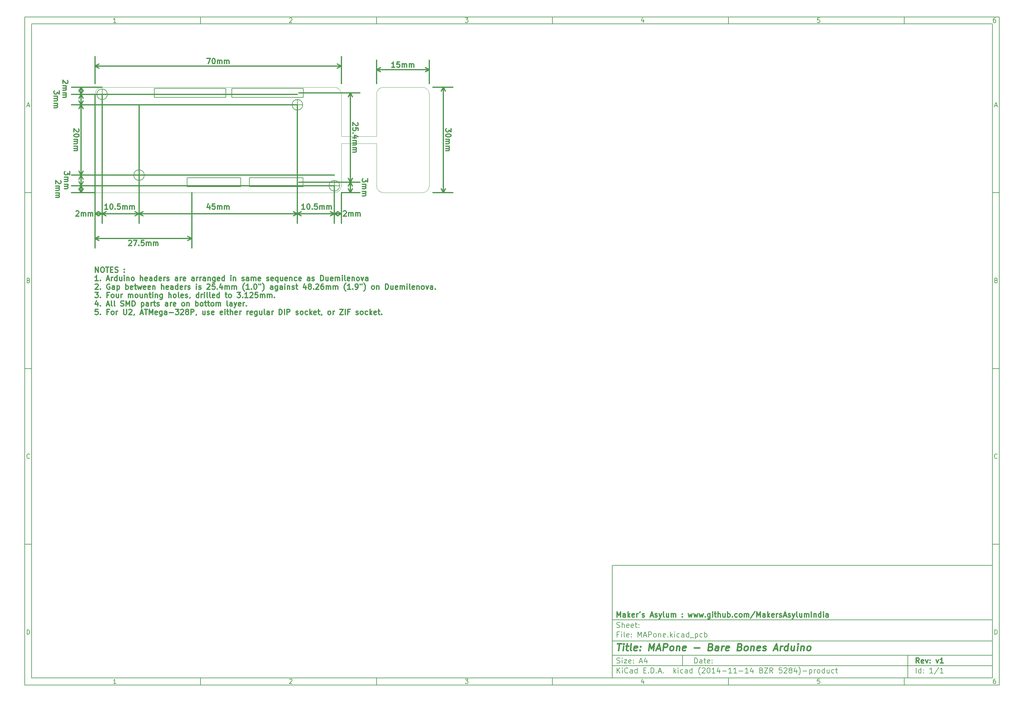
<source format=gbr>
G04 #@! TF.FileFunction,Drawing*
%FSLAX46Y46*%
G04 Gerber Fmt 4.6, Leading zero omitted, Abs format (unit mm)*
G04 Created by KiCad (PCBNEW (2014-11-14 BZR 5284)-product) date Mon Dec  1 14:26:38 2014*
%MOMM*%
G01*
G04 APERTURE LIST*
%ADD10C,0.100000*%
%ADD11C,0.150000*%
%ADD12C,0.300000*%
%ADD13C,0.400000*%
%ADD14C,0.200000*%
G04 APERTURE END LIST*
D10*
D11*
X177002200Y-166007200D02*
X177002200Y-198007200D01*
X285002200Y-198007200D01*
X285002200Y-166007200D01*
X177002200Y-166007200D01*
D10*
D11*
X10000000Y-10000000D02*
X10000000Y-200007200D01*
X287002200Y-200007200D01*
X287002200Y-10000000D01*
X10000000Y-10000000D01*
D10*
D11*
X12000000Y-12000000D02*
X12000000Y-198007200D01*
X285002200Y-198007200D01*
X285002200Y-12000000D01*
X12000000Y-12000000D01*
D10*
D11*
X60000000Y-12000000D02*
X60000000Y-10000000D01*
D10*
D11*
X110000000Y-12000000D02*
X110000000Y-10000000D01*
D10*
D11*
X160000000Y-12000000D02*
X160000000Y-10000000D01*
D10*
D11*
X210000000Y-12000000D02*
X210000000Y-10000000D01*
D10*
D11*
X260000000Y-12000000D02*
X260000000Y-10000000D01*
D10*
D11*
X35990476Y-11588095D02*
X35247619Y-11588095D01*
X35619048Y-11588095D02*
X35619048Y-10288095D01*
X35495238Y-10473810D01*
X35371429Y-10597619D01*
X35247619Y-10659524D01*
D10*
D11*
X85247619Y-10411905D02*
X85309524Y-10350000D01*
X85433333Y-10288095D01*
X85742857Y-10288095D01*
X85866667Y-10350000D01*
X85928571Y-10411905D01*
X85990476Y-10535714D01*
X85990476Y-10659524D01*
X85928571Y-10845238D01*
X85185714Y-11588095D01*
X85990476Y-11588095D01*
D10*
D11*
X135185714Y-10288095D02*
X135990476Y-10288095D01*
X135557143Y-10783333D01*
X135742857Y-10783333D01*
X135866667Y-10845238D01*
X135928571Y-10907143D01*
X135990476Y-11030952D01*
X135990476Y-11340476D01*
X135928571Y-11464286D01*
X135866667Y-11526190D01*
X135742857Y-11588095D01*
X135371429Y-11588095D01*
X135247619Y-11526190D01*
X135185714Y-11464286D01*
D10*
D11*
X185866667Y-10721429D02*
X185866667Y-11588095D01*
X185557143Y-10226190D02*
X185247619Y-11154762D01*
X186052381Y-11154762D01*
D10*
D11*
X235928571Y-10288095D02*
X235309524Y-10288095D01*
X235247619Y-10907143D01*
X235309524Y-10845238D01*
X235433333Y-10783333D01*
X235742857Y-10783333D01*
X235866667Y-10845238D01*
X235928571Y-10907143D01*
X235990476Y-11030952D01*
X235990476Y-11340476D01*
X235928571Y-11464286D01*
X235866667Y-11526190D01*
X235742857Y-11588095D01*
X235433333Y-11588095D01*
X235309524Y-11526190D01*
X235247619Y-11464286D01*
D10*
D11*
X285866667Y-10288095D02*
X285619048Y-10288095D01*
X285495238Y-10350000D01*
X285433333Y-10411905D01*
X285309524Y-10597619D01*
X285247619Y-10845238D01*
X285247619Y-11340476D01*
X285309524Y-11464286D01*
X285371429Y-11526190D01*
X285495238Y-11588095D01*
X285742857Y-11588095D01*
X285866667Y-11526190D01*
X285928571Y-11464286D01*
X285990476Y-11340476D01*
X285990476Y-11030952D01*
X285928571Y-10907143D01*
X285866667Y-10845238D01*
X285742857Y-10783333D01*
X285495238Y-10783333D01*
X285371429Y-10845238D01*
X285309524Y-10907143D01*
X285247619Y-11030952D01*
D10*
D11*
X60000000Y-198007200D02*
X60000000Y-200007200D01*
D10*
D11*
X110000000Y-198007200D02*
X110000000Y-200007200D01*
D10*
D11*
X160000000Y-198007200D02*
X160000000Y-200007200D01*
D10*
D11*
X210000000Y-198007200D02*
X210000000Y-200007200D01*
D10*
D11*
X260000000Y-198007200D02*
X260000000Y-200007200D01*
D10*
D11*
X35990476Y-199595295D02*
X35247619Y-199595295D01*
X35619048Y-199595295D02*
X35619048Y-198295295D01*
X35495238Y-198481010D01*
X35371429Y-198604819D01*
X35247619Y-198666724D01*
D10*
D11*
X85247619Y-198419105D02*
X85309524Y-198357200D01*
X85433333Y-198295295D01*
X85742857Y-198295295D01*
X85866667Y-198357200D01*
X85928571Y-198419105D01*
X85990476Y-198542914D01*
X85990476Y-198666724D01*
X85928571Y-198852438D01*
X85185714Y-199595295D01*
X85990476Y-199595295D01*
D10*
D11*
X135185714Y-198295295D02*
X135990476Y-198295295D01*
X135557143Y-198790533D01*
X135742857Y-198790533D01*
X135866667Y-198852438D01*
X135928571Y-198914343D01*
X135990476Y-199038152D01*
X135990476Y-199347676D01*
X135928571Y-199471486D01*
X135866667Y-199533390D01*
X135742857Y-199595295D01*
X135371429Y-199595295D01*
X135247619Y-199533390D01*
X135185714Y-199471486D01*
D10*
D11*
X185866667Y-198728629D02*
X185866667Y-199595295D01*
X185557143Y-198233390D02*
X185247619Y-199161962D01*
X186052381Y-199161962D01*
D10*
D11*
X235928571Y-198295295D02*
X235309524Y-198295295D01*
X235247619Y-198914343D01*
X235309524Y-198852438D01*
X235433333Y-198790533D01*
X235742857Y-198790533D01*
X235866667Y-198852438D01*
X235928571Y-198914343D01*
X235990476Y-199038152D01*
X235990476Y-199347676D01*
X235928571Y-199471486D01*
X235866667Y-199533390D01*
X235742857Y-199595295D01*
X235433333Y-199595295D01*
X235309524Y-199533390D01*
X235247619Y-199471486D01*
D10*
D11*
X285866667Y-198295295D02*
X285619048Y-198295295D01*
X285495238Y-198357200D01*
X285433333Y-198419105D01*
X285309524Y-198604819D01*
X285247619Y-198852438D01*
X285247619Y-199347676D01*
X285309524Y-199471486D01*
X285371429Y-199533390D01*
X285495238Y-199595295D01*
X285742857Y-199595295D01*
X285866667Y-199533390D01*
X285928571Y-199471486D01*
X285990476Y-199347676D01*
X285990476Y-199038152D01*
X285928571Y-198914343D01*
X285866667Y-198852438D01*
X285742857Y-198790533D01*
X285495238Y-198790533D01*
X285371429Y-198852438D01*
X285309524Y-198914343D01*
X285247619Y-199038152D01*
D10*
D11*
X10000000Y-60000000D02*
X12000000Y-60000000D01*
D10*
D11*
X10000000Y-110000000D02*
X12000000Y-110000000D01*
D10*
D11*
X10000000Y-160000000D02*
X12000000Y-160000000D01*
D10*
D11*
X10690476Y-35216667D02*
X11309524Y-35216667D01*
X10566667Y-35588095D02*
X11000000Y-34288095D01*
X11433333Y-35588095D01*
D10*
D11*
X11092857Y-84907143D02*
X11278571Y-84969048D01*
X11340476Y-85030952D01*
X11402381Y-85154762D01*
X11402381Y-85340476D01*
X11340476Y-85464286D01*
X11278571Y-85526190D01*
X11154762Y-85588095D01*
X10659524Y-85588095D01*
X10659524Y-84288095D01*
X11092857Y-84288095D01*
X11216667Y-84350000D01*
X11278571Y-84411905D01*
X11340476Y-84535714D01*
X11340476Y-84659524D01*
X11278571Y-84783333D01*
X11216667Y-84845238D01*
X11092857Y-84907143D01*
X10659524Y-84907143D01*
D10*
D11*
X11402381Y-135464286D02*
X11340476Y-135526190D01*
X11154762Y-135588095D01*
X11030952Y-135588095D01*
X10845238Y-135526190D01*
X10721429Y-135402381D01*
X10659524Y-135278571D01*
X10597619Y-135030952D01*
X10597619Y-134845238D01*
X10659524Y-134597619D01*
X10721429Y-134473810D01*
X10845238Y-134350000D01*
X11030952Y-134288095D01*
X11154762Y-134288095D01*
X11340476Y-134350000D01*
X11402381Y-134411905D01*
D10*
D11*
X10659524Y-185588095D02*
X10659524Y-184288095D01*
X10969048Y-184288095D01*
X11154762Y-184350000D01*
X11278571Y-184473810D01*
X11340476Y-184597619D01*
X11402381Y-184845238D01*
X11402381Y-185030952D01*
X11340476Y-185278571D01*
X11278571Y-185402381D01*
X11154762Y-185526190D01*
X10969048Y-185588095D01*
X10659524Y-185588095D01*
D10*
D11*
X287002200Y-60000000D02*
X285002200Y-60000000D01*
D10*
D11*
X287002200Y-110000000D02*
X285002200Y-110000000D01*
D10*
D11*
X287002200Y-160000000D02*
X285002200Y-160000000D01*
D10*
D11*
X285692676Y-35216667D02*
X286311724Y-35216667D01*
X285568867Y-35588095D02*
X286002200Y-34288095D01*
X286435533Y-35588095D01*
D10*
D11*
X286095057Y-84907143D02*
X286280771Y-84969048D01*
X286342676Y-85030952D01*
X286404581Y-85154762D01*
X286404581Y-85340476D01*
X286342676Y-85464286D01*
X286280771Y-85526190D01*
X286156962Y-85588095D01*
X285661724Y-85588095D01*
X285661724Y-84288095D01*
X286095057Y-84288095D01*
X286218867Y-84350000D01*
X286280771Y-84411905D01*
X286342676Y-84535714D01*
X286342676Y-84659524D01*
X286280771Y-84783333D01*
X286218867Y-84845238D01*
X286095057Y-84907143D01*
X285661724Y-84907143D01*
D10*
D11*
X286404581Y-135464286D02*
X286342676Y-135526190D01*
X286156962Y-135588095D01*
X286033152Y-135588095D01*
X285847438Y-135526190D01*
X285723629Y-135402381D01*
X285661724Y-135278571D01*
X285599819Y-135030952D01*
X285599819Y-134845238D01*
X285661724Y-134597619D01*
X285723629Y-134473810D01*
X285847438Y-134350000D01*
X286033152Y-134288095D01*
X286156962Y-134288095D01*
X286342676Y-134350000D01*
X286404581Y-134411905D01*
D10*
D11*
X285661724Y-185588095D02*
X285661724Y-184288095D01*
X285971248Y-184288095D01*
X286156962Y-184350000D01*
X286280771Y-184473810D01*
X286342676Y-184597619D01*
X286404581Y-184845238D01*
X286404581Y-185030952D01*
X286342676Y-185278571D01*
X286280771Y-185402381D01*
X286156962Y-185526190D01*
X285971248Y-185588095D01*
X285661724Y-185588095D01*
D10*
D11*
X200359343Y-193785771D02*
X200359343Y-192285771D01*
X200716486Y-192285771D01*
X200930771Y-192357200D01*
X201073629Y-192500057D01*
X201145057Y-192642914D01*
X201216486Y-192928629D01*
X201216486Y-193142914D01*
X201145057Y-193428629D01*
X201073629Y-193571486D01*
X200930771Y-193714343D01*
X200716486Y-193785771D01*
X200359343Y-193785771D01*
X202502200Y-193785771D02*
X202502200Y-193000057D01*
X202430771Y-192857200D01*
X202287914Y-192785771D01*
X202002200Y-192785771D01*
X201859343Y-192857200D01*
X202502200Y-193714343D02*
X202359343Y-193785771D01*
X202002200Y-193785771D01*
X201859343Y-193714343D01*
X201787914Y-193571486D01*
X201787914Y-193428629D01*
X201859343Y-193285771D01*
X202002200Y-193214343D01*
X202359343Y-193214343D01*
X202502200Y-193142914D01*
X203002200Y-192785771D02*
X203573629Y-192785771D01*
X203216486Y-192285771D02*
X203216486Y-193571486D01*
X203287914Y-193714343D01*
X203430772Y-193785771D01*
X203573629Y-193785771D01*
X204645057Y-193714343D02*
X204502200Y-193785771D01*
X204216486Y-193785771D01*
X204073629Y-193714343D01*
X204002200Y-193571486D01*
X204002200Y-193000057D01*
X204073629Y-192857200D01*
X204216486Y-192785771D01*
X204502200Y-192785771D01*
X204645057Y-192857200D01*
X204716486Y-193000057D01*
X204716486Y-193142914D01*
X204002200Y-193285771D01*
X205359343Y-193642914D02*
X205430771Y-193714343D01*
X205359343Y-193785771D01*
X205287914Y-193714343D01*
X205359343Y-193642914D01*
X205359343Y-193785771D01*
X205359343Y-192857200D02*
X205430771Y-192928629D01*
X205359343Y-193000057D01*
X205287914Y-192928629D01*
X205359343Y-192857200D01*
X205359343Y-193000057D01*
D10*
D11*
X177002200Y-194507200D02*
X285002200Y-194507200D01*
D10*
D11*
X178359343Y-196585771D02*
X178359343Y-195085771D01*
X179216486Y-196585771D02*
X178573629Y-195728629D01*
X179216486Y-195085771D02*
X178359343Y-195942914D01*
X179859343Y-196585771D02*
X179859343Y-195585771D01*
X179859343Y-195085771D02*
X179787914Y-195157200D01*
X179859343Y-195228629D01*
X179930771Y-195157200D01*
X179859343Y-195085771D01*
X179859343Y-195228629D01*
X181430772Y-196442914D02*
X181359343Y-196514343D01*
X181145057Y-196585771D01*
X181002200Y-196585771D01*
X180787915Y-196514343D01*
X180645057Y-196371486D01*
X180573629Y-196228629D01*
X180502200Y-195942914D01*
X180502200Y-195728629D01*
X180573629Y-195442914D01*
X180645057Y-195300057D01*
X180787915Y-195157200D01*
X181002200Y-195085771D01*
X181145057Y-195085771D01*
X181359343Y-195157200D01*
X181430772Y-195228629D01*
X182716486Y-196585771D02*
X182716486Y-195800057D01*
X182645057Y-195657200D01*
X182502200Y-195585771D01*
X182216486Y-195585771D01*
X182073629Y-195657200D01*
X182716486Y-196514343D02*
X182573629Y-196585771D01*
X182216486Y-196585771D01*
X182073629Y-196514343D01*
X182002200Y-196371486D01*
X182002200Y-196228629D01*
X182073629Y-196085771D01*
X182216486Y-196014343D01*
X182573629Y-196014343D01*
X182716486Y-195942914D01*
X184073629Y-196585771D02*
X184073629Y-195085771D01*
X184073629Y-196514343D02*
X183930772Y-196585771D01*
X183645058Y-196585771D01*
X183502200Y-196514343D01*
X183430772Y-196442914D01*
X183359343Y-196300057D01*
X183359343Y-195871486D01*
X183430772Y-195728629D01*
X183502200Y-195657200D01*
X183645058Y-195585771D01*
X183930772Y-195585771D01*
X184073629Y-195657200D01*
X185930772Y-195800057D02*
X186430772Y-195800057D01*
X186645058Y-196585771D02*
X185930772Y-196585771D01*
X185930772Y-195085771D01*
X186645058Y-195085771D01*
X187287915Y-196442914D02*
X187359343Y-196514343D01*
X187287915Y-196585771D01*
X187216486Y-196514343D01*
X187287915Y-196442914D01*
X187287915Y-196585771D01*
X188002201Y-196585771D02*
X188002201Y-195085771D01*
X188359344Y-195085771D01*
X188573629Y-195157200D01*
X188716487Y-195300057D01*
X188787915Y-195442914D01*
X188859344Y-195728629D01*
X188859344Y-195942914D01*
X188787915Y-196228629D01*
X188716487Y-196371486D01*
X188573629Y-196514343D01*
X188359344Y-196585771D01*
X188002201Y-196585771D01*
X189502201Y-196442914D02*
X189573629Y-196514343D01*
X189502201Y-196585771D01*
X189430772Y-196514343D01*
X189502201Y-196442914D01*
X189502201Y-196585771D01*
X190145058Y-196157200D02*
X190859344Y-196157200D01*
X190002201Y-196585771D02*
X190502201Y-195085771D01*
X191002201Y-196585771D01*
X191502201Y-196442914D02*
X191573629Y-196514343D01*
X191502201Y-196585771D01*
X191430772Y-196514343D01*
X191502201Y-196442914D01*
X191502201Y-196585771D01*
X194502201Y-196585771D02*
X194502201Y-195085771D01*
X194645058Y-196014343D02*
X195073629Y-196585771D01*
X195073629Y-195585771D02*
X194502201Y-196157200D01*
X195716487Y-196585771D02*
X195716487Y-195585771D01*
X195716487Y-195085771D02*
X195645058Y-195157200D01*
X195716487Y-195228629D01*
X195787915Y-195157200D01*
X195716487Y-195085771D01*
X195716487Y-195228629D01*
X197073630Y-196514343D02*
X196930773Y-196585771D01*
X196645059Y-196585771D01*
X196502201Y-196514343D01*
X196430773Y-196442914D01*
X196359344Y-196300057D01*
X196359344Y-195871486D01*
X196430773Y-195728629D01*
X196502201Y-195657200D01*
X196645059Y-195585771D01*
X196930773Y-195585771D01*
X197073630Y-195657200D01*
X198359344Y-196585771D02*
X198359344Y-195800057D01*
X198287915Y-195657200D01*
X198145058Y-195585771D01*
X197859344Y-195585771D01*
X197716487Y-195657200D01*
X198359344Y-196514343D02*
X198216487Y-196585771D01*
X197859344Y-196585771D01*
X197716487Y-196514343D01*
X197645058Y-196371486D01*
X197645058Y-196228629D01*
X197716487Y-196085771D01*
X197859344Y-196014343D01*
X198216487Y-196014343D01*
X198359344Y-195942914D01*
X199716487Y-196585771D02*
X199716487Y-195085771D01*
X199716487Y-196514343D02*
X199573630Y-196585771D01*
X199287916Y-196585771D01*
X199145058Y-196514343D01*
X199073630Y-196442914D01*
X199002201Y-196300057D01*
X199002201Y-195871486D01*
X199073630Y-195728629D01*
X199145058Y-195657200D01*
X199287916Y-195585771D01*
X199573630Y-195585771D01*
X199716487Y-195657200D01*
X202002201Y-197157200D02*
X201930773Y-197085771D01*
X201787916Y-196871486D01*
X201716487Y-196728629D01*
X201645058Y-196514343D01*
X201573630Y-196157200D01*
X201573630Y-195871486D01*
X201645058Y-195514343D01*
X201716487Y-195300057D01*
X201787916Y-195157200D01*
X201930773Y-194942914D01*
X202002201Y-194871486D01*
X202502201Y-195228629D02*
X202573630Y-195157200D01*
X202716487Y-195085771D01*
X203073630Y-195085771D01*
X203216487Y-195157200D01*
X203287916Y-195228629D01*
X203359344Y-195371486D01*
X203359344Y-195514343D01*
X203287916Y-195728629D01*
X202430773Y-196585771D01*
X203359344Y-196585771D01*
X204287915Y-195085771D02*
X204430772Y-195085771D01*
X204573629Y-195157200D01*
X204645058Y-195228629D01*
X204716487Y-195371486D01*
X204787915Y-195657200D01*
X204787915Y-196014343D01*
X204716487Y-196300057D01*
X204645058Y-196442914D01*
X204573629Y-196514343D01*
X204430772Y-196585771D01*
X204287915Y-196585771D01*
X204145058Y-196514343D01*
X204073629Y-196442914D01*
X204002201Y-196300057D01*
X203930772Y-196014343D01*
X203930772Y-195657200D01*
X204002201Y-195371486D01*
X204073629Y-195228629D01*
X204145058Y-195157200D01*
X204287915Y-195085771D01*
X206216486Y-196585771D02*
X205359343Y-196585771D01*
X205787915Y-196585771D02*
X205787915Y-195085771D01*
X205645058Y-195300057D01*
X205502200Y-195442914D01*
X205359343Y-195514343D01*
X207502200Y-195585771D02*
X207502200Y-196585771D01*
X207145057Y-195014343D02*
X206787914Y-196085771D01*
X207716486Y-196085771D01*
X208287914Y-196014343D02*
X209430771Y-196014343D01*
X210930771Y-196585771D02*
X210073628Y-196585771D01*
X210502200Y-196585771D02*
X210502200Y-195085771D01*
X210359343Y-195300057D01*
X210216485Y-195442914D01*
X210073628Y-195514343D01*
X212359342Y-196585771D02*
X211502199Y-196585771D01*
X211930771Y-196585771D02*
X211930771Y-195085771D01*
X211787914Y-195300057D01*
X211645056Y-195442914D01*
X211502199Y-195514343D01*
X213002199Y-196014343D02*
X214145056Y-196014343D01*
X215645056Y-196585771D02*
X214787913Y-196585771D01*
X215216485Y-196585771D02*
X215216485Y-195085771D01*
X215073628Y-195300057D01*
X214930770Y-195442914D01*
X214787913Y-195514343D01*
X216930770Y-195585771D02*
X216930770Y-196585771D01*
X216573627Y-195014343D02*
X216216484Y-196085771D01*
X217145056Y-196085771D01*
X219359341Y-195800057D02*
X219573627Y-195871486D01*
X219645055Y-195942914D01*
X219716484Y-196085771D01*
X219716484Y-196300057D01*
X219645055Y-196442914D01*
X219573627Y-196514343D01*
X219430769Y-196585771D01*
X218859341Y-196585771D01*
X218859341Y-195085771D01*
X219359341Y-195085771D01*
X219502198Y-195157200D01*
X219573627Y-195228629D01*
X219645055Y-195371486D01*
X219645055Y-195514343D01*
X219573627Y-195657200D01*
X219502198Y-195728629D01*
X219359341Y-195800057D01*
X218859341Y-195800057D01*
X220216484Y-195085771D02*
X221216484Y-195085771D01*
X220216484Y-196585771D01*
X221216484Y-196585771D01*
X222645055Y-196585771D02*
X222145055Y-195871486D01*
X221787912Y-196585771D02*
X221787912Y-195085771D01*
X222359340Y-195085771D01*
X222502198Y-195157200D01*
X222573626Y-195228629D01*
X222645055Y-195371486D01*
X222645055Y-195585771D01*
X222573626Y-195728629D01*
X222502198Y-195800057D01*
X222359340Y-195871486D01*
X221787912Y-195871486D01*
X225145055Y-195085771D02*
X224430769Y-195085771D01*
X224359340Y-195800057D01*
X224430769Y-195728629D01*
X224573626Y-195657200D01*
X224930769Y-195657200D01*
X225073626Y-195728629D01*
X225145055Y-195800057D01*
X225216483Y-195942914D01*
X225216483Y-196300057D01*
X225145055Y-196442914D01*
X225073626Y-196514343D01*
X224930769Y-196585771D01*
X224573626Y-196585771D01*
X224430769Y-196514343D01*
X224359340Y-196442914D01*
X225787911Y-195228629D02*
X225859340Y-195157200D01*
X226002197Y-195085771D01*
X226359340Y-195085771D01*
X226502197Y-195157200D01*
X226573626Y-195228629D01*
X226645054Y-195371486D01*
X226645054Y-195514343D01*
X226573626Y-195728629D01*
X225716483Y-196585771D01*
X226645054Y-196585771D01*
X227502197Y-195728629D02*
X227359339Y-195657200D01*
X227287911Y-195585771D01*
X227216482Y-195442914D01*
X227216482Y-195371486D01*
X227287911Y-195228629D01*
X227359339Y-195157200D01*
X227502197Y-195085771D01*
X227787911Y-195085771D01*
X227930768Y-195157200D01*
X228002197Y-195228629D01*
X228073625Y-195371486D01*
X228073625Y-195442914D01*
X228002197Y-195585771D01*
X227930768Y-195657200D01*
X227787911Y-195728629D01*
X227502197Y-195728629D01*
X227359339Y-195800057D01*
X227287911Y-195871486D01*
X227216482Y-196014343D01*
X227216482Y-196300057D01*
X227287911Y-196442914D01*
X227359339Y-196514343D01*
X227502197Y-196585771D01*
X227787911Y-196585771D01*
X227930768Y-196514343D01*
X228002197Y-196442914D01*
X228073625Y-196300057D01*
X228073625Y-196014343D01*
X228002197Y-195871486D01*
X227930768Y-195800057D01*
X227787911Y-195728629D01*
X229359339Y-195585771D02*
X229359339Y-196585771D01*
X229002196Y-195014343D02*
X228645053Y-196085771D01*
X229573625Y-196085771D01*
X230002196Y-197157200D02*
X230073624Y-197085771D01*
X230216481Y-196871486D01*
X230287910Y-196728629D01*
X230359339Y-196514343D01*
X230430767Y-196157200D01*
X230430767Y-195871486D01*
X230359339Y-195514343D01*
X230287910Y-195300057D01*
X230216481Y-195157200D01*
X230073624Y-194942914D01*
X230002196Y-194871486D01*
X231145053Y-196014343D02*
X232287910Y-196014343D01*
X233002196Y-195585771D02*
X233002196Y-197085771D01*
X233002196Y-195657200D02*
X233145053Y-195585771D01*
X233430767Y-195585771D01*
X233573624Y-195657200D01*
X233645053Y-195728629D01*
X233716482Y-195871486D01*
X233716482Y-196300057D01*
X233645053Y-196442914D01*
X233573624Y-196514343D01*
X233430767Y-196585771D01*
X233145053Y-196585771D01*
X233002196Y-196514343D01*
X234359339Y-196585771D02*
X234359339Y-195585771D01*
X234359339Y-195871486D02*
X234430767Y-195728629D01*
X234502196Y-195657200D01*
X234645053Y-195585771D01*
X234787910Y-195585771D01*
X235502196Y-196585771D02*
X235359338Y-196514343D01*
X235287910Y-196442914D01*
X235216481Y-196300057D01*
X235216481Y-195871486D01*
X235287910Y-195728629D01*
X235359338Y-195657200D01*
X235502196Y-195585771D01*
X235716481Y-195585771D01*
X235859338Y-195657200D01*
X235930767Y-195728629D01*
X236002196Y-195871486D01*
X236002196Y-196300057D01*
X235930767Y-196442914D01*
X235859338Y-196514343D01*
X235716481Y-196585771D01*
X235502196Y-196585771D01*
X237287910Y-196585771D02*
X237287910Y-195085771D01*
X237287910Y-196514343D02*
X237145053Y-196585771D01*
X236859339Y-196585771D01*
X236716481Y-196514343D01*
X236645053Y-196442914D01*
X236573624Y-196300057D01*
X236573624Y-195871486D01*
X236645053Y-195728629D01*
X236716481Y-195657200D01*
X236859339Y-195585771D01*
X237145053Y-195585771D01*
X237287910Y-195657200D01*
X238645053Y-195585771D02*
X238645053Y-196585771D01*
X238002196Y-195585771D02*
X238002196Y-196371486D01*
X238073624Y-196514343D01*
X238216482Y-196585771D01*
X238430767Y-196585771D01*
X238573624Y-196514343D01*
X238645053Y-196442914D01*
X240002196Y-196514343D02*
X239859339Y-196585771D01*
X239573625Y-196585771D01*
X239430767Y-196514343D01*
X239359339Y-196442914D01*
X239287910Y-196300057D01*
X239287910Y-195871486D01*
X239359339Y-195728629D01*
X239430767Y-195657200D01*
X239573625Y-195585771D01*
X239859339Y-195585771D01*
X240002196Y-195657200D01*
X240430767Y-195585771D02*
X241002196Y-195585771D01*
X240645053Y-195085771D02*
X240645053Y-196371486D01*
X240716481Y-196514343D01*
X240859339Y-196585771D01*
X241002196Y-196585771D01*
D10*
D11*
X177002200Y-191507200D02*
X285002200Y-191507200D01*
D10*
D12*
X264216486Y-193785771D02*
X263716486Y-193071486D01*
X263359343Y-193785771D02*
X263359343Y-192285771D01*
X263930771Y-192285771D01*
X264073629Y-192357200D01*
X264145057Y-192428629D01*
X264216486Y-192571486D01*
X264216486Y-192785771D01*
X264145057Y-192928629D01*
X264073629Y-193000057D01*
X263930771Y-193071486D01*
X263359343Y-193071486D01*
X265430771Y-193714343D02*
X265287914Y-193785771D01*
X265002200Y-193785771D01*
X264859343Y-193714343D01*
X264787914Y-193571486D01*
X264787914Y-193000057D01*
X264859343Y-192857200D01*
X265002200Y-192785771D01*
X265287914Y-192785771D01*
X265430771Y-192857200D01*
X265502200Y-193000057D01*
X265502200Y-193142914D01*
X264787914Y-193285771D01*
X266002200Y-192785771D02*
X266359343Y-193785771D01*
X266716485Y-192785771D01*
X267287914Y-193642914D02*
X267359342Y-193714343D01*
X267287914Y-193785771D01*
X267216485Y-193714343D01*
X267287914Y-193642914D01*
X267287914Y-193785771D01*
X267287914Y-192857200D02*
X267359342Y-192928629D01*
X267287914Y-193000057D01*
X267216485Y-192928629D01*
X267287914Y-192857200D01*
X267287914Y-193000057D01*
X269002200Y-192785771D02*
X269359343Y-193785771D01*
X269716485Y-192785771D01*
X271073628Y-193785771D02*
X270216485Y-193785771D01*
X270645057Y-193785771D02*
X270645057Y-192285771D01*
X270502200Y-192500057D01*
X270359342Y-192642914D01*
X270216485Y-192714343D01*
D10*
D11*
X178287914Y-193714343D02*
X178502200Y-193785771D01*
X178859343Y-193785771D01*
X179002200Y-193714343D01*
X179073629Y-193642914D01*
X179145057Y-193500057D01*
X179145057Y-193357200D01*
X179073629Y-193214343D01*
X179002200Y-193142914D01*
X178859343Y-193071486D01*
X178573629Y-193000057D01*
X178430771Y-192928629D01*
X178359343Y-192857200D01*
X178287914Y-192714343D01*
X178287914Y-192571486D01*
X178359343Y-192428629D01*
X178430771Y-192357200D01*
X178573629Y-192285771D01*
X178930771Y-192285771D01*
X179145057Y-192357200D01*
X179787914Y-193785771D02*
X179787914Y-192785771D01*
X179787914Y-192285771D02*
X179716485Y-192357200D01*
X179787914Y-192428629D01*
X179859342Y-192357200D01*
X179787914Y-192285771D01*
X179787914Y-192428629D01*
X180359343Y-192785771D02*
X181145057Y-192785771D01*
X180359343Y-193785771D01*
X181145057Y-193785771D01*
X182287914Y-193714343D02*
X182145057Y-193785771D01*
X181859343Y-193785771D01*
X181716486Y-193714343D01*
X181645057Y-193571486D01*
X181645057Y-193000057D01*
X181716486Y-192857200D01*
X181859343Y-192785771D01*
X182145057Y-192785771D01*
X182287914Y-192857200D01*
X182359343Y-193000057D01*
X182359343Y-193142914D01*
X181645057Y-193285771D01*
X183002200Y-193642914D02*
X183073628Y-193714343D01*
X183002200Y-193785771D01*
X182930771Y-193714343D01*
X183002200Y-193642914D01*
X183002200Y-193785771D01*
X183002200Y-192857200D02*
X183073628Y-192928629D01*
X183002200Y-193000057D01*
X182930771Y-192928629D01*
X183002200Y-192857200D01*
X183002200Y-193000057D01*
X184787914Y-193357200D02*
X185502200Y-193357200D01*
X184645057Y-193785771D02*
X185145057Y-192285771D01*
X185645057Y-193785771D01*
X186787914Y-192785771D02*
X186787914Y-193785771D01*
X186430771Y-192214343D02*
X186073628Y-193285771D01*
X187002200Y-193285771D01*
D10*
D11*
X263359343Y-196585771D02*
X263359343Y-195085771D01*
X264716486Y-196585771D02*
X264716486Y-195085771D01*
X264716486Y-196514343D02*
X264573629Y-196585771D01*
X264287915Y-196585771D01*
X264145057Y-196514343D01*
X264073629Y-196442914D01*
X264002200Y-196300057D01*
X264002200Y-195871486D01*
X264073629Y-195728629D01*
X264145057Y-195657200D01*
X264287915Y-195585771D01*
X264573629Y-195585771D01*
X264716486Y-195657200D01*
X265430772Y-196442914D02*
X265502200Y-196514343D01*
X265430772Y-196585771D01*
X265359343Y-196514343D01*
X265430772Y-196442914D01*
X265430772Y-196585771D01*
X265430772Y-195657200D02*
X265502200Y-195728629D01*
X265430772Y-195800057D01*
X265359343Y-195728629D01*
X265430772Y-195657200D01*
X265430772Y-195800057D01*
X268073629Y-196585771D02*
X267216486Y-196585771D01*
X267645058Y-196585771D02*
X267645058Y-195085771D01*
X267502201Y-195300057D01*
X267359343Y-195442914D01*
X267216486Y-195514343D01*
X269787914Y-195014343D02*
X268502200Y-196942914D01*
X271073629Y-196585771D02*
X270216486Y-196585771D01*
X270645058Y-196585771D02*
X270645058Y-195085771D01*
X270502201Y-195300057D01*
X270359343Y-195442914D01*
X270216486Y-195514343D01*
D10*
D11*
X177002200Y-187507200D02*
X285002200Y-187507200D01*
D10*
D13*
X178454581Y-188211962D02*
X179597438Y-188211962D01*
X178776010Y-190211962D02*
X179026010Y-188211962D01*
X180014105Y-190211962D02*
X180180771Y-188878629D01*
X180264105Y-188211962D02*
X180156962Y-188307200D01*
X180240295Y-188402438D01*
X180347439Y-188307200D01*
X180264105Y-188211962D01*
X180240295Y-188402438D01*
X180847438Y-188878629D02*
X181609343Y-188878629D01*
X181216486Y-188211962D02*
X181002200Y-189926248D01*
X181073630Y-190116724D01*
X181252201Y-190211962D01*
X181442677Y-190211962D01*
X182395058Y-190211962D02*
X182216487Y-190116724D01*
X182145057Y-189926248D01*
X182359343Y-188211962D01*
X183930772Y-190116724D02*
X183728391Y-190211962D01*
X183347439Y-190211962D01*
X183168867Y-190116724D01*
X183097438Y-189926248D01*
X183192676Y-189164343D01*
X183311724Y-188973867D01*
X183514105Y-188878629D01*
X183895057Y-188878629D01*
X184073629Y-188973867D01*
X184145057Y-189164343D01*
X184121248Y-189354819D01*
X183145057Y-189545295D01*
X184895057Y-190021486D02*
X184978392Y-190116724D01*
X184871248Y-190211962D01*
X184787915Y-190116724D01*
X184895057Y-190021486D01*
X184871248Y-190211962D01*
X185026010Y-188973867D02*
X185109344Y-189069105D01*
X185002200Y-189164343D01*
X184918867Y-189069105D01*
X185026010Y-188973867D01*
X185002200Y-189164343D01*
X187347439Y-190211962D02*
X187597439Y-188211962D01*
X188085534Y-189640533D01*
X188930773Y-188211962D01*
X188680773Y-190211962D01*
X189609343Y-189640533D02*
X190561724Y-189640533D01*
X189347439Y-190211962D02*
X190264106Y-188211962D01*
X190680773Y-190211962D01*
X191347439Y-190211962D02*
X191597439Y-188211962D01*
X192359344Y-188211962D01*
X192537915Y-188307200D01*
X192621249Y-188402438D01*
X192692678Y-188592914D01*
X192656963Y-188878629D01*
X192537916Y-189069105D01*
X192430772Y-189164343D01*
X192228391Y-189259581D01*
X191466486Y-189259581D01*
X193633154Y-190211962D02*
X193454583Y-190116724D01*
X193371248Y-190021486D01*
X193299820Y-189831010D01*
X193371248Y-189259581D01*
X193490296Y-189069105D01*
X193597440Y-188973867D01*
X193799820Y-188878629D01*
X194085534Y-188878629D01*
X194264106Y-188973867D01*
X194347439Y-189069105D01*
X194418867Y-189259581D01*
X194347439Y-189831010D01*
X194228391Y-190021486D01*
X194121249Y-190116724D01*
X193918868Y-190211962D01*
X193633154Y-190211962D01*
X195323629Y-188878629D02*
X195156963Y-190211962D01*
X195299820Y-189069105D02*
X195406964Y-188973867D01*
X195609344Y-188878629D01*
X195895058Y-188878629D01*
X196073630Y-188973867D01*
X196145058Y-189164343D01*
X196014106Y-190211962D01*
X197740297Y-190116724D02*
X197537916Y-190211962D01*
X197156964Y-190211962D01*
X196978392Y-190116724D01*
X196906963Y-189926248D01*
X197002201Y-189164343D01*
X197121249Y-188973867D01*
X197323630Y-188878629D01*
X197704582Y-188878629D01*
X197883154Y-188973867D01*
X197954582Y-189164343D01*
X197930773Y-189354819D01*
X196954582Y-189545295D01*
X200299821Y-189450057D02*
X201823631Y-189450057D01*
X205002202Y-189164343D02*
X205276011Y-189259581D01*
X205359346Y-189354819D01*
X205430774Y-189545295D01*
X205395060Y-189831010D01*
X205276012Y-190021486D01*
X205168869Y-190116724D01*
X204966488Y-190211962D01*
X204204583Y-190211962D01*
X204454583Y-188211962D01*
X205121250Y-188211962D01*
X205299821Y-188307200D01*
X205383154Y-188402438D01*
X205454584Y-188592914D01*
X205430774Y-188783390D01*
X205311726Y-188973867D01*
X205204583Y-189069105D01*
X205002202Y-189164343D01*
X204335535Y-189164343D01*
X207061726Y-190211962D02*
X207192678Y-189164343D01*
X207121250Y-188973867D01*
X206942678Y-188878629D01*
X206561726Y-188878629D01*
X206359345Y-188973867D01*
X207073631Y-190116724D02*
X206871250Y-190211962D01*
X206395060Y-190211962D01*
X206216488Y-190116724D01*
X206145059Y-189926248D01*
X206168869Y-189735771D01*
X206287916Y-189545295D01*
X206490298Y-189450057D01*
X206966488Y-189450057D01*
X207168869Y-189354819D01*
X208014107Y-190211962D02*
X208180773Y-188878629D01*
X208133154Y-189259581D02*
X208252203Y-189069105D01*
X208359346Y-188973867D01*
X208561726Y-188878629D01*
X208752202Y-188878629D01*
X210026012Y-190116724D02*
X209823631Y-190211962D01*
X209442679Y-190211962D01*
X209264107Y-190116724D01*
X209192678Y-189926248D01*
X209287916Y-189164343D01*
X209406964Y-188973867D01*
X209609345Y-188878629D01*
X209990297Y-188878629D01*
X210168869Y-188973867D01*
X210240297Y-189164343D01*
X210216488Y-189354819D01*
X209240297Y-189545295D01*
X213287917Y-189164343D02*
X213561726Y-189259581D01*
X213645061Y-189354819D01*
X213716489Y-189545295D01*
X213680775Y-189831010D01*
X213561727Y-190021486D01*
X213454584Y-190116724D01*
X213252203Y-190211962D01*
X212490298Y-190211962D01*
X212740298Y-188211962D01*
X213406965Y-188211962D01*
X213585536Y-188307200D01*
X213668869Y-188402438D01*
X213740299Y-188592914D01*
X213716489Y-188783390D01*
X213597441Y-188973867D01*
X213490298Y-189069105D01*
X213287917Y-189164343D01*
X212621250Y-189164343D01*
X214776013Y-190211962D02*
X214597442Y-190116724D01*
X214514107Y-190021486D01*
X214442679Y-189831010D01*
X214514107Y-189259581D01*
X214633155Y-189069105D01*
X214740299Y-188973867D01*
X214942679Y-188878629D01*
X215228393Y-188878629D01*
X215406965Y-188973867D01*
X215490298Y-189069105D01*
X215561726Y-189259581D01*
X215490298Y-189831010D01*
X215371250Y-190021486D01*
X215264108Y-190116724D01*
X215061727Y-190211962D01*
X214776013Y-190211962D01*
X216466488Y-188878629D02*
X216299822Y-190211962D01*
X216442679Y-189069105D02*
X216549823Y-188973867D01*
X216752203Y-188878629D01*
X217037917Y-188878629D01*
X217216489Y-188973867D01*
X217287917Y-189164343D01*
X217156965Y-190211962D01*
X218883156Y-190116724D02*
X218680775Y-190211962D01*
X218299823Y-190211962D01*
X218121251Y-190116724D01*
X218049822Y-189926248D01*
X218145060Y-189164343D01*
X218264108Y-188973867D01*
X218466489Y-188878629D01*
X218847441Y-188878629D01*
X219026013Y-188973867D01*
X219097441Y-189164343D01*
X219073632Y-189354819D01*
X218097441Y-189545295D01*
X219740299Y-190116724D02*
X219918871Y-190211962D01*
X220299823Y-190211962D01*
X220502204Y-190116724D01*
X220621251Y-189926248D01*
X220633156Y-189831010D01*
X220561727Y-189640533D01*
X220383156Y-189545295D01*
X220097442Y-189545295D01*
X219918870Y-189450057D01*
X219847441Y-189259581D01*
X219859346Y-189164343D01*
X219978394Y-188973867D01*
X220180775Y-188878629D01*
X220466489Y-188878629D01*
X220645061Y-188973867D01*
X222942680Y-189640533D02*
X223895061Y-189640533D01*
X222680776Y-190211962D02*
X223597443Y-188211962D01*
X224014110Y-190211962D01*
X224680776Y-190211962D02*
X224847442Y-188878629D01*
X224799823Y-189259581D02*
X224918872Y-189069105D01*
X225026015Y-188973867D01*
X225228395Y-188878629D01*
X225418871Y-188878629D01*
X226776014Y-190211962D02*
X227026014Y-188211962D01*
X226787919Y-190116724D02*
X226585538Y-190211962D01*
X226204586Y-190211962D01*
X226026015Y-190116724D01*
X225942680Y-190021486D01*
X225871252Y-189831010D01*
X225942680Y-189259581D01*
X226061728Y-189069105D01*
X226168872Y-188973867D01*
X226371252Y-188878629D01*
X226752204Y-188878629D01*
X226930776Y-188973867D01*
X228752204Y-188878629D02*
X228585538Y-190211962D01*
X227895061Y-188878629D02*
X227764109Y-189926248D01*
X227835539Y-190116724D01*
X228014110Y-190211962D01*
X228299824Y-190211962D01*
X228502205Y-190116724D01*
X228609347Y-190021486D01*
X229537919Y-190211962D02*
X229704585Y-188878629D01*
X229787919Y-188211962D02*
X229680776Y-188307200D01*
X229764109Y-188402438D01*
X229871253Y-188307200D01*
X229787919Y-188211962D01*
X229764109Y-188402438D01*
X230656966Y-188878629D02*
X230490300Y-190211962D01*
X230633157Y-189069105D02*
X230740301Y-188973867D01*
X230942681Y-188878629D01*
X231228395Y-188878629D01*
X231406967Y-188973867D01*
X231478395Y-189164343D01*
X231347443Y-190211962D01*
X232585539Y-190211962D02*
X232406968Y-190116724D01*
X232323633Y-190021486D01*
X232252205Y-189831010D01*
X232323633Y-189259581D01*
X232442681Y-189069105D01*
X232549825Y-188973867D01*
X232752205Y-188878629D01*
X233037919Y-188878629D01*
X233216491Y-188973867D01*
X233299824Y-189069105D01*
X233371252Y-189259581D01*
X233299824Y-189831010D01*
X233180776Y-190021486D01*
X233073634Y-190116724D01*
X232871253Y-190211962D01*
X232585539Y-190211962D01*
D10*
D11*
X178859343Y-185600057D02*
X178359343Y-185600057D01*
X178359343Y-186385771D02*
X178359343Y-184885771D01*
X179073629Y-184885771D01*
X179645057Y-186385771D02*
X179645057Y-185385771D01*
X179645057Y-184885771D02*
X179573628Y-184957200D01*
X179645057Y-185028629D01*
X179716485Y-184957200D01*
X179645057Y-184885771D01*
X179645057Y-185028629D01*
X180573629Y-186385771D02*
X180430771Y-186314343D01*
X180359343Y-186171486D01*
X180359343Y-184885771D01*
X181716485Y-186314343D02*
X181573628Y-186385771D01*
X181287914Y-186385771D01*
X181145057Y-186314343D01*
X181073628Y-186171486D01*
X181073628Y-185600057D01*
X181145057Y-185457200D01*
X181287914Y-185385771D01*
X181573628Y-185385771D01*
X181716485Y-185457200D01*
X181787914Y-185600057D01*
X181787914Y-185742914D01*
X181073628Y-185885771D01*
X182430771Y-186242914D02*
X182502199Y-186314343D01*
X182430771Y-186385771D01*
X182359342Y-186314343D01*
X182430771Y-186242914D01*
X182430771Y-186385771D01*
X182430771Y-185457200D02*
X182502199Y-185528629D01*
X182430771Y-185600057D01*
X182359342Y-185528629D01*
X182430771Y-185457200D01*
X182430771Y-185600057D01*
X184287914Y-186385771D02*
X184287914Y-184885771D01*
X184787914Y-185957200D01*
X185287914Y-184885771D01*
X185287914Y-186385771D01*
X185930771Y-185957200D02*
X186645057Y-185957200D01*
X185787914Y-186385771D02*
X186287914Y-184885771D01*
X186787914Y-186385771D01*
X187287914Y-186385771D02*
X187287914Y-184885771D01*
X187859342Y-184885771D01*
X188002200Y-184957200D01*
X188073628Y-185028629D01*
X188145057Y-185171486D01*
X188145057Y-185385771D01*
X188073628Y-185528629D01*
X188002200Y-185600057D01*
X187859342Y-185671486D01*
X187287914Y-185671486D01*
X189002200Y-186385771D02*
X188859342Y-186314343D01*
X188787914Y-186242914D01*
X188716485Y-186100057D01*
X188716485Y-185671486D01*
X188787914Y-185528629D01*
X188859342Y-185457200D01*
X189002200Y-185385771D01*
X189216485Y-185385771D01*
X189359342Y-185457200D01*
X189430771Y-185528629D01*
X189502200Y-185671486D01*
X189502200Y-186100057D01*
X189430771Y-186242914D01*
X189359342Y-186314343D01*
X189216485Y-186385771D01*
X189002200Y-186385771D01*
X190145057Y-185385771D02*
X190145057Y-186385771D01*
X190145057Y-185528629D02*
X190216485Y-185457200D01*
X190359343Y-185385771D01*
X190573628Y-185385771D01*
X190716485Y-185457200D01*
X190787914Y-185600057D01*
X190787914Y-186385771D01*
X192073628Y-186314343D02*
X191930771Y-186385771D01*
X191645057Y-186385771D01*
X191502200Y-186314343D01*
X191430771Y-186171486D01*
X191430771Y-185600057D01*
X191502200Y-185457200D01*
X191645057Y-185385771D01*
X191930771Y-185385771D01*
X192073628Y-185457200D01*
X192145057Y-185600057D01*
X192145057Y-185742914D01*
X191430771Y-185885771D01*
X192787914Y-186242914D02*
X192859342Y-186314343D01*
X192787914Y-186385771D01*
X192716485Y-186314343D01*
X192787914Y-186242914D01*
X192787914Y-186385771D01*
X193502200Y-186385771D02*
X193502200Y-184885771D01*
X193645057Y-185814343D02*
X194073628Y-186385771D01*
X194073628Y-185385771D02*
X193502200Y-185957200D01*
X194716486Y-186385771D02*
X194716486Y-185385771D01*
X194716486Y-184885771D02*
X194645057Y-184957200D01*
X194716486Y-185028629D01*
X194787914Y-184957200D01*
X194716486Y-184885771D01*
X194716486Y-185028629D01*
X196073629Y-186314343D02*
X195930772Y-186385771D01*
X195645058Y-186385771D01*
X195502200Y-186314343D01*
X195430772Y-186242914D01*
X195359343Y-186100057D01*
X195359343Y-185671486D01*
X195430772Y-185528629D01*
X195502200Y-185457200D01*
X195645058Y-185385771D01*
X195930772Y-185385771D01*
X196073629Y-185457200D01*
X197359343Y-186385771D02*
X197359343Y-185600057D01*
X197287914Y-185457200D01*
X197145057Y-185385771D01*
X196859343Y-185385771D01*
X196716486Y-185457200D01*
X197359343Y-186314343D02*
X197216486Y-186385771D01*
X196859343Y-186385771D01*
X196716486Y-186314343D01*
X196645057Y-186171486D01*
X196645057Y-186028629D01*
X196716486Y-185885771D01*
X196859343Y-185814343D01*
X197216486Y-185814343D01*
X197359343Y-185742914D01*
X198716486Y-186385771D02*
X198716486Y-184885771D01*
X198716486Y-186314343D02*
X198573629Y-186385771D01*
X198287915Y-186385771D01*
X198145057Y-186314343D01*
X198073629Y-186242914D01*
X198002200Y-186100057D01*
X198002200Y-185671486D01*
X198073629Y-185528629D01*
X198145057Y-185457200D01*
X198287915Y-185385771D01*
X198573629Y-185385771D01*
X198716486Y-185457200D01*
X199073629Y-186528629D02*
X200216486Y-186528629D01*
X200573629Y-185385771D02*
X200573629Y-186885771D01*
X200573629Y-185457200D02*
X200716486Y-185385771D01*
X201002200Y-185385771D01*
X201145057Y-185457200D01*
X201216486Y-185528629D01*
X201287915Y-185671486D01*
X201287915Y-186100057D01*
X201216486Y-186242914D01*
X201145057Y-186314343D01*
X201002200Y-186385771D01*
X200716486Y-186385771D01*
X200573629Y-186314343D01*
X202573629Y-186314343D02*
X202430772Y-186385771D01*
X202145058Y-186385771D01*
X202002200Y-186314343D01*
X201930772Y-186242914D01*
X201859343Y-186100057D01*
X201859343Y-185671486D01*
X201930772Y-185528629D01*
X202002200Y-185457200D01*
X202145058Y-185385771D01*
X202430772Y-185385771D01*
X202573629Y-185457200D01*
X203216486Y-186385771D02*
X203216486Y-184885771D01*
X203216486Y-185457200D02*
X203359343Y-185385771D01*
X203645057Y-185385771D01*
X203787914Y-185457200D01*
X203859343Y-185528629D01*
X203930772Y-185671486D01*
X203930772Y-186100057D01*
X203859343Y-186242914D01*
X203787914Y-186314343D01*
X203645057Y-186385771D01*
X203359343Y-186385771D01*
X203216486Y-186314343D01*
D10*
D11*
X177002200Y-181507200D02*
X285002200Y-181507200D01*
D10*
D11*
X178287914Y-183614343D02*
X178502200Y-183685771D01*
X178859343Y-183685771D01*
X179002200Y-183614343D01*
X179073629Y-183542914D01*
X179145057Y-183400057D01*
X179145057Y-183257200D01*
X179073629Y-183114343D01*
X179002200Y-183042914D01*
X178859343Y-182971486D01*
X178573629Y-182900057D01*
X178430771Y-182828629D01*
X178359343Y-182757200D01*
X178287914Y-182614343D01*
X178287914Y-182471486D01*
X178359343Y-182328629D01*
X178430771Y-182257200D01*
X178573629Y-182185771D01*
X178930771Y-182185771D01*
X179145057Y-182257200D01*
X179787914Y-183685771D02*
X179787914Y-182185771D01*
X180430771Y-183685771D02*
X180430771Y-182900057D01*
X180359342Y-182757200D01*
X180216485Y-182685771D01*
X180002200Y-182685771D01*
X179859342Y-182757200D01*
X179787914Y-182828629D01*
X181716485Y-183614343D02*
X181573628Y-183685771D01*
X181287914Y-183685771D01*
X181145057Y-183614343D01*
X181073628Y-183471486D01*
X181073628Y-182900057D01*
X181145057Y-182757200D01*
X181287914Y-182685771D01*
X181573628Y-182685771D01*
X181716485Y-182757200D01*
X181787914Y-182900057D01*
X181787914Y-183042914D01*
X181073628Y-183185771D01*
X183002199Y-183614343D02*
X182859342Y-183685771D01*
X182573628Y-183685771D01*
X182430771Y-183614343D01*
X182359342Y-183471486D01*
X182359342Y-182900057D01*
X182430771Y-182757200D01*
X182573628Y-182685771D01*
X182859342Y-182685771D01*
X183002199Y-182757200D01*
X183073628Y-182900057D01*
X183073628Y-183042914D01*
X182359342Y-183185771D01*
X183502199Y-182685771D02*
X184073628Y-182685771D01*
X183716485Y-182185771D02*
X183716485Y-183471486D01*
X183787913Y-183614343D01*
X183930771Y-183685771D01*
X184073628Y-183685771D01*
X184573628Y-183542914D02*
X184645056Y-183614343D01*
X184573628Y-183685771D01*
X184502199Y-183614343D01*
X184573628Y-183542914D01*
X184573628Y-183685771D01*
X184573628Y-182757200D02*
X184645056Y-182828629D01*
X184573628Y-182900057D01*
X184502199Y-182828629D01*
X184573628Y-182757200D01*
X184573628Y-182900057D01*
D10*
D12*
X178359343Y-180685771D02*
X178359343Y-179185771D01*
X178859343Y-180257200D01*
X179359343Y-179185771D01*
X179359343Y-180685771D01*
X180716486Y-180685771D02*
X180716486Y-179900057D01*
X180645057Y-179757200D01*
X180502200Y-179685771D01*
X180216486Y-179685771D01*
X180073629Y-179757200D01*
X180716486Y-180614343D02*
X180573629Y-180685771D01*
X180216486Y-180685771D01*
X180073629Y-180614343D01*
X180002200Y-180471486D01*
X180002200Y-180328629D01*
X180073629Y-180185771D01*
X180216486Y-180114343D01*
X180573629Y-180114343D01*
X180716486Y-180042914D01*
X181430772Y-180685771D02*
X181430772Y-179185771D01*
X181573629Y-180114343D02*
X182002200Y-180685771D01*
X182002200Y-179685771D02*
X181430772Y-180257200D01*
X183216486Y-180614343D02*
X183073629Y-180685771D01*
X182787915Y-180685771D01*
X182645058Y-180614343D01*
X182573629Y-180471486D01*
X182573629Y-179900057D01*
X182645058Y-179757200D01*
X182787915Y-179685771D01*
X183073629Y-179685771D01*
X183216486Y-179757200D01*
X183287915Y-179900057D01*
X183287915Y-180042914D01*
X182573629Y-180185771D01*
X183930772Y-180685771D02*
X183930772Y-179685771D01*
X183930772Y-179971486D02*
X184002200Y-179828629D01*
X184073629Y-179757200D01*
X184216486Y-179685771D01*
X184359343Y-179685771D01*
X184930771Y-179185771D02*
X184787914Y-179471486D01*
X185502200Y-180614343D02*
X185645057Y-180685771D01*
X185930772Y-180685771D01*
X186073629Y-180614343D01*
X186145057Y-180471486D01*
X186145057Y-180400057D01*
X186073629Y-180257200D01*
X185930772Y-180185771D01*
X185716486Y-180185771D01*
X185573629Y-180114343D01*
X185502200Y-179971486D01*
X185502200Y-179900057D01*
X185573629Y-179757200D01*
X185716486Y-179685771D01*
X185930772Y-179685771D01*
X186073629Y-179757200D01*
X187859343Y-180257200D02*
X188573629Y-180257200D01*
X187716486Y-180685771D02*
X188216486Y-179185771D01*
X188716486Y-180685771D01*
X189145057Y-180614343D02*
X189287914Y-180685771D01*
X189573629Y-180685771D01*
X189716486Y-180614343D01*
X189787914Y-180471486D01*
X189787914Y-180400057D01*
X189716486Y-180257200D01*
X189573629Y-180185771D01*
X189359343Y-180185771D01*
X189216486Y-180114343D01*
X189145057Y-179971486D01*
X189145057Y-179900057D01*
X189216486Y-179757200D01*
X189359343Y-179685771D01*
X189573629Y-179685771D01*
X189716486Y-179757200D01*
X190287915Y-179685771D02*
X190645058Y-180685771D01*
X191002200Y-179685771D02*
X190645058Y-180685771D01*
X190502200Y-181042914D01*
X190430772Y-181114343D01*
X190287915Y-181185771D01*
X191787915Y-180685771D02*
X191645057Y-180614343D01*
X191573629Y-180471486D01*
X191573629Y-179185771D01*
X193002200Y-179685771D02*
X193002200Y-180685771D01*
X192359343Y-179685771D02*
X192359343Y-180471486D01*
X192430771Y-180614343D01*
X192573629Y-180685771D01*
X192787914Y-180685771D01*
X192930771Y-180614343D01*
X193002200Y-180542914D01*
X193716486Y-180685771D02*
X193716486Y-179685771D01*
X193716486Y-179828629D02*
X193787914Y-179757200D01*
X193930772Y-179685771D01*
X194145057Y-179685771D01*
X194287914Y-179757200D01*
X194359343Y-179900057D01*
X194359343Y-180685771D01*
X194359343Y-179900057D02*
X194430772Y-179757200D01*
X194573629Y-179685771D01*
X194787914Y-179685771D01*
X194930772Y-179757200D01*
X195002200Y-179900057D01*
X195002200Y-180685771D01*
X196859343Y-180542914D02*
X196930771Y-180614343D01*
X196859343Y-180685771D01*
X196787914Y-180614343D01*
X196859343Y-180542914D01*
X196859343Y-180685771D01*
X196859343Y-179757200D02*
X196930771Y-179828629D01*
X196859343Y-179900057D01*
X196787914Y-179828629D01*
X196859343Y-179757200D01*
X196859343Y-179900057D01*
X198573629Y-179685771D02*
X198859343Y-180685771D01*
X199145057Y-179971486D01*
X199430772Y-180685771D01*
X199716486Y-179685771D01*
X200145058Y-179685771D02*
X200430772Y-180685771D01*
X200716486Y-179971486D01*
X201002201Y-180685771D01*
X201287915Y-179685771D01*
X201716487Y-179685771D02*
X202002201Y-180685771D01*
X202287915Y-179971486D01*
X202573630Y-180685771D01*
X202859344Y-179685771D01*
X203430773Y-180542914D02*
X203502201Y-180614343D01*
X203430773Y-180685771D01*
X203359344Y-180614343D01*
X203430773Y-180542914D01*
X203430773Y-180685771D01*
X204787916Y-179685771D02*
X204787916Y-180900057D01*
X204716487Y-181042914D01*
X204645059Y-181114343D01*
X204502202Y-181185771D01*
X204287916Y-181185771D01*
X204145059Y-181114343D01*
X204787916Y-180614343D02*
X204645059Y-180685771D01*
X204359345Y-180685771D01*
X204216487Y-180614343D01*
X204145059Y-180542914D01*
X204073630Y-180400057D01*
X204073630Y-179971486D01*
X204145059Y-179828629D01*
X204216487Y-179757200D01*
X204359345Y-179685771D01*
X204645059Y-179685771D01*
X204787916Y-179757200D01*
X205502202Y-180685771D02*
X205502202Y-179685771D01*
X205502202Y-179185771D02*
X205430773Y-179257200D01*
X205502202Y-179328629D01*
X205573630Y-179257200D01*
X205502202Y-179185771D01*
X205502202Y-179328629D01*
X206002202Y-179685771D02*
X206573631Y-179685771D01*
X206216488Y-179185771D02*
X206216488Y-180471486D01*
X206287916Y-180614343D01*
X206430774Y-180685771D01*
X206573631Y-180685771D01*
X207073631Y-180685771D02*
X207073631Y-179185771D01*
X207716488Y-180685771D02*
X207716488Y-179900057D01*
X207645059Y-179757200D01*
X207502202Y-179685771D01*
X207287917Y-179685771D01*
X207145059Y-179757200D01*
X207073631Y-179828629D01*
X209073631Y-179685771D02*
X209073631Y-180685771D01*
X208430774Y-179685771D02*
X208430774Y-180471486D01*
X208502202Y-180614343D01*
X208645060Y-180685771D01*
X208859345Y-180685771D01*
X209002202Y-180614343D01*
X209073631Y-180542914D01*
X209787917Y-180685771D02*
X209787917Y-179185771D01*
X209787917Y-179757200D02*
X209930774Y-179685771D01*
X210216488Y-179685771D01*
X210359345Y-179757200D01*
X210430774Y-179828629D01*
X210502203Y-179971486D01*
X210502203Y-180400057D01*
X210430774Y-180542914D01*
X210359345Y-180614343D01*
X210216488Y-180685771D01*
X209930774Y-180685771D01*
X209787917Y-180614343D01*
X211145060Y-180542914D02*
X211216488Y-180614343D01*
X211145060Y-180685771D01*
X211073631Y-180614343D01*
X211145060Y-180542914D01*
X211145060Y-180685771D01*
X212502203Y-180614343D02*
X212359346Y-180685771D01*
X212073632Y-180685771D01*
X211930774Y-180614343D01*
X211859346Y-180542914D01*
X211787917Y-180400057D01*
X211787917Y-179971486D01*
X211859346Y-179828629D01*
X211930774Y-179757200D01*
X212073632Y-179685771D01*
X212359346Y-179685771D01*
X212502203Y-179757200D01*
X213359346Y-180685771D02*
X213216488Y-180614343D01*
X213145060Y-180542914D01*
X213073631Y-180400057D01*
X213073631Y-179971486D01*
X213145060Y-179828629D01*
X213216488Y-179757200D01*
X213359346Y-179685771D01*
X213573631Y-179685771D01*
X213716488Y-179757200D01*
X213787917Y-179828629D01*
X213859346Y-179971486D01*
X213859346Y-180400057D01*
X213787917Y-180542914D01*
X213716488Y-180614343D01*
X213573631Y-180685771D01*
X213359346Y-180685771D01*
X214502203Y-180685771D02*
X214502203Y-179685771D01*
X214502203Y-179828629D02*
X214573631Y-179757200D01*
X214716489Y-179685771D01*
X214930774Y-179685771D01*
X215073631Y-179757200D01*
X215145060Y-179900057D01*
X215145060Y-180685771D01*
X215145060Y-179900057D02*
X215216489Y-179757200D01*
X215359346Y-179685771D01*
X215573631Y-179685771D01*
X215716489Y-179757200D01*
X215787917Y-179900057D01*
X215787917Y-180685771D01*
X217573631Y-179114343D02*
X216287917Y-181042914D01*
X218073632Y-180685771D02*
X218073632Y-179185771D01*
X218573632Y-180257200D01*
X219073632Y-179185771D01*
X219073632Y-180685771D01*
X220430775Y-180685771D02*
X220430775Y-179900057D01*
X220359346Y-179757200D01*
X220216489Y-179685771D01*
X219930775Y-179685771D01*
X219787918Y-179757200D01*
X220430775Y-180614343D02*
X220287918Y-180685771D01*
X219930775Y-180685771D01*
X219787918Y-180614343D01*
X219716489Y-180471486D01*
X219716489Y-180328629D01*
X219787918Y-180185771D01*
X219930775Y-180114343D01*
X220287918Y-180114343D01*
X220430775Y-180042914D01*
X221145061Y-180685771D02*
X221145061Y-179185771D01*
X221287918Y-180114343D02*
X221716489Y-180685771D01*
X221716489Y-179685771D02*
X221145061Y-180257200D01*
X222930775Y-180614343D02*
X222787918Y-180685771D01*
X222502204Y-180685771D01*
X222359347Y-180614343D01*
X222287918Y-180471486D01*
X222287918Y-179900057D01*
X222359347Y-179757200D01*
X222502204Y-179685771D01*
X222787918Y-179685771D01*
X222930775Y-179757200D01*
X223002204Y-179900057D01*
X223002204Y-180042914D01*
X222287918Y-180185771D01*
X223645061Y-180685771D02*
X223645061Y-179685771D01*
X223645061Y-179971486D02*
X223716489Y-179828629D01*
X223787918Y-179757200D01*
X223930775Y-179685771D01*
X224073632Y-179685771D01*
X224502203Y-180614343D02*
X224645060Y-180685771D01*
X224930775Y-180685771D01*
X225073632Y-180614343D01*
X225145060Y-180471486D01*
X225145060Y-180400057D01*
X225073632Y-180257200D01*
X224930775Y-180185771D01*
X224716489Y-180185771D01*
X224573632Y-180114343D01*
X224502203Y-179971486D01*
X224502203Y-179900057D01*
X224573632Y-179757200D01*
X224716489Y-179685771D01*
X224930775Y-179685771D01*
X225073632Y-179757200D01*
X225716489Y-180257200D02*
X226430775Y-180257200D01*
X225573632Y-180685771D02*
X226073632Y-179185771D01*
X226573632Y-180685771D01*
X227002203Y-180614343D02*
X227145060Y-180685771D01*
X227430775Y-180685771D01*
X227573632Y-180614343D01*
X227645060Y-180471486D01*
X227645060Y-180400057D01*
X227573632Y-180257200D01*
X227430775Y-180185771D01*
X227216489Y-180185771D01*
X227073632Y-180114343D01*
X227002203Y-179971486D01*
X227002203Y-179900057D01*
X227073632Y-179757200D01*
X227216489Y-179685771D01*
X227430775Y-179685771D01*
X227573632Y-179757200D01*
X228145061Y-179685771D02*
X228502204Y-180685771D01*
X228859346Y-179685771D02*
X228502204Y-180685771D01*
X228359346Y-181042914D01*
X228287918Y-181114343D01*
X228145061Y-181185771D01*
X229645061Y-180685771D02*
X229502203Y-180614343D01*
X229430775Y-180471486D01*
X229430775Y-179185771D01*
X230859346Y-179685771D02*
X230859346Y-180685771D01*
X230216489Y-179685771D02*
X230216489Y-180471486D01*
X230287917Y-180614343D01*
X230430775Y-180685771D01*
X230645060Y-180685771D01*
X230787917Y-180614343D01*
X230859346Y-180542914D01*
X231573632Y-180685771D02*
X231573632Y-179685771D01*
X231573632Y-179828629D02*
X231645060Y-179757200D01*
X231787918Y-179685771D01*
X232002203Y-179685771D01*
X232145060Y-179757200D01*
X232216489Y-179900057D01*
X232216489Y-180685771D01*
X232216489Y-179900057D02*
X232287918Y-179757200D01*
X232430775Y-179685771D01*
X232645060Y-179685771D01*
X232787918Y-179757200D01*
X232859346Y-179900057D01*
X232859346Y-180685771D01*
X233573632Y-180685771D02*
X233573632Y-179185771D01*
X234287918Y-179685771D02*
X234287918Y-180685771D01*
X234287918Y-179828629D02*
X234359346Y-179757200D01*
X234502204Y-179685771D01*
X234716489Y-179685771D01*
X234859346Y-179757200D01*
X234930775Y-179900057D01*
X234930775Y-180685771D01*
X236287918Y-180685771D02*
X236287918Y-179185771D01*
X236287918Y-180614343D02*
X236145061Y-180685771D01*
X235859347Y-180685771D01*
X235716489Y-180614343D01*
X235645061Y-180542914D01*
X235573632Y-180400057D01*
X235573632Y-179971486D01*
X235645061Y-179828629D01*
X235716489Y-179757200D01*
X235859347Y-179685771D01*
X236145061Y-179685771D01*
X236287918Y-179757200D01*
X237002204Y-180685771D02*
X237002204Y-179685771D01*
X237002204Y-179185771D02*
X236930775Y-179257200D01*
X237002204Y-179328629D01*
X237073632Y-179257200D01*
X237002204Y-179185771D01*
X237002204Y-179328629D01*
X238359347Y-180685771D02*
X238359347Y-179900057D01*
X238287918Y-179757200D01*
X238145061Y-179685771D01*
X237859347Y-179685771D01*
X237716490Y-179757200D01*
X238359347Y-180614343D02*
X238216490Y-180685771D01*
X237859347Y-180685771D01*
X237716490Y-180614343D01*
X237645061Y-180471486D01*
X237645061Y-180328629D01*
X237716490Y-180185771D01*
X237859347Y-180114343D01*
X238216490Y-180114343D01*
X238359347Y-180042914D01*
D10*
D11*
X197002200Y-191507200D02*
X197002200Y-194507200D01*
D10*
D11*
X261002200Y-191507200D02*
X261002200Y-198007200D01*
D10*
X110000000Y-46000000D02*
X110000000Y-58000000D01*
X100000000Y-46000000D02*
X110000000Y-46000000D01*
X100000000Y-58000000D02*
X100000000Y-46000000D01*
X110000000Y-44000000D02*
X110000000Y-32000000D01*
X100000000Y-44000000D02*
X110000000Y-44000000D01*
X100000000Y-32000000D02*
X100000000Y-44000000D01*
D12*
X131171429Y-41785715D02*
X131171429Y-42714286D01*
X130600000Y-42214286D01*
X130600000Y-42428572D01*
X130528571Y-42571429D01*
X130457143Y-42642858D01*
X130314286Y-42714286D01*
X129957143Y-42714286D01*
X129814286Y-42642858D01*
X129742857Y-42571429D01*
X129671429Y-42428572D01*
X129671429Y-42000000D01*
X129742857Y-41857143D01*
X129814286Y-41785715D01*
X131171429Y-43642857D02*
X131171429Y-43785714D01*
X131100000Y-43928571D01*
X131028571Y-44000000D01*
X130885714Y-44071429D01*
X130600000Y-44142857D01*
X130242857Y-44142857D01*
X129957143Y-44071429D01*
X129814286Y-44000000D01*
X129742857Y-43928571D01*
X129671429Y-43785714D01*
X129671429Y-43642857D01*
X129742857Y-43500000D01*
X129814286Y-43428571D01*
X129957143Y-43357143D01*
X130242857Y-43285714D01*
X130600000Y-43285714D01*
X130885714Y-43357143D01*
X131028571Y-43428571D01*
X131100000Y-43500000D01*
X131171429Y-43642857D01*
X129671429Y-44785714D02*
X130671429Y-44785714D01*
X130528571Y-44785714D02*
X130600000Y-44857142D01*
X130671429Y-45000000D01*
X130671429Y-45214285D01*
X130600000Y-45357142D01*
X130457143Y-45428571D01*
X129671429Y-45428571D01*
X130457143Y-45428571D02*
X130600000Y-45500000D01*
X130671429Y-45642857D01*
X130671429Y-45857142D01*
X130600000Y-46000000D01*
X130457143Y-46071428D01*
X129671429Y-46071428D01*
X129671429Y-46785714D02*
X130671429Y-46785714D01*
X130528571Y-46785714D02*
X130600000Y-46857142D01*
X130671429Y-47000000D01*
X130671429Y-47214285D01*
X130600000Y-47357142D01*
X130457143Y-47428571D01*
X129671429Y-47428571D01*
X130457143Y-47428571D02*
X130600000Y-47500000D01*
X130671429Y-47642857D01*
X130671429Y-47857142D01*
X130600000Y-48000000D01*
X130457143Y-48071428D01*
X129671429Y-48071428D01*
X129000000Y-30000000D02*
X129000000Y-60000000D01*
X126000000Y-30000000D02*
X131700000Y-30000000D01*
X126000000Y-60000000D02*
X131700000Y-60000000D01*
X129000000Y-60000000D02*
X128413579Y-58873496D01*
X129000000Y-60000000D02*
X129586421Y-58873496D01*
X129000000Y-30000000D02*
X128413579Y-31126504D01*
X129000000Y-30000000D02*
X129586421Y-31126504D01*
X115214286Y-24328571D02*
X114357143Y-24328571D01*
X114785715Y-24328571D02*
X114785715Y-22828571D01*
X114642858Y-23042857D01*
X114500000Y-23185714D01*
X114357143Y-23257143D01*
X116571429Y-22828571D02*
X115857143Y-22828571D01*
X115785714Y-23542857D01*
X115857143Y-23471429D01*
X116000000Y-23400000D01*
X116357143Y-23400000D01*
X116500000Y-23471429D01*
X116571429Y-23542857D01*
X116642857Y-23685714D01*
X116642857Y-24042857D01*
X116571429Y-24185714D01*
X116500000Y-24257143D01*
X116357143Y-24328571D01*
X116000000Y-24328571D01*
X115857143Y-24257143D01*
X115785714Y-24185714D01*
X117285714Y-24328571D02*
X117285714Y-23328571D01*
X117285714Y-23471429D02*
X117357142Y-23400000D01*
X117500000Y-23328571D01*
X117714285Y-23328571D01*
X117857142Y-23400000D01*
X117928571Y-23542857D01*
X117928571Y-24328571D01*
X117928571Y-23542857D02*
X118000000Y-23400000D01*
X118142857Y-23328571D01*
X118357142Y-23328571D01*
X118500000Y-23400000D01*
X118571428Y-23542857D01*
X118571428Y-24328571D01*
X119285714Y-24328571D02*
X119285714Y-23328571D01*
X119285714Y-23471429D02*
X119357142Y-23400000D01*
X119500000Y-23328571D01*
X119714285Y-23328571D01*
X119857142Y-23400000D01*
X119928571Y-23542857D01*
X119928571Y-24328571D01*
X119928571Y-23542857D02*
X120000000Y-23400000D01*
X120142857Y-23328571D01*
X120357142Y-23328571D01*
X120500000Y-23400000D01*
X120571428Y-23542857D01*
X120571428Y-24328571D01*
X110000000Y-25000000D02*
X125000000Y-25000000D01*
X110000000Y-29000000D02*
X110000000Y-22300000D01*
X125000000Y-29000000D02*
X125000000Y-22300000D01*
X125000000Y-25000000D02*
X123873496Y-25586421D01*
X125000000Y-25000000D02*
X123873496Y-24413579D01*
X110000000Y-25000000D02*
X111126504Y-25586421D01*
X110000000Y-25000000D02*
X111126504Y-24413579D01*
D10*
X123000000Y-30000000D02*
X112000000Y-30000000D01*
X125000000Y-58000000D02*
X125000000Y-32000000D01*
X112000000Y-60000000D02*
X123000000Y-60000000D01*
X123000000Y-60000000D02*
G75*
G03X125000000Y-58000000I0J2000000D01*
G01*
X110000000Y-58000000D02*
G75*
G03X112000000Y-60000000I2000000J0D01*
G01*
X125000000Y-32000000D02*
G75*
G03X123000000Y-30000000I-2000000J0D01*
G01*
X112000000Y-30000000D02*
G75*
G03X110000000Y-32000000I0J-2000000D01*
G01*
X100000000Y-32000000D02*
G75*
G03X98000000Y-30000000I-2000000J0D01*
G01*
X98000000Y-60000000D02*
G75*
G03X100000000Y-58000000I0J2000000D01*
G01*
X32000000Y-30000000D02*
G75*
G03X30000000Y-32000000I0J-2000000D01*
G01*
D12*
X30112143Y-82648571D02*
X30112143Y-81148571D01*
X30969286Y-82648571D01*
X30969286Y-81148571D01*
X31969286Y-81148571D02*
X32255000Y-81148571D01*
X32397858Y-81220000D01*
X32540715Y-81362857D01*
X32612143Y-81648571D01*
X32612143Y-82148571D01*
X32540715Y-82434286D01*
X32397858Y-82577143D01*
X32255000Y-82648571D01*
X31969286Y-82648571D01*
X31826429Y-82577143D01*
X31683572Y-82434286D01*
X31612143Y-82148571D01*
X31612143Y-81648571D01*
X31683572Y-81362857D01*
X31826429Y-81220000D01*
X31969286Y-81148571D01*
X33040715Y-81148571D02*
X33897858Y-81148571D01*
X33469287Y-82648571D02*
X33469287Y-81148571D01*
X34397858Y-81862857D02*
X34897858Y-81862857D01*
X35112144Y-82648571D02*
X34397858Y-82648571D01*
X34397858Y-81148571D01*
X35112144Y-81148571D01*
X35683572Y-82577143D02*
X35897858Y-82648571D01*
X36255001Y-82648571D01*
X36397858Y-82577143D01*
X36469287Y-82505714D01*
X36540715Y-82362857D01*
X36540715Y-82220000D01*
X36469287Y-82077143D01*
X36397858Y-82005714D01*
X36255001Y-81934286D01*
X35969287Y-81862857D01*
X35826429Y-81791429D01*
X35755001Y-81720000D01*
X35683572Y-81577143D01*
X35683572Y-81434286D01*
X35755001Y-81291429D01*
X35826429Y-81220000D01*
X35969287Y-81148571D01*
X36326429Y-81148571D01*
X36540715Y-81220000D01*
X38326429Y-82505714D02*
X38397857Y-82577143D01*
X38326429Y-82648571D01*
X38255000Y-82577143D01*
X38326429Y-82505714D01*
X38326429Y-82648571D01*
X38326429Y-81720000D02*
X38397857Y-81791429D01*
X38326429Y-81862857D01*
X38255000Y-81791429D01*
X38326429Y-81720000D01*
X38326429Y-81862857D01*
X30897857Y-85048571D02*
X30040714Y-85048571D01*
X30469286Y-85048571D02*
X30469286Y-83548571D01*
X30326429Y-83762857D01*
X30183571Y-83905714D01*
X30040714Y-83977143D01*
X31540714Y-84905714D02*
X31612142Y-84977143D01*
X31540714Y-85048571D01*
X31469285Y-84977143D01*
X31540714Y-84905714D01*
X31540714Y-85048571D01*
X33326428Y-84620000D02*
X34040714Y-84620000D01*
X33183571Y-85048571D02*
X33683571Y-83548571D01*
X34183571Y-85048571D01*
X34683571Y-85048571D02*
X34683571Y-84048571D01*
X34683571Y-84334286D02*
X34754999Y-84191429D01*
X34826428Y-84120000D01*
X34969285Y-84048571D01*
X35112142Y-84048571D01*
X36254999Y-85048571D02*
X36254999Y-83548571D01*
X36254999Y-84977143D02*
X36112142Y-85048571D01*
X35826428Y-85048571D01*
X35683570Y-84977143D01*
X35612142Y-84905714D01*
X35540713Y-84762857D01*
X35540713Y-84334286D01*
X35612142Y-84191429D01*
X35683570Y-84120000D01*
X35826428Y-84048571D01*
X36112142Y-84048571D01*
X36254999Y-84120000D01*
X37612142Y-84048571D02*
X37612142Y-85048571D01*
X36969285Y-84048571D02*
X36969285Y-84834286D01*
X37040713Y-84977143D01*
X37183571Y-85048571D01*
X37397856Y-85048571D01*
X37540713Y-84977143D01*
X37612142Y-84905714D01*
X38326428Y-85048571D02*
X38326428Y-84048571D01*
X38326428Y-83548571D02*
X38254999Y-83620000D01*
X38326428Y-83691429D01*
X38397856Y-83620000D01*
X38326428Y-83548571D01*
X38326428Y-83691429D01*
X39040714Y-84048571D02*
X39040714Y-85048571D01*
X39040714Y-84191429D02*
X39112142Y-84120000D01*
X39255000Y-84048571D01*
X39469285Y-84048571D01*
X39612142Y-84120000D01*
X39683571Y-84262857D01*
X39683571Y-85048571D01*
X40612143Y-85048571D02*
X40469285Y-84977143D01*
X40397857Y-84905714D01*
X40326428Y-84762857D01*
X40326428Y-84334286D01*
X40397857Y-84191429D01*
X40469285Y-84120000D01*
X40612143Y-84048571D01*
X40826428Y-84048571D01*
X40969285Y-84120000D01*
X41040714Y-84191429D01*
X41112143Y-84334286D01*
X41112143Y-84762857D01*
X41040714Y-84905714D01*
X40969285Y-84977143D01*
X40826428Y-85048571D01*
X40612143Y-85048571D01*
X42897857Y-85048571D02*
X42897857Y-83548571D01*
X43540714Y-85048571D02*
X43540714Y-84262857D01*
X43469285Y-84120000D01*
X43326428Y-84048571D01*
X43112143Y-84048571D01*
X42969285Y-84120000D01*
X42897857Y-84191429D01*
X44826428Y-84977143D02*
X44683571Y-85048571D01*
X44397857Y-85048571D01*
X44255000Y-84977143D01*
X44183571Y-84834286D01*
X44183571Y-84262857D01*
X44255000Y-84120000D01*
X44397857Y-84048571D01*
X44683571Y-84048571D01*
X44826428Y-84120000D01*
X44897857Y-84262857D01*
X44897857Y-84405714D01*
X44183571Y-84548571D01*
X46183571Y-85048571D02*
X46183571Y-84262857D01*
X46112142Y-84120000D01*
X45969285Y-84048571D01*
X45683571Y-84048571D01*
X45540714Y-84120000D01*
X46183571Y-84977143D02*
X46040714Y-85048571D01*
X45683571Y-85048571D01*
X45540714Y-84977143D01*
X45469285Y-84834286D01*
X45469285Y-84691429D01*
X45540714Y-84548571D01*
X45683571Y-84477143D01*
X46040714Y-84477143D01*
X46183571Y-84405714D01*
X47540714Y-85048571D02*
X47540714Y-83548571D01*
X47540714Y-84977143D02*
X47397857Y-85048571D01*
X47112143Y-85048571D01*
X46969285Y-84977143D01*
X46897857Y-84905714D01*
X46826428Y-84762857D01*
X46826428Y-84334286D01*
X46897857Y-84191429D01*
X46969285Y-84120000D01*
X47112143Y-84048571D01*
X47397857Y-84048571D01*
X47540714Y-84120000D01*
X48826428Y-84977143D02*
X48683571Y-85048571D01*
X48397857Y-85048571D01*
X48255000Y-84977143D01*
X48183571Y-84834286D01*
X48183571Y-84262857D01*
X48255000Y-84120000D01*
X48397857Y-84048571D01*
X48683571Y-84048571D01*
X48826428Y-84120000D01*
X48897857Y-84262857D01*
X48897857Y-84405714D01*
X48183571Y-84548571D01*
X49540714Y-85048571D02*
X49540714Y-84048571D01*
X49540714Y-84334286D02*
X49612142Y-84191429D01*
X49683571Y-84120000D01*
X49826428Y-84048571D01*
X49969285Y-84048571D01*
X50397856Y-84977143D02*
X50540713Y-85048571D01*
X50826428Y-85048571D01*
X50969285Y-84977143D01*
X51040713Y-84834286D01*
X51040713Y-84762857D01*
X50969285Y-84620000D01*
X50826428Y-84548571D01*
X50612142Y-84548571D01*
X50469285Y-84477143D01*
X50397856Y-84334286D01*
X50397856Y-84262857D01*
X50469285Y-84120000D01*
X50612142Y-84048571D01*
X50826428Y-84048571D01*
X50969285Y-84120000D01*
X53469285Y-85048571D02*
X53469285Y-84262857D01*
X53397856Y-84120000D01*
X53254999Y-84048571D01*
X52969285Y-84048571D01*
X52826428Y-84120000D01*
X53469285Y-84977143D02*
X53326428Y-85048571D01*
X52969285Y-85048571D01*
X52826428Y-84977143D01*
X52754999Y-84834286D01*
X52754999Y-84691429D01*
X52826428Y-84548571D01*
X52969285Y-84477143D01*
X53326428Y-84477143D01*
X53469285Y-84405714D01*
X54183571Y-85048571D02*
X54183571Y-84048571D01*
X54183571Y-84334286D02*
X54254999Y-84191429D01*
X54326428Y-84120000D01*
X54469285Y-84048571D01*
X54612142Y-84048571D01*
X55683570Y-84977143D02*
X55540713Y-85048571D01*
X55254999Y-85048571D01*
X55112142Y-84977143D01*
X55040713Y-84834286D01*
X55040713Y-84262857D01*
X55112142Y-84120000D01*
X55254999Y-84048571D01*
X55540713Y-84048571D01*
X55683570Y-84120000D01*
X55754999Y-84262857D01*
X55754999Y-84405714D01*
X55040713Y-84548571D01*
X58183570Y-85048571D02*
X58183570Y-84262857D01*
X58112141Y-84120000D01*
X57969284Y-84048571D01*
X57683570Y-84048571D01*
X57540713Y-84120000D01*
X58183570Y-84977143D02*
X58040713Y-85048571D01*
X57683570Y-85048571D01*
X57540713Y-84977143D01*
X57469284Y-84834286D01*
X57469284Y-84691429D01*
X57540713Y-84548571D01*
X57683570Y-84477143D01*
X58040713Y-84477143D01*
X58183570Y-84405714D01*
X58897856Y-85048571D02*
X58897856Y-84048571D01*
X58897856Y-84334286D02*
X58969284Y-84191429D01*
X59040713Y-84120000D01*
X59183570Y-84048571D01*
X59326427Y-84048571D01*
X59826427Y-85048571D02*
X59826427Y-84048571D01*
X59826427Y-84334286D02*
X59897855Y-84191429D01*
X59969284Y-84120000D01*
X60112141Y-84048571D01*
X60254998Y-84048571D01*
X61397855Y-85048571D02*
X61397855Y-84262857D01*
X61326426Y-84120000D01*
X61183569Y-84048571D01*
X60897855Y-84048571D01*
X60754998Y-84120000D01*
X61397855Y-84977143D02*
X61254998Y-85048571D01*
X60897855Y-85048571D01*
X60754998Y-84977143D01*
X60683569Y-84834286D01*
X60683569Y-84691429D01*
X60754998Y-84548571D01*
X60897855Y-84477143D01*
X61254998Y-84477143D01*
X61397855Y-84405714D01*
X62112141Y-84048571D02*
X62112141Y-85048571D01*
X62112141Y-84191429D02*
X62183569Y-84120000D01*
X62326427Y-84048571D01*
X62540712Y-84048571D01*
X62683569Y-84120000D01*
X62754998Y-84262857D01*
X62754998Y-85048571D01*
X64112141Y-84048571D02*
X64112141Y-85262857D01*
X64040712Y-85405714D01*
X63969284Y-85477143D01*
X63826427Y-85548571D01*
X63612141Y-85548571D01*
X63469284Y-85477143D01*
X64112141Y-84977143D02*
X63969284Y-85048571D01*
X63683570Y-85048571D01*
X63540712Y-84977143D01*
X63469284Y-84905714D01*
X63397855Y-84762857D01*
X63397855Y-84334286D01*
X63469284Y-84191429D01*
X63540712Y-84120000D01*
X63683570Y-84048571D01*
X63969284Y-84048571D01*
X64112141Y-84120000D01*
X65397855Y-84977143D02*
X65254998Y-85048571D01*
X64969284Y-85048571D01*
X64826427Y-84977143D01*
X64754998Y-84834286D01*
X64754998Y-84262857D01*
X64826427Y-84120000D01*
X64969284Y-84048571D01*
X65254998Y-84048571D01*
X65397855Y-84120000D01*
X65469284Y-84262857D01*
X65469284Y-84405714D01*
X64754998Y-84548571D01*
X66754998Y-85048571D02*
X66754998Y-83548571D01*
X66754998Y-84977143D02*
X66612141Y-85048571D01*
X66326427Y-85048571D01*
X66183569Y-84977143D01*
X66112141Y-84905714D01*
X66040712Y-84762857D01*
X66040712Y-84334286D01*
X66112141Y-84191429D01*
X66183569Y-84120000D01*
X66326427Y-84048571D01*
X66612141Y-84048571D01*
X66754998Y-84120000D01*
X68612141Y-85048571D02*
X68612141Y-84048571D01*
X68612141Y-83548571D02*
X68540712Y-83620000D01*
X68612141Y-83691429D01*
X68683569Y-83620000D01*
X68612141Y-83548571D01*
X68612141Y-83691429D01*
X69326427Y-84048571D02*
X69326427Y-85048571D01*
X69326427Y-84191429D02*
X69397855Y-84120000D01*
X69540713Y-84048571D01*
X69754998Y-84048571D01*
X69897855Y-84120000D01*
X69969284Y-84262857D01*
X69969284Y-85048571D01*
X71754998Y-84977143D02*
X71897855Y-85048571D01*
X72183570Y-85048571D01*
X72326427Y-84977143D01*
X72397855Y-84834286D01*
X72397855Y-84762857D01*
X72326427Y-84620000D01*
X72183570Y-84548571D01*
X71969284Y-84548571D01*
X71826427Y-84477143D01*
X71754998Y-84334286D01*
X71754998Y-84262857D01*
X71826427Y-84120000D01*
X71969284Y-84048571D01*
X72183570Y-84048571D01*
X72326427Y-84120000D01*
X73683570Y-85048571D02*
X73683570Y-84262857D01*
X73612141Y-84120000D01*
X73469284Y-84048571D01*
X73183570Y-84048571D01*
X73040713Y-84120000D01*
X73683570Y-84977143D02*
X73540713Y-85048571D01*
X73183570Y-85048571D01*
X73040713Y-84977143D01*
X72969284Y-84834286D01*
X72969284Y-84691429D01*
X73040713Y-84548571D01*
X73183570Y-84477143D01*
X73540713Y-84477143D01*
X73683570Y-84405714D01*
X74397856Y-85048571D02*
X74397856Y-84048571D01*
X74397856Y-84191429D02*
X74469284Y-84120000D01*
X74612142Y-84048571D01*
X74826427Y-84048571D01*
X74969284Y-84120000D01*
X75040713Y-84262857D01*
X75040713Y-85048571D01*
X75040713Y-84262857D02*
X75112142Y-84120000D01*
X75254999Y-84048571D01*
X75469284Y-84048571D01*
X75612142Y-84120000D01*
X75683570Y-84262857D01*
X75683570Y-85048571D01*
X76969284Y-84977143D02*
X76826427Y-85048571D01*
X76540713Y-85048571D01*
X76397856Y-84977143D01*
X76326427Y-84834286D01*
X76326427Y-84262857D01*
X76397856Y-84120000D01*
X76540713Y-84048571D01*
X76826427Y-84048571D01*
X76969284Y-84120000D01*
X77040713Y-84262857D01*
X77040713Y-84405714D01*
X76326427Y-84548571D01*
X78754998Y-84977143D02*
X78897855Y-85048571D01*
X79183570Y-85048571D01*
X79326427Y-84977143D01*
X79397855Y-84834286D01*
X79397855Y-84762857D01*
X79326427Y-84620000D01*
X79183570Y-84548571D01*
X78969284Y-84548571D01*
X78826427Y-84477143D01*
X78754998Y-84334286D01*
X78754998Y-84262857D01*
X78826427Y-84120000D01*
X78969284Y-84048571D01*
X79183570Y-84048571D01*
X79326427Y-84120000D01*
X80612141Y-84977143D02*
X80469284Y-85048571D01*
X80183570Y-85048571D01*
X80040713Y-84977143D01*
X79969284Y-84834286D01*
X79969284Y-84262857D01*
X80040713Y-84120000D01*
X80183570Y-84048571D01*
X80469284Y-84048571D01*
X80612141Y-84120000D01*
X80683570Y-84262857D01*
X80683570Y-84405714D01*
X79969284Y-84548571D01*
X81969284Y-84048571D02*
X81969284Y-85548571D01*
X81969284Y-84977143D02*
X81826427Y-85048571D01*
X81540713Y-85048571D01*
X81397855Y-84977143D01*
X81326427Y-84905714D01*
X81254998Y-84762857D01*
X81254998Y-84334286D01*
X81326427Y-84191429D01*
X81397855Y-84120000D01*
X81540713Y-84048571D01*
X81826427Y-84048571D01*
X81969284Y-84120000D01*
X83326427Y-84048571D02*
X83326427Y-85048571D01*
X82683570Y-84048571D02*
X82683570Y-84834286D01*
X82754998Y-84977143D01*
X82897856Y-85048571D01*
X83112141Y-85048571D01*
X83254998Y-84977143D01*
X83326427Y-84905714D01*
X84612141Y-84977143D02*
X84469284Y-85048571D01*
X84183570Y-85048571D01*
X84040713Y-84977143D01*
X83969284Y-84834286D01*
X83969284Y-84262857D01*
X84040713Y-84120000D01*
X84183570Y-84048571D01*
X84469284Y-84048571D01*
X84612141Y-84120000D01*
X84683570Y-84262857D01*
X84683570Y-84405714D01*
X83969284Y-84548571D01*
X85326427Y-84048571D02*
X85326427Y-85048571D01*
X85326427Y-84191429D02*
X85397855Y-84120000D01*
X85540713Y-84048571D01*
X85754998Y-84048571D01*
X85897855Y-84120000D01*
X85969284Y-84262857D01*
X85969284Y-85048571D01*
X87326427Y-84977143D02*
X87183570Y-85048571D01*
X86897856Y-85048571D01*
X86754998Y-84977143D01*
X86683570Y-84905714D01*
X86612141Y-84762857D01*
X86612141Y-84334286D01*
X86683570Y-84191429D01*
X86754998Y-84120000D01*
X86897856Y-84048571D01*
X87183570Y-84048571D01*
X87326427Y-84120000D01*
X88540712Y-84977143D02*
X88397855Y-85048571D01*
X88112141Y-85048571D01*
X87969284Y-84977143D01*
X87897855Y-84834286D01*
X87897855Y-84262857D01*
X87969284Y-84120000D01*
X88112141Y-84048571D01*
X88397855Y-84048571D01*
X88540712Y-84120000D01*
X88612141Y-84262857D01*
X88612141Y-84405714D01*
X87897855Y-84548571D01*
X91040712Y-85048571D02*
X91040712Y-84262857D01*
X90969283Y-84120000D01*
X90826426Y-84048571D01*
X90540712Y-84048571D01*
X90397855Y-84120000D01*
X91040712Y-84977143D02*
X90897855Y-85048571D01*
X90540712Y-85048571D01*
X90397855Y-84977143D01*
X90326426Y-84834286D01*
X90326426Y-84691429D01*
X90397855Y-84548571D01*
X90540712Y-84477143D01*
X90897855Y-84477143D01*
X91040712Y-84405714D01*
X91683569Y-84977143D02*
X91826426Y-85048571D01*
X92112141Y-85048571D01*
X92254998Y-84977143D01*
X92326426Y-84834286D01*
X92326426Y-84762857D01*
X92254998Y-84620000D01*
X92112141Y-84548571D01*
X91897855Y-84548571D01*
X91754998Y-84477143D01*
X91683569Y-84334286D01*
X91683569Y-84262857D01*
X91754998Y-84120000D01*
X91897855Y-84048571D01*
X92112141Y-84048571D01*
X92254998Y-84120000D01*
X94112141Y-85048571D02*
X94112141Y-83548571D01*
X94469284Y-83548571D01*
X94683569Y-83620000D01*
X94826427Y-83762857D01*
X94897855Y-83905714D01*
X94969284Y-84191429D01*
X94969284Y-84405714D01*
X94897855Y-84691429D01*
X94826427Y-84834286D01*
X94683569Y-84977143D01*
X94469284Y-85048571D01*
X94112141Y-85048571D01*
X96254998Y-84048571D02*
X96254998Y-85048571D01*
X95612141Y-84048571D02*
X95612141Y-84834286D01*
X95683569Y-84977143D01*
X95826427Y-85048571D01*
X96040712Y-85048571D01*
X96183569Y-84977143D01*
X96254998Y-84905714D01*
X97540712Y-84977143D02*
X97397855Y-85048571D01*
X97112141Y-85048571D01*
X96969284Y-84977143D01*
X96897855Y-84834286D01*
X96897855Y-84262857D01*
X96969284Y-84120000D01*
X97112141Y-84048571D01*
X97397855Y-84048571D01*
X97540712Y-84120000D01*
X97612141Y-84262857D01*
X97612141Y-84405714D01*
X96897855Y-84548571D01*
X98254998Y-85048571D02*
X98254998Y-84048571D01*
X98254998Y-84191429D02*
X98326426Y-84120000D01*
X98469284Y-84048571D01*
X98683569Y-84048571D01*
X98826426Y-84120000D01*
X98897855Y-84262857D01*
X98897855Y-85048571D01*
X98897855Y-84262857D02*
X98969284Y-84120000D01*
X99112141Y-84048571D01*
X99326426Y-84048571D01*
X99469284Y-84120000D01*
X99540712Y-84262857D01*
X99540712Y-85048571D01*
X100254998Y-85048571D02*
X100254998Y-84048571D01*
X100254998Y-83548571D02*
X100183569Y-83620000D01*
X100254998Y-83691429D01*
X100326426Y-83620000D01*
X100254998Y-83548571D01*
X100254998Y-83691429D01*
X101183570Y-85048571D02*
X101040712Y-84977143D01*
X100969284Y-84834286D01*
X100969284Y-83548571D01*
X102326426Y-84977143D02*
X102183569Y-85048571D01*
X101897855Y-85048571D01*
X101754998Y-84977143D01*
X101683569Y-84834286D01*
X101683569Y-84262857D01*
X101754998Y-84120000D01*
X101897855Y-84048571D01*
X102183569Y-84048571D01*
X102326426Y-84120000D01*
X102397855Y-84262857D01*
X102397855Y-84405714D01*
X101683569Y-84548571D01*
X103040712Y-84048571D02*
X103040712Y-85048571D01*
X103040712Y-84191429D02*
X103112140Y-84120000D01*
X103254998Y-84048571D01*
X103469283Y-84048571D01*
X103612140Y-84120000D01*
X103683569Y-84262857D01*
X103683569Y-85048571D01*
X104612141Y-85048571D02*
X104469283Y-84977143D01*
X104397855Y-84905714D01*
X104326426Y-84762857D01*
X104326426Y-84334286D01*
X104397855Y-84191429D01*
X104469283Y-84120000D01*
X104612141Y-84048571D01*
X104826426Y-84048571D01*
X104969283Y-84120000D01*
X105040712Y-84191429D01*
X105112141Y-84334286D01*
X105112141Y-84762857D01*
X105040712Y-84905714D01*
X104969283Y-84977143D01*
X104826426Y-85048571D01*
X104612141Y-85048571D01*
X105612141Y-84048571D02*
X105969284Y-85048571D01*
X106326426Y-84048571D01*
X107540712Y-85048571D02*
X107540712Y-84262857D01*
X107469283Y-84120000D01*
X107326426Y-84048571D01*
X107040712Y-84048571D01*
X106897855Y-84120000D01*
X107540712Y-84977143D02*
X107397855Y-85048571D01*
X107040712Y-85048571D01*
X106897855Y-84977143D01*
X106826426Y-84834286D01*
X106826426Y-84691429D01*
X106897855Y-84548571D01*
X107040712Y-84477143D01*
X107397855Y-84477143D01*
X107540712Y-84405714D01*
X30040714Y-86091429D02*
X30112143Y-86020000D01*
X30255000Y-85948571D01*
X30612143Y-85948571D01*
X30755000Y-86020000D01*
X30826429Y-86091429D01*
X30897857Y-86234286D01*
X30897857Y-86377143D01*
X30826429Y-86591429D01*
X29969286Y-87448571D01*
X30897857Y-87448571D01*
X31540714Y-87305714D02*
X31612142Y-87377143D01*
X31540714Y-87448571D01*
X31469285Y-87377143D01*
X31540714Y-87305714D01*
X31540714Y-87448571D01*
X34183571Y-86020000D02*
X34040714Y-85948571D01*
X33826428Y-85948571D01*
X33612143Y-86020000D01*
X33469285Y-86162857D01*
X33397857Y-86305714D01*
X33326428Y-86591429D01*
X33326428Y-86805714D01*
X33397857Y-87091429D01*
X33469285Y-87234286D01*
X33612143Y-87377143D01*
X33826428Y-87448571D01*
X33969285Y-87448571D01*
X34183571Y-87377143D01*
X34255000Y-87305714D01*
X34255000Y-86805714D01*
X33969285Y-86805714D01*
X35540714Y-87448571D02*
X35540714Y-86662857D01*
X35469285Y-86520000D01*
X35326428Y-86448571D01*
X35040714Y-86448571D01*
X34897857Y-86520000D01*
X35540714Y-87377143D02*
X35397857Y-87448571D01*
X35040714Y-87448571D01*
X34897857Y-87377143D01*
X34826428Y-87234286D01*
X34826428Y-87091429D01*
X34897857Y-86948571D01*
X35040714Y-86877143D01*
X35397857Y-86877143D01*
X35540714Y-86805714D01*
X36255000Y-86448571D02*
X36255000Y-87948571D01*
X36255000Y-86520000D02*
X36397857Y-86448571D01*
X36683571Y-86448571D01*
X36826428Y-86520000D01*
X36897857Y-86591429D01*
X36969286Y-86734286D01*
X36969286Y-87162857D01*
X36897857Y-87305714D01*
X36826428Y-87377143D01*
X36683571Y-87448571D01*
X36397857Y-87448571D01*
X36255000Y-87377143D01*
X38755000Y-87448571D02*
X38755000Y-85948571D01*
X38755000Y-86520000D02*
X38897857Y-86448571D01*
X39183571Y-86448571D01*
X39326428Y-86520000D01*
X39397857Y-86591429D01*
X39469286Y-86734286D01*
X39469286Y-87162857D01*
X39397857Y-87305714D01*
X39326428Y-87377143D01*
X39183571Y-87448571D01*
X38897857Y-87448571D01*
X38755000Y-87377143D01*
X40683571Y-87377143D02*
X40540714Y-87448571D01*
X40255000Y-87448571D01*
X40112143Y-87377143D01*
X40040714Y-87234286D01*
X40040714Y-86662857D01*
X40112143Y-86520000D01*
X40255000Y-86448571D01*
X40540714Y-86448571D01*
X40683571Y-86520000D01*
X40755000Y-86662857D01*
X40755000Y-86805714D01*
X40040714Y-86948571D01*
X41183571Y-86448571D02*
X41755000Y-86448571D01*
X41397857Y-85948571D02*
X41397857Y-87234286D01*
X41469285Y-87377143D01*
X41612143Y-87448571D01*
X41755000Y-87448571D01*
X42112143Y-86448571D02*
X42397857Y-87448571D01*
X42683571Y-86734286D01*
X42969286Y-87448571D01*
X43255000Y-86448571D01*
X44397857Y-87377143D02*
X44255000Y-87448571D01*
X43969286Y-87448571D01*
X43826429Y-87377143D01*
X43755000Y-87234286D01*
X43755000Y-86662857D01*
X43826429Y-86520000D01*
X43969286Y-86448571D01*
X44255000Y-86448571D01*
X44397857Y-86520000D01*
X44469286Y-86662857D01*
X44469286Y-86805714D01*
X43755000Y-86948571D01*
X45683571Y-87377143D02*
X45540714Y-87448571D01*
X45255000Y-87448571D01*
X45112143Y-87377143D01*
X45040714Y-87234286D01*
X45040714Y-86662857D01*
X45112143Y-86520000D01*
X45255000Y-86448571D01*
X45540714Y-86448571D01*
X45683571Y-86520000D01*
X45755000Y-86662857D01*
X45755000Y-86805714D01*
X45040714Y-86948571D01*
X46397857Y-86448571D02*
X46397857Y-87448571D01*
X46397857Y-86591429D02*
X46469285Y-86520000D01*
X46612143Y-86448571D01*
X46826428Y-86448571D01*
X46969285Y-86520000D01*
X47040714Y-86662857D01*
X47040714Y-87448571D01*
X48897857Y-87448571D02*
X48897857Y-85948571D01*
X49540714Y-87448571D02*
X49540714Y-86662857D01*
X49469285Y-86520000D01*
X49326428Y-86448571D01*
X49112143Y-86448571D01*
X48969285Y-86520000D01*
X48897857Y-86591429D01*
X50826428Y-87377143D02*
X50683571Y-87448571D01*
X50397857Y-87448571D01*
X50255000Y-87377143D01*
X50183571Y-87234286D01*
X50183571Y-86662857D01*
X50255000Y-86520000D01*
X50397857Y-86448571D01*
X50683571Y-86448571D01*
X50826428Y-86520000D01*
X50897857Y-86662857D01*
X50897857Y-86805714D01*
X50183571Y-86948571D01*
X52183571Y-87448571D02*
X52183571Y-86662857D01*
X52112142Y-86520000D01*
X51969285Y-86448571D01*
X51683571Y-86448571D01*
X51540714Y-86520000D01*
X52183571Y-87377143D02*
X52040714Y-87448571D01*
X51683571Y-87448571D01*
X51540714Y-87377143D01*
X51469285Y-87234286D01*
X51469285Y-87091429D01*
X51540714Y-86948571D01*
X51683571Y-86877143D01*
X52040714Y-86877143D01*
X52183571Y-86805714D01*
X53540714Y-87448571D02*
X53540714Y-85948571D01*
X53540714Y-87377143D02*
X53397857Y-87448571D01*
X53112143Y-87448571D01*
X52969285Y-87377143D01*
X52897857Y-87305714D01*
X52826428Y-87162857D01*
X52826428Y-86734286D01*
X52897857Y-86591429D01*
X52969285Y-86520000D01*
X53112143Y-86448571D01*
X53397857Y-86448571D01*
X53540714Y-86520000D01*
X54826428Y-87377143D02*
X54683571Y-87448571D01*
X54397857Y-87448571D01*
X54255000Y-87377143D01*
X54183571Y-87234286D01*
X54183571Y-86662857D01*
X54255000Y-86520000D01*
X54397857Y-86448571D01*
X54683571Y-86448571D01*
X54826428Y-86520000D01*
X54897857Y-86662857D01*
X54897857Y-86805714D01*
X54183571Y-86948571D01*
X55540714Y-87448571D02*
X55540714Y-86448571D01*
X55540714Y-86734286D02*
X55612142Y-86591429D01*
X55683571Y-86520000D01*
X55826428Y-86448571D01*
X55969285Y-86448571D01*
X56397856Y-87377143D02*
X56540713Y-87448571D01*
X56826428Y-87448571D01*
X56969285Y-87377143D01*
X57040713Y-87234286D01*
X57040713Y-87162857D01*
X56969285Y-87020000D01*
X56826428Y-86948571D01*
X56612142Y-86948571D01*
X56469285Y-86877143D01*
X56397856Y-86734286D01*
X56397856Y-86662857D01*
X56469285Y-86520000D01*
X56612142Y-86448571D01*
X56826428Y-86448571D01*
X56969285Y-86520000D01*
X58826428Y-87448571D02*
X58826428Y-86448571D01*
X58826428Y-85948571D02*
X58754999Y-86020000D01*
X58826428Y-86091429D01*
X58897856Y-86020000D01*
X58826428Y-85948571D01*
X58826428Y-86091429D01*
X59469285Y-87377143D02*
X59612142Y-87448571D01*
X59897857Y-87448571D01*
X60040714Y-87377143D01*
X60112142Y-87234286D01*
X60112142Y-87162857D01*
X60040714Y-87020000D01*
X59897857Y-86948571D01*
X59683571Y-86948571D01*
X59540714Y-86877143D01*
X59469285Y-86734286D01*
X59469285Y-86662857D01*
X59540714Y-86520000D01*
X59683571Y-86448571D01*
X59897857Y-86448571D01*
X60040714Y-86520000D01*
X61826428Y-86091429D02*
X61897857Y-86020000D01*
X62040714Y-85948571D01*
X62397857Y-85948571D01*
X62540714Y-86020000D01*
X62612143Y-86091429D01*
X62683571Y-86234286D01*
X62683571Y-86377143D01*
X62612143Y-86591429D01*
X61755000Y-87448571D01*
X62683571Y-87448571D01*
X64040714Y-85948571D02*
X63326428Y-85948571D01*
X63254999Y-86662857D01*
X63326428Y-86591429D01*
X63469285Y-86520000D01*
X63826428Y-86520000D01*
X63969285Y-86591429D01*
X64040714Y-86662857D01*
X64112142Y-86805714D01*
X64112142Y-87162857D01*
X64040714Y-87305714D01*
X63969285Y-87377143D01*
X63826428Y-87448571D01*
X63469285Y-87448571D01*
X63326428Y-87377143D01*
X63254999Y-87305714D01*
X64754999Y-87305714D02*
X64826427Y-87377143D01*
X64754999Y-87448571D01*
X64683570Y-87377143D01*
X64754999Y-87305714D01*
X64754999Y-87448571D01*
X66112142Y-86448571D02*
X66112142Y-87448571D01*
X65754999Y-85877143D02*
X65397856Y-86948571D01*
X66326428Y-86948571D01*
X66897856Y-87448571D02*
X66897856Y-86448571D01*
X66897856Y-86591429D02*
X66969284Y-86520000D01*
X67112142Y-86448571D01*
X67326427Y-86448571D01*
X67469284Y-86520000D01*
X67540713Y-86662857D01*
X67540713Y-87448571D01*
X67540713Y-86662857D02*
X67612142Y-86520000D01*
X67754999Y-86448571D01*
X67969284Y-86448571D01*
X68112142Y-86520000D01*
X68183570Y-86662857D01*
X68183570Y-87448571D01*
X68897856Y-87448571D02*
X68897856Y-86448571D01*
X68897856Y-86591429D02*
X68969284Y-86520000D01*
X69112142Y-86448571D01*
X69326427Y-86448571D01*
X69469284Y-86520000D01*
X69540713Y-86662857D01*
X69540713Y-87448571D01*
X69540713Y-86662857D02*
X69612142Y-86520000D01*
X69754999Y-86448571D01*
X69969284Y-86448571D01*
X70112142Y-86520000D01*
X70183570Y-86662857D01*
X70183570Y-87448571D01*
X72469284Y-88020000D02*
X72397856Y-87948571D01*
X72254999Y-87734286D01*
X72183570Y-87591429D01*
X72112141Y-87377143D01*
X72040713Y-87020000D01*
X72040713Y-86734286D01*
X72112141Y-86377143D01*
X72183570Y-86162857D01*
X72254999Y-86020000D01*
X72397856Y-85805714D01*
X72469284Y-85734286D01*
X73826427Y-87448571D02*
X72969284Y-87448571D01*
X73397856Y-87448571D02*
X73397856Y-85948571D01*
X73254999Y-86162857D01*
X73112141Y-86305714D01*
X72969284Y-86377143D01*
X74469284Y-87305714D02*
X74540712Y-87377143D01*
X74469284Y-87448571D01*
X74397855Y-87377143D01*
X74469284Y-87305714D01*
X74469284Y-87448571D01*
X75469284Y-85948571D02*
X75612141Y-85948571D01*
X75754998Y-86020000D01*
X75826427Y-86091429D01*
X75897856Y-86234286D01*
X75969284Y-86520000D01*
X75969284Y-86877143D01*
X75897856Y-87162857D01*
X75826427Y-87305714D01*
X75754998Y-87377143D01*
X75612141Y-87448571D01*
X75469284Y-87448571D01*
X75326427Y-87377143D01*
X75254998Y-87305714D01*
X75183570Y-87162857D01*
X75112141Y-86877143D01*
X75112141Y-86520000D01*
X75183570Y-86234286D01*
X75254998Y-86091429D01*
X75326427Y-86020000D01*
X75469284Y-85948571D01*
X76540712Y-85948571D02*
X76540712Y-86234286D01*
X77112141Y-85948571D02*
X77112141Y-86234286D01*
X77612141Y-88020000D02*
X77683569Y-87948571D01*
X77826426Y-87734286D01*
X77897855Y-87591429D01*
X77969284Y-87377143D01*
X78040712Y-87020000D01*
X78040712Y-86734286D01*
X77969284Y-86377143D01*
X77897855Y-86162857D01*
X77826426Y-86020000D01*
X77683569Y-85805714D01*
X77612141Y-85734286D01*
X80540712Y-87448571D02*
X80540712Y-86662857D01*
X80469283Y-86520000D01*
X80326426Y-86448571D01*
X80040712Y-86448571D01*
X79897855Y-86520000D01*
X80540712Y-87377143D02*
X80397855Y-87448571D01*
X80040712Y-87448571D01*
X79897855Y-87377143D01*
X79826426Y-87234286D01*
X79826426Y-87091429D01*
X79897855Y-86948571D01*
X80040712Y-86877143D01*
X80397855Y-86877143D01*
X80540712Y-86805714D01*
X81897855Y-86448571D02*
X81897855Y-87662857D01*
X81826426Y-87805714D01*
X81754998Y-87877143D01*
X81612141Y-87948571D01*
X81397855Y-87948571D01*
X81254998Y-87877143D01*
X81897855Y-87377143D02*
X81754998Y-87448571D01*
X81469284Y-87448571D01*
X81326426Y-87377143D01*
X81254998Y-87305714D01*
X81183569Y-87162857D01*
X81183569Y-86734286D01*
X81254998Y-86591429D01*
X81326426Y-86520000D01*
X81469284Y-86448571D01*
X81754998Y-86448571D01*
X81897855Y-86520000D01*
X83254998Y-87448571D02*
X83254998Y-86662857D01*
X83183569Y-86520000D01*
X83040712Y-86448571D01*
X82754998Y-86448571D01*
X82612141Y-86520000D01*
X83254998Y-87377143D02*
X83112141Y-87448571D01*
X82754998Y-87448571D01*
X82612141Y-87377143D01*
X82540712Y-87234286D01*
X82540712Y-87091429D01*
X82612141Y-86948571D01*
X82754998Y-86877143D01*
X83112141Y-86877143D01*
X83254998Y-86805714D01*
X83969284Y-87448571D02*
X83969284Y-86448571D01*
X83969284Y-85948571D02*
X83897855Y-86020000D01*
X83969284Y-86091429D01*
X84040712Y-86020000D01*
X83969284Y-85948571D01*
X83969284Y-86091429D01*
X84683570Y-86448571D02*
X84683570Y-87448571D01*
X84683570Y-86591429D02*
X84754998Y-86520000D01*
X84897856Y-86448571D01*
X85112141Y-86448571D01*
X85254998Y-86520000D01*
X85326427Y-86662857D01*
X85326427Y-87448571D01*
X85969284Y-87377143D02*
X86112141Y-87448571D01*
X86397856Y-87448571D01*
X86540713Y-87377143D01*
X86612141Y-87234286D01*
X86612141Y-87162857D01*
X86540713Y-87020000D01*
X86397856Y-86948571D01*
X86183570Y-86948571D01*
X86040713Y-86877143D01*
X85969284Y-86734286D01*
X85969284Y-86662857D01*
X86040713Y-86520000D01*
X86183570Y-86448571D01*
X86397856Y-86448571D01*
X86540713Y-86520000D01*
X87040713Y-86448571D02*
X87612142Y-86448571D01*
X87254999Y-85948571D02*
X87254999Y-87234286D01*
X87326427Y-87377143D01*
X87469285Y-87448571D01*
X87612142Y-87448571D01*
X89897856Y-86448571D02*
X89897856Y-87448571D01*
X89540713Y-85877143D02*
X89183570Y-86948571D01*
X90112142Y-86948571D01*
X90897856Y-86591429D02*
X90754998Y-86520000D01*
X90683570Y-86448571D01*
X90612141Y-86305714D01*
X90612141Y-86234286D01*
X90683570Y-86091429D01*
X90754998Y-86020000D01*
X90897856Y-85948571D01*
X91183570Y-85948571D01*
X91326427Y-86020000D01*
X91397856Y-86091429D01*
X91469284Y-86234286D01*
X91469284Y-86305714D01*
X91397856Y-86448571D01*
X91326427Y-86520000D01*
X91183570Y-86591429D01*
X90897856Y-86591429D01*
X90754998Y-86662857D01*
X90683570Y-86734286D01*
X90612141Y-86877143D01*
X90612141Y-87162857D01*
X90683570Y-87305714D01*
X90754998Y-87377143D01*
X90897856Y-87448571D01*
X91183570Y-87448571D01*
X91326427Y-87377143D01*
X91397856Y-87305714D01*
X91469284Y-87162857D01*
X91469284Y-86877143D01*
X91397856Y-86734286D01*
X91326427Y-86662857D01*
X91183570Y-86591429D01*
X92112141Y-87305714D02*
X92183569Y-87377143D01*
X92112141Y-87448571D01*
X92040712Y-87377143D01*
X92112141Y-87305714D01*
X92112141Y-87448571D01*
X92754998Y-86091429D02*
X92826427Y-86020000D01*
X92969284Y-85948571D01*
X93326427Y-85948571D01*
X93469284Y-86020000D01*
X93540713Y-86091429D01*
X93612141Y-86234286D01*
X93612141Y-86377143D01*
X93540713Y-86591429D01*
X92683570Y-87448571D01*
X93612141Y-87448571D01*
X94897855Y-85948571D02*
X94612141Y-85948571D01*
X94469284Y-86020000D01*
X94397855Y-86091429D01*
X94254998Y-86305714D01*
X94183569Y-86591429D01*
X94183569Y-87162857D01*
X94254998Y-87305714D01*
X94326426Y-87377143D01*
X94469284Y-87448571D01*
X94754998Y-87448571D01*
X94897855Y-87377143D01*
X94969284Y-87305714D01*
X95040712Y-87162857D01*
X95040712Y-86805714D01*
X94969284Y-86662857D01*
X94897855Y-86591429D01*
X94754998Y-86520000D01*
X94469284Y-86520000D01*
X94326426Y-86591429D01*
X94254998Y-86662857D01*
X94183569Y-86805714D01*
X95683569Y-87448571D02*
X95683569Y-86448571D01*
X95683569Y-86591429D02*
X95754997Y-86520000D01*
X95897855Y-86448571D01*
X96112140Y-86448571D01*
X96254997Y-86520000D01*
X96326426Y-86662857D01*
X96326426Y-87448571D01*
X96326426Y-86662857D02*
X96397855Y-86520000D01*
X96540712Y-86448571D01*
X96754997Y-86448571D01*
X96897855Y-86520000D01*
X96969283Y-86662857D01*
X96969283Y-87448571D01*
X97683569Y-87448571D02*
X97683569Y-86448571D01*
X97683569Y-86591429D02*
X97754997Y-86520000D01*
X97897855Y-86448571D01*
X98112140Y-86448571D01*
X98254997Y-86520000D01*
X98326426Y-86662857D01*
X98326426Y-87448571D01*
X98326426Y-86662857D02*
X98397855Y-86520000D01*
X98540712Y-86448571D01*
X98754997Y-86448571D01*
X98897855Y-86520000D01*
X98969283Y-86662857D01*
X98969283Y-87448571D01*
X101254997Y-88020000D02*
X101183569Y-87948571D01*
X101040712Y-87734286D01*
X100969283Y-87591429D01*
X100897854Y-87377143D01*
X100826426Y-87020000D01*
X100826426Y-86734286D01*
X100897854Y-86377143D01*
X100969283Y-86162857D01*
X101040712Y-86020000D01*
X101183569Y-85805714D01*
X101254997Y-85734286D01*
X102612140Y-87448571D02*
X101754997Y-87448571D01*
X102183569Y-87448571D02*
X102183569Y-85948571D01*
X102040712Y-86162857D01*
X101897854Y-86305714D01*
X101754997Y-86377143D01*
X103254997Y-87305714D02*
X103326425Y-87377143D01*
X103254997Y-87448571D01*
X103183568Y-87377143D01*
X103254997Y-87305714D01*
X103254997Y-87448571D01*
X104040711Y-87448571D02*
X104326426Y-87448571D01*
X104469283Y-87377143D01*
X104540711Y-87305714D01*
X104683569Y-87091429D01*
X104754997Y-86805714D01*
X104754997Y-86234286D01*
X104683569Y-86091429D01*
X104612140Y-86020000D01*
X104469283Y-85948571D01*
X104183569Y-85948571D01*
X104040711Y-86020000D01*
X103969283Y-86091429D01*
X103897854Y-86234286D01*
X103897854Y-86591429D01*
X103969283Y-86734286D01*
X104040711Y-86805714D01*
X104183569Y-86877143D01*
X104469283Y-86877143D01*
X104612140Y-86805714D01*
X104683569Y-86734286D01*
X104754997Y-86591429D01*
X105326425Y-85948571D02*
X105326425Y-86234286D01*
X105897854Y-85948571D02*
X105897854Y-86234286D01*
X106397854Y-88020000D02*
X106469282Y-87948571D01*
X106612139Y-87734286D01*
X106683568Y-87591429D01*
X106754997Y-87377143D01*
X106826425Y-87020000D01*
X106826425Y-86734286D01*
X106754997Y-86377143D01*
X106683568Y-86162857D01*
X106612139Y-86020000D01*
X106469282Y-85805714D01*
X106397854Y-85734286D01*
X108897854Y-87448571D02*
X108754996Y-87377143D01*
X108683568Y-87305714D01*
X108612139Y-87162857D01*
X108612139Y-86734286D01*
X108683568Y-86591429D01*
X108754996Y-86520000D01*
X108897854Y-86448571D01*
X109112139Y-86448571D01*
X109254996Y-86520000D01*
X109326425Y-86591429D01*
X109397854Y-86734286D01*
X109397854Y-87162857D01*
X109326425Y-87305714D01*
X109254996Y-87377143D01*
X109112139Y-87448571D01*
X108897854Y-87448571D01*
X110040711Y-86448571D02*
X110040711Y-87448571D01*
X110040711Y-86591429D02*
X110112139Y-86520000D01*
X110254997Y-86448571D01*
X110469282Y-86448571D01*
X110612139Y-86520000D01*
X110683568Y-86662857D01*
X110683568Y-87448571D01*
X112540711Y-87448571D02*
X112540711Y-85948571D01*
X112897854Y-85948571D01*
X113112139Y-86020000D01*
X113254997Y-86162857D01*
X113326425Y-86305714D01*
X113397854Y-86591429D01*
X113397854Y-86805714D01*
X113326425Y-87091429D01*
X113254997Y-87234286D01*
X113112139Y-87377143D01*
X112897854Y-87448571D01*
X112540711Y-87448571D01*
X114683568Y-86448571D02*
X114683568Y-87448571D01*
X114040711Y-86448571D02*
X114040711Y-87234286D01*
X114112139Y-87377143D01*
X114254997Y-87448571D01*
X114469282Y-87448571D01*
X114612139Y-87377143D01*
X114683568Y-87305714D01*
X115969282Y-87377143D02*
X115826425Y-87448571D01*
X115540711Y-87448571D01*
X115397854Y-87377143D01*
X115326425Y-87234286D01*
X115326425Y-86662857D01*
X115397854Y-86520000D01*
X115540711Y-86448571D01*
X115826425Y-86448571D01*
X115969282Y-86520000D01*
X116040711Y-86662857D01*
X116040711Y-86805714D01*
X115326425Y-86948571D01*
X116683568Y-87448571D02*
X116683568Y-86448571D01*
X116683568Y-86591429D02*
X116754996Y-86520000D01*
X116897854Y-86448571D01*
X117112139Y-86448571D01*
X117254996Y-86520000D01*
X117326425Y-86662857D01*
X117326425Y-87448571D01*
X117326425Y-86662857D02*
X117397854Y-86520000D01*
X117540711Y-86448571D01*
X117754996Y-86448571D01*
X117897854Y-86520000D01*
X117969282Y-86662857D01*
X117969282Y-87448571D01*
X118683568Y-87448571D02*
X118683568Y-86448571D01*
X118683568Y-85948571D02*
X118612139Y-86020000D01*
X118683568Y-86091429D01*
X118754996Y-86020000D01*
X118683568Y-85948571D01*
X118683568Y-86091429D01*
X119612140Y-87448571D02*
X119469282Y-87377143D01*
X119397854Y-87234286D01*
X119397854Y-85948571D01*
X120754996Y-87377143D02*
X120612139Y-87448571D01*
X120326425Y-87448571D01*
X120183568Y-87377143D01*
X120112139Y-87234286D01*
X120112139Y-86662857D01*
X120183568Y-86520000D01*
X120326425Y-86448571D01*
X120612139Y-86448571D01*
X120754996Y-86520000D01*
X120826425Y-86662857D01*
X120826425Y-86805714D01*
X120112139Y-86948571D01*
X121469282Y-86448571D02*
X121469282Y-87448571D01*
X121469282Y-86591429D02*
X121540710Y-86520000D01*
X121683568Y-86448571D01*
X121897853Y-86448571D01*
X122040710Y-86520000D01*
X122112139Y-86662857D01*
X122112139Y-87448571D01*
X123040711Y-87448571D02*
X122897853Y-87377143D01*
X122826425Y-87305714D01*
X122754996Y-87162857D01*
X122754996Y-86734286D01*
X122826425Y-86591429D01*
X122897853Y-86520000D01*
X123040711Y-86448571D01*
X123254996Y-86448571D01*
X123397853Y-86520000D01*
X123469282Y-86591429D01*
X123540711Y-86734286D01*
X123540711Y-87162857D01*
X123469282Y-87305714D01*
X123397853Y-87377143D01*
X123254996Y-87448571D01*
X123040711Y-87448571D01*
X124040711Y-86448571D02*
X124397854Y-87448571D01*
X124754996Y-86448571D01*
X125969282Y-87448571D02*
X125969282Y-86662857D01*
X125897853Y-86520000D01*
X125754996Y-86448571D01*
X125469282Y-86448571D01*
X125326425Y-86520000D01*
X125969282Y-87377143D02*
X125826425Y-87448571D01*
X125469282Y-87448571D01*
X125326425Y-87377143D01*
X125254996Y-87234286D01*
X125254996Y-87091429D01*
X125326425Y-86948571D01*
X125469282Y-86877143D01*
X125826425Y-86877143D01*
X125969282Y-86805714D01*
X126683568Y-87305714D02*
X126754996Y-87377143D01*
X126683568Y-87448571D01*
X126612139Y-87377143D01*
X126683568Y-87305714D01*
X126683568Y-87448571D01*
X29969286Y-88348571D02*
X30897857Y-88348571D01*
X30397857Y-88920000D01*
X30612143Y-88920000D01*
X30755000Y-88991429D01*
X30826429Y-89062857D01*
X30897857Y-89205714D01*
X30897857Y-89562857D01*
X30826429Y-89705714D01*
X30755000Y-89777143D01*
X30612143Y-89848571D01*
X30183571Y-89848571D01*
X30040714Y-89777143D01*
X29969286Y-89705714D01*
X31540714Y-89705714D02*
X31612142Y-89777143D01*
X31540714Y-89848571D01*
X31469285Y-89777143D01*
X31540714Y-89705714D01*
X31540714Y-89848571D01*
X33897857Y-89062857D02*
X33397857Y-89062857D01*
X33397857Y-89848571D02*
X33397857Y-88348571D01*
X34112143Y-88348571D01*
X34897857Y-89848571D02*
X34754999Y-89777143D01*
X34683571Y-89705714D01*
X34612142Y-89562857D01*
X34612142Y-89134286D01*
X34683571Y-88991429D01*
X34754999Y-88920000D01*
X34897857Y-88848571D01*
X35112142Y-88848571D01*
X35254999Y-88920000D01*
X35326428Y-88991429D01*
X35397857Y-89134286D01*
X35397857Y-89562857D01*
X35326428Y-89705714D01*
X35254999Y-89777143D01*
X35112142Y-89848571D01*
X34897857Y-89848571D01*
X36683571Y-88848571D02*
X36683571Y-89848571D01*
X36040714Y-88848571D02*
X36040714Y-89634286D01*
X36112142Y-89777143D01*
X36255000Y-89848571D01*
X36469285Y-89848571D01*
X36612142Y-89777143D01*
X36683571Y-89705714D01*
X37397857Y-89848571D02*
X37397857Y-88848571D01*
X37397857Y-89134286D02*
X37469285Y-88991429D01*
X37540714Y-88920000D01*
X37683571Y-88848571D01*
X37826428Y-88848571D01*
X39469285Y-89848571D02*
X39469285Y-88848571D01*
X39469285Y-88991429D02*
X39540713Y-88920000D01*
X39683571Y-88848571D01*
X39897856Y-88848571D01*
X40040713Y-88920000D01*
X40112142Y-89062857D01*
X40112142Y-89848571D01*
X40112142Y-89062857D02*
X40183571Y-88920000D01*
X40326428Y-88848571D01*
X40540713Y-88848571D01*
X40683571Y-88920000D01*
X40754999Y-89062857D01*
X40754999Y-89848571D01*
X41683571Y-89848571D02*
X41540713Y-89777143D01*
X41469285Y-89705714D01*
X41397856Y-89562857D01*
X41397856Y-89134286D01*
X41469285Y-88991429D01*
X41540713Y-88920000D01*
X41683571Y-88848571D01*
X41897856Y-88848571D01*
X42040713Y-88920000D01*
X42112142Y-88991429D01*
X42183571Y-89134286D01*
X42183571Y-89562857D01*
X42112142Y-89705714D01*
X42040713Y-89777143D01*
X41897856Y-89848571D01*
X41683571Y-89848571D01*
X43469285Y-88848571D02*
X43469285Y-89848571D01*
X42826428Y-88848571D02*
X42826428Y-89634286D01*
X42897856Y-89777143D01*
X43040714Y-89848571D01*
X43254999Y-89848571D01*
X43397856Y-89777143D01*
X43469285Y-89705714D01*
X44183571Y-88848571D02*
X44183571Y-89848571D01*
X44183571Y-88991429D02*
X44254999Y-88920000D01*
X44397857Y-88848571D01*
X44612142Y-88848571D01*
X44754999Y-88920000D01*
X44826428Y-89062857D01*
X44826428Y-89848571D01*
X45326428Y-88848571D02*
X45897857Y-88848571D01*
X45540714Y-88348571D02*
X45540714Y-89634286D01*
X45612142Y-89777143D01*
X45755000Y-89848571D01*
X45897857Y-89848571D01*
X46397857Y-89848571D02*
X46397857Y-88848571D01*
X46397857Y-88348571D02*
X46326428Y-88420000D01*
X46397857Y-88491429D01*
X46469285Y-88420000D01*
X46397857Y-88348571D01*
X46397857Y-88491429D01*
X47112143Y-88848571D02*
X47112143Y-89848571D01*
X47112143Y-88991429D02*
X47183571Y-88920000D01*
X47326429Y-88848571D01*
X47540714Y-88848571D01*
X47683571Y-88920000D01*
X47755000Y-89062857D01*
X47755000Y-89848571D01*
X49112143Y-88848571D02*
X49112143Y-90062857D01*
X49040714Y-90205714D01*
X48969286Y-90277143D01*
X48826429Y-90348571D01*
X48612143Y-90348571D01*
X48469286Y-90277143D01*
X49112143Y-89777143D02*
X48969286Y-89848571D01*
X48683572Y-89848571D01*
X48540714Y-89777143D01*
X48469286Y-89705714D01*
X48397857Y-89562857D01*
X48397857Y-89134286D01*
X48469286Y-88991429D01*
X48540714Y-88920000D01*
X48683572Y-88848571D01*
X48969286Y-88848571D01*
X49112143Y-88920000D01*
X50969286Y-89848571D02*
X50969286Y-88348571D01*
X51612143Y-89848571D02*
X51612143Y-89062857D01*
X51540714Y-88920000D01*
X51397857Y-88848571D01*
X51183572Y-88848571D01*
X51040714Y-88920000D01*
X50969286Y-88991429D01*
X52540715Y-89848571D02*
X52397857Y-89777143D01*
X52326429Y-89705714D01*
X52255000Y-89562857D01*
X52255000Y-89134286D01*
X52326429Y-88991429D01*
X52397857Y-88920000D01*
X52540715Y-88848571D01*
X52755000Y-88848571D01*
X52897857Y-88920000D01*
X52969286Y-88991429D01*
X53040715Y-89134286D01*
X53040715Y-89562857D01*
X52969286Y-89705714D01*
X52897857Y-89777143D01*
X52755000Y-89848571D01*
X52540715Y-89848571D01*
X53897858Y-89848571D02*
X53755000Y-89777143D01*
X53683572Y-89634286D01*
X53683572Y-88348571D01*
X55040714Y-89777143D02*
X54897857Y-89848571D01*
X54612143Y-89848571D01*
X54469286Y-89777143D01*
X54397857Y-89634286D01*
X54397857Y-89062857D01*
X54469286Y-88920000D01*
X54612143Y-88848571D01*
X54897857Y-88848571D01*
X55040714Y-88920000D01*
X55112143Y-89062857D01*
X55112143Y-89205714D01*
X54397857Y-89348571D01*
X55683571Y-89777143D02*
X55826428Y-89848571D01*
X56112143Y-89848571D01*
X56255000Y-89777143D01*
X56326428Y-89634286D01*
X56326428Y-89562857D01*
X56255000Y-89420000D01*
X56112143Y-89348571D01*
X55897857Y-89348571D01*
X55755000Y-89277143D01*
X55683571Y-89134286D01*
X55683571Y-89062857D01*
X55755000Y-88920000D01*
X55897857Y-88848571D01*
X56112143Y-88848571D01*
X56255000Y-88920000D01*
X57040714Y-89777143D02*
X57040714Y-89848571D01*
X56969286Y-89991429D01*
X56897857Y-90062857D01*
X59469286Y-89848571D02*
X59469286Y-88348571D01*
X59469286Y-89777143D02*
X59326429Y-89848571D01*
X59040715Y-89848571D01*
X58897857Y-89777143D01*
X58826429Y-89705714D01*
X58755000Y-89562857D01*
X58755000Y-89134286D01*
X58826429Y-88991429D01*
X58897857Y-88920000D01*
X59040715Y-88848571D01*
X59326429Y-88848571D01*
X59469286Y-88920000D01*
X60183572Y-89848571D02*
X60183572Y-88848571D01*
X60183572Y-89134286D02*
X60255000Y-88991429D01*
X60326429Y-88920000D01*
X60469286Y-88848571D01*
X60612143Y-88848571D01*
X61112143Y-89848571D02*
X61112143Y-88848571D01*
X61112143Y-88348571D02*
X61040714Y-88420000D01*
X61112143Y-88491429D01*
X61183571Y-88420000D01*
X61112143Y-88348571D01*
X61112143Y-88491429D01*
X62040715Y-89848571D02*
X61897857Y-89777143D01*
X61826429Y-89634286D01*
X61826429Y-88348571D01*
X62826429Y-89848571D02*
X62683571Y-89777143D01*
X62612143Y-89634286D01*
X62612143Y-88348571D01*
X63969285Y-89777143D02*
X63826428Y-89848571D01*
X63540714Y-89848571D01*
X63397857Y-89777143D01*
X63326428Y-89634286D01*
X63326428Y-89062857D01*
X63397857Y-88920000D01*
X63540714Y-88848571D01*
X63826428Y-88848571D01*
X63969285Y-88920000D01*
X64040714Y-89062857D01*
X64040714Y-89205714D01*
X63326428Y-89348571D01*
X65326428Y-89848571D02*
X65326428Y-88348571D01*
X65326428Y-89777143D02*
X65183571Y-89848571D01*
X64897857Y-89848571D01*
X64754999Y-89777143D01*
X64683571Y-89705714D01*
X64612142Y-89562857D01*
X64612142Y-89134286D01*
X64683571Y-88991429D01*
X64754999Y-88920000D01*
X64897857Y-88848571D01*
X65183571Y-88848571D01*
X65326428Y-88920000D01*
X66969285Y-88848571D02*
X67540714Y-88848571D01*
X67183571Y-88348571D02*
X67183571Y-89634286D01*
X67254999Y-89777143D01*
X67397857Y-89848571D01*
X67540714Y-89848571D01*
X68255000Y-89848571D02*
X68112142Y-89777143D01*
X68040714Y-89705714D01*
X67969285Y-89562857D01*
X67969285Y-89134286D01*
X68040714Y-88991429D01*
X68112142Y-88920000D01*
X68255000Y-88848571D01*
X68469285Y-88848571D01*
X68612142Y-88920000D01*
X68683571Y-88991429D01*
X68755000Y-89134286D01*
X68755000Y-89562857D01*
X68683571Y-89705714D01*
X68612142Y-89777143D01*
X68469285Y-89848571D01*
X68255000Y-89848571D01*
X70397857Y-88348571D02*
X71326428Y-88348571D01*
X70826428Y-88920000D01*
X71040714Y-88920000D01*
X71183571Y-88991429D01*
X71255000Y-89062857D01*
X71326428Y-89205714D01*
X71326428Y-89562857D01*
X71255000Y-89705714D01*
X71183571Y-89777143D01*
X71040714Y-89848571D01*
X70612142Y-89848571D01*
X70469285Y-89777143D01*
X70397857Y-89705714D01*
X71969285Y-89705714D02*
X72040713Y-89777143D01*
X71969285Y-89848571D01*
X71897856Y-89777143D01*
X71969285Y-89705714D01*
X71969285Y-89848571D01*
X73469285Y-89848571D02*
X72612142Y-89848571D01*
X73040714Y-89848571D02*
X73040714Y-88348571D01*
X72897857Y-88562857D01*
X72754999Y-88705714D01*
X72612142Y-88777143D01*
X74040713Y-88491429D02*
X74112142Y-88420000D01*
X74254999Y-88348571D01*
X74612142Y-88348571D01*
X74754999Y-88420000D01*
X74826428Y-88491429D01*
X74897856Y-88634286D01*
X74897856Y-88777143D01*
X74826428Y-88991429D01*
X73969285Y-89848571D01*
X74897856Y-89848571D01*
X76254999Y-88348571D02*
X75540713Y-88348571D01*
X75469284Y-89062857D01*
X75540713Y-88991429D01*
X75683570Y-88920000D01*
X76040713Y-88920000D01*
X76183570Y-88991429D01*
X76254999Y-89062857D01*
X76326427Y-89205714D01*
X76326427Y-89562857D01*
X76254999Y-89705714D01*
X76183570Y-89777143D01*
X76040713Y-89848571D01*
X75683570Y-89848571D01*
X75540713Y-89777143D01*
X75469284Y-89705714D01*
X76969284Y-89848571D02*
X76969284Y-88848571D01*
X76969284Y-88991429D02*
X77040712Y-88920000D01*
X77183570Y-88848571D01*
X77397855Y-88848571D01*
X77540712Y-88920000D01*
X77612141Y-89062857D01*
X77612141Y-89848571D01*
X77612141Y-89062857D02*
X77683570Y-88920000D01*
X77826427Y-88848571D01*
X78040712Y-88848571D01*
X78183570Y-88920000D01*
X78254998Y-89062857D01*
X78254998Y-89848571D01*
X78969284Y-89848571D02*
X78969284Y-88848571D01*
X78969284Y-88991429D02*
X79040712Y-88920000D01*
X79183570Y-88848571D01*
X79397855Y-88848571D01*
X79540712Y-88920000D01*
X79612141Y-89062857D01*
X79612141Y-89848571D01*
X79612141Y-89062857D02*
X79683570Y-88920000D01*
X79826427Y-88848571D01*
X80040712Y-88848571D01*
X80183570Y-88920000D01*
X80254998Y-89062857D01*
X80254998Y-89848571D01*
X80969284Y-89705714D02*
X81040712Y-89777143D01*
X80969284Y-89848571D01*
X80897855Y-89777143D01*
X80969284Y-89705714D01*
X80969284Y-89848571D01*
X30755000Y-91248571D02*
X30755000Y-92248571D01*
X30397857Y-90677143D02*
X30040714Y-91748571D01*
X30969286Y-91748571D01*
X31540714Y-92105714D02*
X31612142Y-92177143D01*
X31540714Y-92248571D01*
X31469285Y-92177143D01*
X31540714Y-92105714D01*
X31540714Y-92248571D01*
X33326428Y-91820000D02*
X34040714Y-91820000D01*
X33183571Y-92248571D02*
X33683571Y-90748571D01*
X34183571Y-92248571D01*
X34897857Y-92248571D02*
X34754999Y-92177143D01*
X34683571Y-92034286D01*
X34683571Y-90748571D01*
X35683571Y-92248571D02*
X35540713Y-92177143D01*
X35469285Y-92034286D01*
X35469285Y-90748571D01*
X37326427Y-92177143D02*
X37540713Y-92248571D01*
X37897856Y-92248571D01*
X38040713Y-92177143D01*
X38112142Y-92105714D01*
X38183570Y-91962857D01*
X38183570Y-91820000D01*
X38112142Y-91677143D01*
X38040713Y-91605714D01*
X37897856Y-91534286D01*
X37612142Y-91462857D01*
X37469284Y-91391429D01*
X37397856Y-91320000D01*
X37326427Y-91177143D01*
X37326427Y-91034286D01*
X37397856Y-90891429D01*
X37469284Y-90820000D01*
X37612142Y-90748571D01*
X37969284Y-90748571D01*
X38183570Y-90820000D01*
X38826427Y-92248571D02*
X38826427Y-90748571D01*
X39326427Y-91820000D01*
X39826427Y-90748571D01*
X39826427Y-92248571D01*
X40540713Y-92248571D02*
X40540713Y-90748571D01*
X40897856Y-90748571D01*
X41112141Y-90820000D01*
X41254999Y-90962857D01*
X41326427Y-91105714D01*
X41397856Y-91391429D01*
X41397856Y-91605714D01*
X41326427Y-91891429D01*
X41254999Y-92034286D01*
X41112141Y-92177143D01*
X40897856Y-92248571D01*
X40540713Y-92248571D01*
X43183570Y-91248571D02*
X43183570Y-92748571D01*
X43183570Y-91320000D02*
X43326427Y-91248571D01*
X43612141Y-91248571D01*
X43754998Y-91320000D01*
X43826427Y-91391429D01*
X43897856Y-91534286D01*
X43897856Y-91962857D01*
X43826427Y-92105714D01*
X43754998Y-92177143D01*
X43612141Y-92248571D01*
X43326427Y-92248571D01*
X43183570Y-92177143D01*
X45183570Y-92248571D02*
X45183570Y-91462857D01*
X45112141Y-91320000D01*
X44969284Y-91248571D01*
X44683570Y-91248571D01*
X44540713Y-91320000D01*
X45183570Y-92177143D02*
X45040713Y-92248571D01*
X44683570Y-92248571D01*
X44540713Y-92177143D01*
X44469284Y-92034286D01*
X44469284Y-91891429D01*
X44540713Y-91748571D01*
X44683570Y-91677143D01*
X45040713Y-91677143D01*
X45183570Y-91605714D01*
X45897856Y-92248571D02*
X45897856Y-91248571D01*
X45897856Y-91534286D02*
X45969284Y-91391429D01*
X46040713Y-91320000D01*
X46183570Y-91248571D01*
X46326427Y-91248571D01*
X46612141Y-91248571D02*
X47183570Y-91248571D01*
X46826427Y-90748571D02*
X46826427Y-92034286D01*
X46897855Y-92177143D01*
X47040713Y-92248571D01*
X47183570Y-92248571D01*
X47612141Y-92177143D02*
X47754998Y-92248571D01*
X48040713Y-92248571D01*
X48183570Y-92177143D01*
X48254998Y-92034286D01*
X48254998Y-91962857D01*
X48183570Y-91820000D01*
X48040713Y-91748571D01*
X47826427Y-91748571D01*
X47683570Y-91677143D01*
X47612141Y-91534286D01*
X47612141Y-91462857D01*
X47683570Y-91320000D01*
X47826427Y-91248571D01*
X48040713Y-91248571D01*
X48183570Y-91320000D01*
X50683570Y-92248571D02*
X50683570Y-91462857D01*
X50612141Y-91320000D01*
X50469284Y-91248571D01*
X50183570Y-91248571D01*
X50040713Y-91320000D01*
X50683570Y-92177143D02*
X50540713Y-92248571D01*
X50183570Y-92248571D01*
X50040713Y-92177143D01*
X49969284Y-92034286D01*
X49969284Y-91891429D01*
X50040713Y-91748571D01*
X50183570Y-91677143D01*
X50540713Y-91677143D01*
X50683570Y-91605714D01*
X51397856Y-92248571D02*
X51397856Y-91248571D01*
X51397856Y-91534286D02*
X51469284Y-91391429D01*
X51540713Y-91320000D01*
X51683570Y-91248571D01*
X51826427Y-91248571D01*
X52897855Y-92177143D02*
X52754998Y-92248571D01*
X52469284Y-92248571D01*
X52326427Y-92177143D01*
X52254998Y-92034286D01*
X52254998Y-91462857D01*
X52326427Y-91320000D01*
X52469284Y-91248571D01*
X52754998Y-91248571D01*
X52897855Y-91320000D01*
X52969284Y-91462857D01*
X52969284Y-91605714D01*
X52254998Y-91748571D01*
X54969284Y-92248571D02*
X54826426Y-92177143D01*
X54754998Y-92105714D01*
X54683569Y-91962857D01*
X54683569Y-91534286D01*
X54754998Y-91391429D01*
X54826426Y-91320000D01*
X54969284Y-91248571D01*
X55183569Y-91248571D01*
X55326426Y-91320000D01*
X55397855Y-91391429D01*
X55469284Y-91534286D01*
X55469284Y-91962857D01*
X55397855Y-92105714D01*
X55326426Y-92177143D01*
X55183569Y-92248571D01*
X54969284Y-92248571D01*
X56112141Y-91248571D02*
X56112141Y-92248571D01*
X56112141Y-91391429D02*
X56183569Y-91320000D01*
X56326427Y-91248571D01*
X56540712Y-91248571D01*
X56683569Y-91320000D01*
X56754998Y-91462857D01*
X56754998Y-92248571D01*
X58612141Y-92248571D02*
X58612141Y-90748571D01*
X58612141Y-91320000D02*
X58754998Y-91248571D01*
X59040712Y-91248571D01*
X59183569Y-91320000D01*
X59254998Y-91391429D01*
X59326427Y-91534286D01*
X59326427Y-91962857D01*
X59254998Y-92105714D01*
X59183569Y-92177143D01*
X59040712Y-92248571D01*
X58754998Y-92248571D01*
X58612141Y-92177143D01*
X60183570Y-92248571D02*
X60040712Y-92177143D01*
X59969284Y-92105714D01*
X59897855Y-91962857D01*
X59897855Y-91534286D01*
X59969284Y-91391429D01*
X60040712Y-91320000D01*
X60183570Y-91248571D01*
X60397855Y-91248571D01*
X60540712Y-91320000D01*
X60612141Y-91391429D01*
X60683570Y-91534286D01*
X60683570Y-91962857D01*
X60612141Y-92105714D01*
X60540712Y-92177143D01*
X60397855Y-92248571D01*
X60183570Y-92248571D01*
X61112141Y-91248571D02*
X61683570Y-91248571D01*
X61326427Y-90748571D02*
X61326427Y-92034286D01*
X61397855Y-92177143D01*
X61540713Y-92248571D01*
X61683570Y-92248571D01*
X61969284Y-91248571D02*
X62540713Y-91248571D01*
X62183570Y-90748571D02*
X62183570Y-92034286D01*
X62254998Y-92177143D01*
X62397856Y-92248571D01*
X62540713Y-92248571D01*
X63254999Y-92248571D02*
X63112141Y-92177143D01*
X63040713Y-92105714D01*
X62969284Y-91962857D01*
X62969284Y-91534286D01*
X63040713Y-91391429D01*
X63112141Y-91320000D01*
X63254999Y-91248571D01*
X63469284Y-91248571D01*
X63612141Y-91320000D01*
X63683570Y-91391429D01*
X63754999Y-91534286D01*
X63754999Y-91962857D01*
X63683570Y-92105714D01*
X63612141Y-92177143D01*
X63469284Y-92248571D01*
X63254999Y-92248571D01*
X64397856Y-92248571D02*
X64397856Y-91248571D01*
X64397856Y-91391429D02*
X64469284Y-91320000D01*
X64612142Y-91248571D01*
X64826427Y-91248571D01*
X64969284Y-91320000D01*
X65040713Y-91462857D01*
X65040713Y-92248571D01*
X65040713Y-91462857D02*
X65112142Y-91320000D01*
X65254999Y-91248571D01*
X65469284Y-91248571D01*
X65612142Y-91320000D01*
X65683570Y-91462857D01*
X65683570Y-92248571D01*
X67754999Y-92248571D02*
X67612141Y-92177143D01*
X67540713Y-92034286D01*
X67540713Y-90748571D01*
X68969284Y-92248571D02*
X68969284Y-91462857D01*
X68897855Y-91320000D01*
X68754998Y-91248571D01*
X68469284Y-91248571D01*
X68326427Y-91320000D01*
X68969284Y-92177143D02*
X68826427Y-92248571D01*
X68469284Y-92248571D01*
X68326427Y-92177143D01*
X68254998Y-92034286D01*
X68254998Y-91891429D01*
X68326427Y-91748571D01*
X68469284Y-91677143D01*
X68826427Y-91677143D01*
X68969284Y-91605714D01*
X69540713Y-91248571D02*
X69897856Y-92248571D01*
X70254998Y-91248571D02*
X69897856Y-92248571D01*
X69754998Y-92605714D01*
X69683570Y-92677143D01*
X69540713Y-92748571D01*
X71397855Y-92177143D02*
X71254998Y-92248571D01*
X70969284Y-92248571D01*
X70826427Y-92177143D01*
X70754998Y-92034286D01*
X70754998Y-91462857D01*
X70826427Y-91320000D01*
X70969284Y-91248571D01*
X71254998Y-91248571D01*
X71397855Y-91320000D01*
X71469284Y-91462857D01*
X71469284Y-91605714D01*
X70754998Y-91748571D01*
X72112141Y-92248571D02*
X72112141Y-91248571D01*
X72112141Y-91534286D02*
X72183569Y-91391429D01*
X72254998Y-91320000D01*
X72397855Y-91248571D01*
X72540712Y-91248571D01*
X73040712Y-92105714D02*
X73112140Y-92177143D01*
X73040712Y-92248571D01*
X72969283Y-92177143D01*
X73040712Y-92105714D01*
X73040712Y-92248571D01*
X30826429Y-93148571D02*
X30112143Y-93148571D01*
X30040714Y-93862857D01*
X30112143Y-93791429D01*
X30255000Y-93720000D01*
X30612143Y-93720000D01*
X30755000Y-93791429D01*
X30826429Y-93862857D01*
X30897857Y-94005714D01*
X30897857Y-94362857D01*
X30826429Y-94505714D01*
X30755000Y-94577143D01*
X30612143Y-94648571D01*
X30255000Y-94648571D01*
X30112143Y-94577143D01*
X30040714Y-94505714D01*
X31540714Y-94505714D02*
X31612142Y-94577143D01*
X31540714Y-94648571D01*
X31469285Y-94577143D01*
X31540714Y-94505714D01*
X31540714Y-94648571D01*
X33897857Y-93862857D02*
X33397857Y-93862857D01*
X33397857Y-94648571D02*
X33397857Y-93148571D01*
X34112143Y-93148571D01*
X34897857Y-94648571D02*
X34754999Y-94577143D01*
X34683571Y-94505714D01*
X34612142Y-94362857D01*
X34612142Y-93934286D01*
X34683571Y-93791429D01*
X34754999Y-93720000D01*
X34897857Y-93648571D01*
X35112142Y-93648571D01*
X35254999Y-93720000D01*
X35326428Y-93791429D01*
X35397857Y-93934286D01*
X35397857Y-94362857D01*
X35326428Y-94505714D01*
X35254999Y-94577143D01*
X35112142Y-94648571D01*
X34897857Y-94648571D01*
X36040714Y-94648571D02*
X36040714Y-93648571D01*
X36040714Y-93934286D02*
X36112142Y-93791429D01*
X36183571Y-93720000D01*
X36326428Y-93648571D01*
X36469285Y-93648571D01*
X38112142Y-93148571D02*
X38112142Y-94362857D01*
X38183570Y-94505714D01*
X38254999Y-94577143D01*
X38397856Y-94648571D01*
X38683570Y-94648571D01*
X38826428Y-94577143D01*
X38897856Y-94505714D01*
X38969285Y-94362857D01*
X38969285Y-93148571D01*
X39612142Y-93291429D02*
X39683571Y-93220000D01*
X39826428Y-93148571D01*
X40183571Y-93148571D01*
X40326428Y-93220000D01*
X40397857Y-93291429D01*
X40469285Y-93434286D01*
X40469285Y-93577143D01*
X40397857Y-93791429D01*
X39540714Y-94648571D01*
X40469285Y-94648571D01*
X41183570Y-94577143D02*
X41183570Y-94648571D01*
X41112142Y-94791429D01*
X41040713Y-94862857D01*
X42897856Y-94220000D02*
X43612142Y-94220000D01*
X42754999Y-94648571D02*
X43254999Y-93148571D01*
X43754999Y-94648571D01*
X44040713Y-93148571D02*
X44897856Y-93148571D01*
X44469285Y-94648571D02*
X44469285Y-93148571D01*
X45397856Y-94648571D02*
X45397856Y-93148571D01*
X45897856Y-94220000D01*
X46397856Y-93148571D01*
X46397856Y-94648571D01*
X47683570Y-94577143D02*
X47540713Y-94648571D01*
X47254999Y-94648571D01*
X47112142Y-94577143D01*
X47040713Y-94434286D01*
X47040713Y-93862857D01*
X47112142Y-93720000D01*
X47254999Y-93648571D01*
X47540713Y-93648571D01*
X47683570Y-93720000D01*
X47754999Y-93862857D01*
X47754999Y-94005714D01*
X47040713Y-94148571D01*
X49040713Y-93648571D02*
X49040713Y-94862857D01*
X48969284Y-95005714D01*
X48897856Y-95077143D01*
X48754999Y-95148571D01*
X48540713Y-95148571D01*
X48397856Y-95077143D01*
X49040713Y-94577143D02*
X48897856Y-94648571D01*
X48612142Y-94648571D01*
X48469284Y-94577143D01*
X48397856Y-94505714D01*
X48326427Y-94362857D01*
X48326427Y-93934286D01*
X48397856Y-93791429D01*
X48469284Y-93720000D01*
X48612142Y-93648571D01*
X48897856Y-93648571D01*
X49040713Y-93720000D01*
X50397856Y-94648571D02*
X50397856Y-93862857D01*
X50326427Y-93720000D01*
X50183570Y-93648571D01*
X49897856Y-93648571D01*
X49754999Y-93720000D01*
X50397856Y-94577143D02*
X50254999Y-94648571D01*
X49897856Y-94648571D01*
X49754999Y-94577143D01*
X49683570Y-94434286D01*
X49683570Y-94291429D01*
X49754999Y-94148571D01*
X49897856Y-94077143D01*
X50254999Y-94077143D01*
X50397856Y-94005714D01*
X51112142Y-94077143D02*
X52254999Y-94077143D01*
X52826428Y-93148571D02*
X53754999Y-93148571D01*
X53254999Y-93720000D01*
X53469285Y-93720000D01*
X53612142Y-93791429D01*
X53683571Y-93862857D01*
X53754999Y-94005714D01*
X53754999Y-94362857D01*
X53683571Y-94505714D01*
X53612142Y-94577143D01*
X53469285Y-94648571D01*
X53040713Y-94648571D01*
X52897856Y-94577143D01*
X52826428Y-94505714D01*
X54326427Y-93291429D02*
X54397856Y-93220000D01*
X54540713Y-93148571D01*
X54897856Y-93148571D01*
X55040713Y-93220000D01*
X55112142Y-93291429D01*
X55183570Y-93434286D01*
X55183570Y-93577143D01*
X55112142Y-93791429D01*
X54254999Y-94648571D01*
X55183570Y-94648571D01*
X56040713Y-93791429D02*
X55897855Y-93720000D01*
X55826427Y-93648571D01*
X55754998Y-93505714D01*
X55754998Y-93434286D01*
X55826427Y-93291429D01*
X55897855Y-93220000D01*
X56040713Y-93148571D01*
X56326427Y-93148571D01*
X56469284Y-93220000D01*
X56540713Y-93291429D01*
X56612141Y-93434286D01*
X56612141Y-93505714D01*
X56540713Y-93648571D01*
X56469284Y-93720000D01*
X56326427Y-93791429D01*
X56040713Y-93791429D01*
X55897855Y-93862857D01*
X55826427Y-93934286D01*
X55754998Y-94077143D01*
X55754998Y-94362857D01*
X55826427Y-94505714D01*
X55897855Y-94577143D01*
X56040713Y-94648571D01*
X56326427Y-94648571D01*
X56469284Y-94577143D01*
X56540713Y-94505714D01*
X56612141Y-94362857D01*
X56612141Y-94077143D01*
X56540713Y-93934286D01*
X56469284Y-93862857D01*
X56326427Y-93791429D01*
X57254998Y-94648571D02*
X57254998Y-93148571D01*
X57826426Y-93148571D01*
X57969284Y-93220000D01*
X58040712Y-93291429D01*
X58112141Y-93434286D01*
X58112141Y-93648571D01*
X58040712Y-93791429D01*
X57969284Y-93862857D01*
X57826426Y-93934286D01*
X57254998Y-93934286D01*
X58826426Y-94577143D02*
X58826426Y-94648571D01*
X58754998Y-94791429D01*
X58683569Y-94862857D01*
X61254998Y-93648571D02*
X61254998Y-94648571D01*
X60612141Y-93648571D02*
X60612141Y-94434286D01*
X60683569Y-94577143D01*
X60826427Y-94648571D01*
X61040712Y-94648571D01*
X61183569Y-94577143D01*
X61254998Y-94505714D01*
X61897855Y-94577143D02*
X62040712Y-94648571D01*
X62326427Y-94648571D01*
X62469284Y-94577143D01*
X62540712Y-94434286D01*
X62540712Y-94362857D01*
X62469284Y-94220000D01*
X62326427Y-94148571D01*
X62112141Y-94148571D01*
X61969284Y-94077143D01*
X61897855Y-93934286D01*
X61897855Y-93862857D01*
X61969284Y-93720000D01*
X62112141Y-93648571D01*
X62326427Y-93648571D01*
X62469284Y-93720000D01*
X63754998Y-94577143D02*
X63612141Y-94648571D01*
X63326427Y-94648571D01*
X63183570Y-94577143D01*
X63112141Y-94434286D01*
X63112141Y-93862857D01*
X63183570Y-93720000D01*
X63326427Y-93648571D01*
X63612141Y-93648571D01*
X63754998Y-93720000D01*
X63826427Y-93862857D01*
X63826427Y-94005714D01*
X63112141Y-94148571D01*
X66183569Y-94577143D02*
X66040712Y-94648571D01*
X65754998Y-94648571D01*
X65612141Y-94577143D01*
X65540712Y-94434286D01*
X65540712Y-93862857D01*
X65612141Y-93720000D01*
X65754998Y-93648571D01*
X66040712Y-93648571D01*
X66183569Y-93720000D01*
X66254998Y-93862857D01*
X66254998Y-94005714D01*
X65540712Y-94148571D01*
X66897855Y-94648571D02*
X66897855Y-93648571D01*
X66897855Y-93148571D02*
X66826426Y-93220000D01*
X66897855Y-93291429D01*
X66969283Y-93220000D01*
X66897855Y-93148571D01*
X66897855Y-93291429D01*
X67397855Y-93648571D02*
X67969284Y-93648571D01*
X67612141Y-93148571D02*
X67612141Y-94434286D01*
X67683569Y-94577143D01*
X67826427Y-94648571D01*
X67969284Y-94648571D01*
X68469284Y-94648571D02*
X68469284Y-93148571D01*
X69112141Y-94648571D02*
X69112141Y-93862857D01*
X69040712Y-93720000D01*
X68897855Y-93648571D01*
X68683570Y-93648571D01*
X68540712Y-93720000D01*
X68469284Y-93791429D01*
X70397855Y-94577143D02*
X70254998Y-94648571D01*
X69969284Y-94648571D01*
X69826427Y-94577143D01*
X69754998Y-94434286D01*
X69754998Y-93862857D01*
X69826427Y-93720000D01*
X69969284Y-93648571D01*
X70254998Y-93648571D01*
X70397855Y-93720000D01*
X70469284Y-93862857D01*
X70469284Y-94005714D01*
X69754998Y-94148571D01*
X71112141Y-94648571D02*
X71112141Y-93648571D01*
X71112141Y-93934286D02*
X71183569Y-93791429D01*
X71254998Y-93720000D01*
X71397855Y-93648571D01*
X71540712Y-93648571D01*
X73183569Y-94648571D02*
X73183569Y-93648571D01*
X73183569Y-93934286D02*
X73254997Y-93791429D01*
X73326426Y-93720000D01*
X73469283Y-93648571D01*
X73612140Y-93648571D01*
X74683568Y-94577143D02*
X74540711Y-94648571D01*
X74254997Y-94648571D01*
X74112140Y-94577143D01*
X74040711Y-94434286D01*
X74040711Y-93862857D01*
X74112140Y-93720000D01*
X74254997Y-93648571D01*
X74540711Y-93648571D01*
X74683568Y-93720000D01*
X74754997Y-93862857D01*
X74754997Y-94005714D01*
X74040711Y-94148571D01*
X76040711Y-93648571D02*
X76040711Y-94862857D01*
X75969282Y-95005714D01*
X75897854Y-95077143D01*
X75754997Y-95148571D01*
X75540711Y-95148571D01*
X75397854Y-95077143D01*
X76040711Y-94577143D02*
X75897854Y-94648571D01*
X75612140Y-94648571D01*
X75469282Y-94577143D01*
X75397854Y-94505714D01*
X75326425Y-94362857D01*
X75326425Y-93934286D01*
X75397854Y-93791429D01*
X75469282Y-93720000D01*
X75612140Y-93648571D01*
X75897854Y-93648571D01*
X76040711Y-93720000D01*
X77397854Y-93648571D02*
X77397854Y-94648571D01*
X76754997Y-93648571D02*
X76754997Y-94434286D01*
X76826425Y-94577143D01*
X76969283Y-94648571D01*
X77183568Y-94648571D01*
X77326425Y-94577143D01*
X77397854Y-94505714D01*
X78326426Y-94648571D02*
X78183568Y-94577143D01*
X78112140Y-94434286D01*
X78112140Y-93148571D01*
X79540711Y-94648571D02*
X79540711Y-93862857D01*
X79469282Y-93720000D01*
X79326425Y-93648571D01*
X79040711Y-93648571D01*
X78897854Y-93720000D01*
X79540711Y-94577143D02*
X79397854Y-94648571D01*
X79040711Y-94648571D01*
X78897854Y-94577143D01*
X78826425Y-94434286D01*
X78826425Y-94291429D01*
X78897854Y-94148571D01*
X79040711Y-94077143D01*
X79397854Y-94077143D01*
X79540711Y-94005714D01*
X80254997Y-94648571D02*
X80254997Y-93648571D01*
X80254997Y-93934286D02*
X80326425Y-93791429D01*
X80397854Y-93720000D01*
X80540711Y-93648571D01*
X80683568Y-93648571D01*
X82326425Y-94648571D02*
X82326425Y-93148571D01*
X82683568Y-93148571D01*
X82897853Y-93220000D01*
X83040711Y-93362857D01*
X83112139Y-93505714D01*
X83183568Y-93791429D01*
X83183568Y-94005714D01*
X83112139Y-94291429D01*
X83040711Y-94434286D01*
X82897853Y-94577143D01*
X82683568Y-94648571D01*
X82326425Y-94648571D01*
X83826425Y-94648571D02*
X83826425Y-93148571D01*
X84540711Y-94648571D02*
X84540711Y-93148571D01*
X85112139Y-93148571D01*
X85254997Y-93220000D01*
X85326425Y-93291429D01*
X85397854Y-93434286D01*
X85397854Y-93648571D01*
X85326425Y-93791429D01*
X85254997Y-93862857D01*
X85112139Y-93934286D01*
X84540711Y-93934286D01*
X87112139Y-94577143D02*
X87254996Y-94648571D01*
X87540711Y-94648571D01*
X87683568Y-94577143D01*
X87754996Y-94434286D01*
X87754996Y-94362857D01*
X87683568Y-94220000D01*
X87540711Y-94148571D01*
X87326425Y-94148571D01*
X87183568Y-94077143D01*
X87112139Y-93934286D01*
X87112139Y-93862857D01*
X87183568Y-93720000D01*
X87326425Y-93648571D01*
X87540711Y-93648571D01*
X87683568Y-93720000D01*
X88612140Y-94648571D02*
X88469282Y-94577143D01*
X88397854Y-94505714D01*
X88326425Y-94362857D01*
X88326425Y-93934286D01*
X88397854Y-93791429D01*
X88469282Y-93720000D01*
X88612140Y-93648571D01*
X88826425Y-93648571D01*
X88969282Y-93720000D01*
X89040711Y-93791429D01*
X89112140Y-93934286D01*
X89112140Y-94362857D01*
X89040711Y-94505714D01*
X88969282Y-94577143D01*
X88826425Y-94648571D01*
X88612140Y-94648571D01*
X90397854Y-94577143D02*
X90254997Y-94648571D01*
X89969283Y-94648571D01*
X89826425Y-94577143D01*
X89754997Y-94505714D01*
X89683568Y-94362857D01*
X89683568Y-93934286D01*
X89754997Y-93791429D01*
X89826425Y-93720000D01*
X89969283Y-93648571D01*
X90254997Y-93648571D01*
X90397854Y-93720000D01*
X91040711Y-94648571D02*
X91040711Y-93148571D01*
X91183568Y-94077143D02*
X91612139Y-94648571D01*
X91612139Y-93648571D02*
X91040711Y-94220000D01*
X92826425Y-94577143D02*
X92683568Y-94648571D01*
X92397854Y-94648571D01*
X92254997Y-94577143D01*
X92183568Y-94434286D01*
X92183568Y-93862857D01*
X92254997Y-93720000D01*
X92397854Y-93648571D01*
X92683568Y-93648571D01*
X92826425Y-93720000D01*
X92897854Y-93862857D01*
X92897854Y-94005714D01*
X92183568Y-94148571D01*
X93326425Y-93648571D02*
X93897854Y-93648571D01*
X93540711Y-93148571D02*
X93540711Y-94434286D01*
X93612139Y-94577143D01*
X93754997Y-94648571D01*
X93897854Y-94648571D01*
X94469282Y-94577143D02*
X94469282Y-94648571D01*
X94397854Y-94791429D01*
X94326425Y-94862857D01*
X96469283Y-94648571D02*
X96326425Y-94577143D01*
X96254997Y-94505714D01*
X96183568Y-94362857D01*
X96183568Y-93934286D01*
X96254997Y-93791429D01*
X96326425Y-93720000D01*
X96469283Y-93648571D01*
X96683568Y-93648571D01*
X96826425Y-93720000D01*
X96897854Y-93791429D01*
X96969283Y-93934286D01*
X96969283Y-94362857D01*
X96897854Y-94505714D01*
X96826425Y-94577143D01*
X96683568Y-94648571D01*
X96469283Y-94648571D01*
X97612140Y-94648571D02*
X97612140Y-93648571D01*
X97612140Y-93934286D02*
X97683568Y-93791429D01*
X97754997Y-93720000D01*
X97897854Y-93648571D01*
X98040711Y-93648571D01*
X99540711Y-93148571D02*
X100540711Y-93148571D01*
X99540711Y-94648571D01*
X100540711Y-94648571D01*
X101112139Y-94648571D02*
X101112139Y-93148571D01*
X102326425Y-93862857D02*
X101826425Y-93862857D01*
X101826425Y-94648571D02*
X101826425Y-93148571D01*
X102540711Y-93148571D01*
X104183567Y-94577143D02*
X104326424Y-94648571D01*
X104612139Y-94648571D01*
X104754996Y-94577143D01*
X104826424Y-94434286D01*
X104826424Y-94362857D01*
X104754996Y-94220000D01*
X104612139Y-94148571D01*
X104397853Y-94148571D01*
X104254996Y-94077143D01*
X104183567Y-93934286D01*
X104183567Y-93862857D01*
X104254996Y-93720000D01*
X104397853Y-93648571D01*
X104612139Y-93648571D01*
X104754996Y-93720000D01*
X105683568Y-94648571D02*
X105540710Y-94577143D01*
X105469282Y-94505714D01*
X105397853Y-94362857D01*
X105397853Y-93934286D01*
X105469282Y-93791429D01*
X105540710Y-93720000D01*
X105683568Y-93648571D01*
X105897853Y-93648571D01*
X106040710Y-93720000D01*
X106112139Y-93791429D01*
X106183568Y-93934286D01*
X106183568Y-94362857D01*
X106112139Y-94505714D01*
X106040710Y-94577143D01*
X105897853Y-94648571D01*
X105683568Y-94648571D01*
X107469282Y-94577143D02*
X107326425Y-94648571D01*
X107040711Y-94648571D01*
X106897853Y-94577143D01*
X106826425Y-94505714D01*
X106754996Y-94362857D01*
X106754996Y-93934286D01*
X106826425Y-93791429D01*
X106897853Y-93720000D01*
X107040711Y-93648571D01*
X107326425Y-93648571D01*
X107469282Y-93720000D01*
X108112139Y-94648571D02*
X108112139Y-93148571D01*
X108254996Y-94077143D02*
X108683567Y-94648571D01*
X108683567Y-93648571D02*
X108112139Y-94220000D01*
X109897853Y-94577143D02*
X109754996Y-94648571D01*
X109469282Y-94648571D01*
X109326425Y-94577143D01*
X109254996Y-94434286D01*
X109254996Y-93862857D01*
X109326425Y-93720000D01*
X109469282Y-93648571D01*
X109754996Y-93648571D01*
X109897853Y-93720000D01*
X109969282Y-93862857D01*
X109969282Y-94005714D01*
X109254996Y-94148571D01*
X110397853Y-93648571D02*
X110969282Y-93648571D01*
X110612139Y-93148571D02*
X110612139Y-94434286D01*
X110683567Y-94577143D01*
X110826425Y-94648571D01*
X110969282Y-94648571D01*
X111469282Y-94505714D02*
X111540710Y-94577143D01*
X111469282Y-94648571D01*
X111397853Y-94577143D01*
X111469282Y-94505714D01*
X111469282Y-94648571D01*
D14*
X56196400Y-55737400D02*
X71411000Y-55737400D01*
X56196400Y-58252000D02*
X56196400Y-55737400D01*
X71411000Y-58252000D02*
X56196400Y-58252000D01*
X71411000Y-55737400D02*
X71411000Y-58252000D01*
X73874800Y-55737400D02*
X89114800Y-55737400D01*
X73874800Y-58252000D02*
X73874800Y-55737400D01*
X89114800Y-58252000D02*
X73874800Y-58252000D01*
X89114800Y-55737400D02*
X89114800Y-58252000D01*
X46849200Y-30337400D02*
X67143800Y-30337400D01*
X46849200Y-32877400D02*
X46849200Y-30337400D01*
X67143800Y-32877400D02*
X46849200Y-32877400D01*
X67143800Y-30337400D02*
X67143800Y-32877400D01*
X68845600Y-30337400D02*
X89165600Y-30337400D01*
X68845600Y-32852000D02*
X68845600Y-30337400D01*
X89165600Y-32852000D02*
X68845600Y-32852000D01*
X89165600Y-30337400D02*
X89165600Y-32852000D01*
D12*
X39535715Y-73671429D02*
X39607144Y-73600000D01*
X39750001Y-73528571D01*
X40107144Y-73528571D01*
X40250001Y-73600000D01*
X40321430Y-73671429D01*
X40392858Y-73814286D01*
X40392858Y-73957143D01*
X40321430Y-74171429D01*
X39464287Y-75028571D01*
X40392858Y-75028571D01*
X40892858Y-73528571D02*
X41892858Y-73528571D01*
X41250001Y-75028571D01*
X42464286Y-74885714D02*
X42535714Y-74957143D01*
X42464286Y-75028571D01*
X42392857Y-74957143D01*
X42464286Y-74885714D01*
X42464286Y-75028571D01*
X43892858Y-73528571D02*
X43178572Y-73528571D01*
X43107143Y-74242857D01*
X43178572Y-74171429D01*
X43321429Y-74100000D01*
X43678572Y-74100000D01*
X43821429Y-74171429D01*
X43892858Y-74242857D01*
X43964286Y-74385714D01*
X43964286Y-74742857D01*
X43892858Y-74885714D01*
X43821429Y-74957143D01*
X43678572Y-75028571D01*
X43321429Y-75028571D01*
X43178572Y-74957143D01*
X43107143Y-74885714D01*
X44607143Y-75028571D02*
X44607143Y-74028571D01*
X44607143Y-74171429D02*
X44678571Y-74100000D01*
X44821429Y-74028571D01*
X45035714Y-74028571D01*
X45178571Y-74100000D01*
X45250000Y-74242857D01*
X45250000Y-75028571D01*
X45250000Y-74242857D02*
X45321429Y-74100000D01*
X45464286Y-74028571D01*
X45678571Y-74028571D01*
X45821429Y-74100000D01*
X45892857Y-74242857D01*
X45892857Y-75028571D01*
X46607143Y-75028571D02*
X46607143Y-74028571D01*
X46607143Y-74171429D02*
X46678571Y-74100000D01*
X46821429Y-74028571D01*
X47035714Y-74028571D01*
X47178571Y-74100000D01*
X47250000Y-74242857D01*
X47250000Y-75028571D01*
X47250000Y-74242857D02*
X47321429Y-74100000D01*
X47464286Y-74028571D01*
X47678571Y-74028571D01*
X47821429Y-74100000D01*
X47892857Y-74242857D01*
X47892857Y-75028571D01*
X30000000Y-73000000D02*
X57500000Y-73000000D01*
X30000000Y-60000000D02*
X30000000Y-75700000D01*
X57500000Y-60000000D02*
X57500000Y-75700000D01*
X57500000Y-73000000D02*
X56373496Y-73586421D01*
X57500000Y-73000000D02*
X56373496Y-72413579D01*
X30000000Y-73000000D02*
X31126504Y-73586421D01*
X30000000Y-73000000D02*
X31126504Y-72413579D01*
X107462229Y-56031401D02*
X107462229Y-56959972D01*
X106890800Y-56459972D01*
X106890800Y-56674258D01*
X106819371Y-56817115D01*
X106747943Y-56888544D01*
X106605086Y-56959972D01*
X106247943Y-56959972D01*
X106105086Y-56888544D01*
X106033657Y-56817115D01*
X105962229Y-56674258D01*
X105962229Y-56245686D01*
X106033657Y-56102829D01*
X106105086Y-56031401D01*
X105962229Y-57602829D02*
X106962229Y-57602829D01*
X106819371Y-57602829D02*
X106890800Y-57674257D01*
X106962229Y-57817115D01*
X106962229Y-58031400D01*
X106890800Y-58174257D01*
X106747943Y-58245686D01*
X105962229Y-58245686D01*
X106747943Y-58245686D02*
X106890800Y-58317115D01*
X106962229Y-58459972D01*
X106962229Y-58674257D01*
X106890800Y-58817115D01*
X106747943Y-58888543D01*
X105962229Y-58888543D01*
X105962229Y-59602829D02*
X106962229Y-59602829D01*
X106819371Y-59602829D02*
X106890800Y-59674257D01*
X106962229Y-59817115D01*
X106962229Y-60031400D01*
X106890800Y-60174257D01*
X106747943Y-60245686D01*
X105962229Y-60245686D01*
X106747943Y-60245686D02*
X106890800Y-60317115D01*
X106962229Y-60459972D01*
X106962229Y-60674257D01*
X106890800Y-60817115D01*
X106747943Y-60888543D01*
X105962229Y-60888543D01*
X102551400Y-57007400D02*
X102551400Y-60004600D01*
X100011400Y-57007400D02*
X105251400Y-57007400D01*
X100011400Y-60004600D02*
X105251400Y-60004600D01*
X102551400Y-60004600D02*
X101964979Y-58878096D01*
X102551400Y-60004600D02*
X103137821Y-58878096D01*
X102551400Y-57007400D02*
X101964979Y-58133904D01*
X102551400Y-57007400D02*
X103137821Y-58133904D01*
X104579971Y-40093115D02*
X104651400Y-40164544D01*
X104722829Y-40307401D01*
X104722829Y-40664544D01*
X104651400Y-40807401D01*
X104579971Y-40878830D01*
X104437114Y-40950258D01*
X104294257Y-40950258D01*
X104079971Y-40878830D01*
X103222829Y-40021687D01*
X103222829Y-40950258D01*
X104722829Y-42307401D02*
X104722829Y-41593115D01*
X104008543Y-41521686D01*
X104079971Y-41593115D01*
X104151400Y-41735972D01*
X104151400Y-42093115D01*
X104079971Y-42235972D01*
X104008543Y-42307401D01*
X103865686Y-42378829D01*
X103508543Y-42378829D01*
X103365686Y-42307401D01*
X103294257Y-42235972D01*
X103222829Y-42093115D01*
X103222829Y-41735972D01*
X103294257Y-41593115D01*
X103365686Y-41521686D01*
X103365686Y-43021686D02*
X103294257Y-43093114D01*
X103222829Y-43021686D01*
X103294257Y-42950257D01*
X103365686Y-43021686D01*
X103222829Y-43021686D01*
X104222829Y-44378829D02*
X103222829Y-44378829D01*
X104794257Y-44021686D02*
X103722829Y-43664543D01*
X103722829Y-44593115D01*
X103222829Y-45164543D02*
X104222829Y-45164543D01*
X104079971Y-45164543D02*
X104151400Y-45235971D01*
X104222829Y-45378829D01*
X104222829Y-45593114D01*
X104151400Y-45735971D01*
X104008543Y-45807400D01*
X103222829Y-45807400D01*
X104008543Y-45807400D02*
X104151400Y-45878829D01*
X104222829Y-46021686D01*
X104222829Y-46235971D01*
X104151400Y-46378829D01*
X104008543Y-46450257D01*
X103222829Y-46450257D01*
X103222829Y-47164543D02*
X104222829Y-47164543D01*
X104079971Y-47164543D02*
X104151400Y-47235971D01*
X104222829Y-47378829D01*
X104222829Y-47593114D01*
X104151400Y-47735971D01*
X104008543Y-47807400D01*
X103222829Y-47807400D01*
X104008543Y-47807400D02*
X104151400Y-47878829D01*
X104222829Y-48021686D01*
X104222829Y-48235971D01*
X104151400Y-48378829D01*
X104008543Y-48450257D01*
X103222829Y-48450257D01*
X102551400Y-31607400D02*
X102551400Y-57007400D01*
X87895600Y-31607400D02*
X105251400Y-31607400D01*
X87895600Y-57007400D02*
X105251400Y-57007400D01*
X102551400Y-57007400D02*
X101964979Y-55880896D01*
X102551400Y-57007400D02*
X103137821Y-55880896D01*
X102551400Y-31607400D02*
X101964979Y-32733904D01*
X102551400Y-31607400D02*
X103137821Y-32733904D01*
D14*
X30500000Y-32000000D02*
X33500000Y-32000000D01*
X32000000Y-30500000D02*
X32000000Y-33500000D01*
X44000000Y-55000000D02*
X41000000Y-55000000D01*
X42500000Y-53500000D02*
X42500000Y-56500000D01*
X98000000Y-56500000D02*
X98000000Y-59500000D01*
X96500000Y-58000000D02*
X99500000Y-58000000D01*
X86000000Y-35000000D02*
X89000000Y-35000000D01*
X87500000Y-33500000D02*
X87500000Y-36500000D01*
X89000000Y-35000000D02*
G75*
G03X89000000Y-35000000I-1500000J0D01*
G01*
X33500000Y-32000000D02*
G75*
G03X33500000Y-32000000I-1500000J0D01*
G01*
X44000000Y-55000000D02*
G75*
G03X44000000Y-55000000I-1500000J0D01*
G01*
X99500000Y-58000000D02*
G75*
G03X99500000Y-58000000I-1500000J0D01*
G01*
D12*
X100571429Y-65321429D02*
X100642858Y-65250000D01*
X100785715Y-65178571D01*
X101142858Y-65178571D01*
X101285715Y-65250000D01*
X101357144Y-65321429D01*
X101428572Y-65464286D01*
X101428572Y-65607143D01*
X101357144Y-65821429D01*
X100500001Y-66678571D01*
X101428572Y-66678571D01*
X102071429Y-66678571D02*
X102071429Y-65678571D01*
X102071429Y-65821429D02*
X102142857Y-65750000D01*
X102285715Y-65678571D01*
X102500000Y-65678571D01*
X102642857Y-65750000D01*
X102714286Y-65892857D01*
X102714286Y-66678571D01*
X102714286Y-65892857D02*
X102785715Y-65750000D01*
X102928572Y-65678571D01*
X103142857Y-65678571D01*
X103285715Y-65750000D01*
X103357143Y-65892857D01*
X103357143Y-66678571D01*
X104071429Y-66678571D02*
X104071429Y-65678571D01*
X104071429Y-65821429D02*
X104142857Y-65750000D01*
X104285715Y-65678571D01*
X104500000Y-65678571D01*
X104642857Y-65750000D01*
X104714286Y-65892857D01*
X104714286Y-66678571D01*
X104714286Y-65892857D02*
X104785715Y-65750000D01*
X104928572Y-65678571D01*
X105142857Y-65678571D01*
X105285715Y-65750000D01*
X105357143Y-65892857D01*
X105357143Y-66678571D01*
X98000000Y-66000000D02*
X100000000Y-66000000D01*
X98000000Y-60000000D02*
X98000000Y-68700000D01*
X100000000Y-60000000D02*
X100000000Y-68700000D01*
X100000000Y-66000000D02*
X98873496Y-66586421D01*
X100000000Y-66000000D02*
X98873496Y-65413579D01*
X98000000Y-66000000D02*
X99126504Y-66586421D01*
X98000000Y-66000000D02*
X99126504Y-65413579D01*
X20178571Y-56571429D02*
X20250000Y-56642858D01*
X20321429Y-56785715D01*
X20321429Y-57142858D01*
X20250000Y-57285715D01*
X20178571Y-57357144D01*
X20035714Y-57428572D01*
X19892857Y-57428572D01*
X19678571Y-57357144D01*
X18821429Y-56500001D01*
X18821429Y-57428572D01*
X18821429Y-58071429D02*
X19821429Y-58071429D01*
X19678571Y-58071429D02*
X19750000Y-58142857D01*
X19821429Y-58285715D01*
X19821429Y-58500000D01*
X19750000Y-58642857D01*
X19607143Y-58714286D01*
X18821429Y-58714286D01*
X19607143Y-58714286D02*
X19750000Y-58785715D01*
X19821429Y-58928572D01*
X19821429Y-59142857D01*
X19750000Y-59285715D01*
X19607143Y-59357143D01*
X18821429Y-59357143D01*
X18821429Y-60071429D02*
X19821429Y-60071429D01*
X19678571Y-60071429D02*
X19750000Y-60142857D01*
X19821429Y-60285715D01*
X19821429Y-60500000D01*
X19750000Y-60642857D01*
X19607143Y-60714286D01*
X18821429Y-60714286D01*
X19607143Y-60714286D02*
X19750000Y-60785715D01*
X19821429Y-60928572D01*
X19821429Y-61142857D01*
X19750000Y-61285715D01*
X19607143Y-61357143D01*
X18821429Y-61357143D01*
X26000000Y-58000000D02*
X26000000Y-60000000D01*
X30000000Y-58000000D02*
X23300000Y-58000000D01*
X30000000Y-60000000D02*
X23300000Y-60000000D01*
X26000000Y-60000000D02*
X25413579Y-58873496D01*
X26000000Y-60000000D02*
X26586421Y-58873496D01*
X26000000Y-58000000D02*
X25413579Y-59126504D01*
X26000000Y-58000000D02*
X26586421Y-59126504D01*
X22821429Y-54000001D02*
X22821429Y-54928572D01*
X22250000Y-54428572D01*
X22250000Y-54642858D01*
X22178571Y-54785715D01*
X22107143Y-54857144D01*
X21964286Y-54928572D01*
X21607143Y-54928572D01*
X21464286Y-54857144D01*
X21392857Y-54785715D01*
X21321429Y-54642858D01*
X21321429Y-54214286D01*
X21392857Y-54071429D01*
X21464286Y-54000001D01*
X21321429Y-55571429D02*
X22321429Y-55571429D01*
X22178571Y-55571429D02*
X22250000Y-55642857D01*
X22321429Y-55785715D01*
X22321429Y-56000000D01*
X22250000Y-56142857D01*
X22107143Y-56214286D01*
X21321429Y-56214286D01*
X22107143Y-56214286D02*
X22250000Y-56285715D01*
X22321429Y-56428572D01*
X22321429Y-56642857D01*
X22250000Y-56785715D01*
X22107143Y-56857143D01*
X21321429Y-56857143D01*
X21321429Y-57571429D02*
X22321429Y-57571429D01*
X22178571Y-57571429D02*
X22250000Y-57642857D01*
X22321429Y-57785715D01*
X22321429Y-58000000D01*
X22250000Y-58142857D01*
X22107143Y-58214286D01*
X21321429Y-58214286D01*
X22107143Y-58214286D02*
X22250000Y-58285715D01*
X22321429Y-58428572D01*
X22321429Y-58642857D01*
X22250000Y-58785715D01*
X22107143Y-58857143D01*
X21321429Y-58857143D01*
X26000000Y-55000000D02*
X26000000Y-58000000D01*
X98000000Y-55000000D02*
X23300000Y-55000000D01*
X98000000Y-58000000D02*
X23300000Y-58000000D01*
X26000000Y-58000000D02*
X25413579Y-56873496D01*
X26000000Y-58000000D02*
X26586421Y-56873496D01*
X26000000Y-55000000D02*
X25413579Y-56126504D01*
X26000000Y-55000000D02*
X26586421Y-56126504D01*
X25328572Y-41857143D02*
X25400001Y-41928572D01*
X25471430Y-42071429D01*
X25471430Y-42428572D01*
X25400001Y-42571429D01*
X25328572Y-42642858D01*
X25185715Y-42714286D01*
X25042858Y-42714286D01*
X24828572Y-42642858D01*
X23971430Y-41785715D01*
X23971430Y-42714286D01*
X25471430Y-43642857D02*
X25471430Y-43785714D01*
X25400001Y-43928571D01*
X25328572Y-44000000D01*
X25185715Y-44071429D01*
X24900001Y-44142857D01*
X24542858Y-44142857D01*
X24257144Y-44071429D01*
X24114287Y-44000000D01*
X24042858Y-43928571D01*
X23971430Y-43785714D01*
X23971430Y-43642857D01*
X24042858Y-43500000D01*
X24114287Y-43428571D01*
X24257144Y-43357143D01*
X24542858Y-43285714D01*
X24900001Y-43285714D01*
X25185715Y-43357143D01*
X25328572Y-43428571D01*
X25400001Y-43500000D01*
X25471430Y-43642857D01*
X23971430Y-44785714D02*
X24971430Y-44785714D01*
X24828572Y-44785714D02*
X24900001Y-44857142D01*
X24971430Y-45000000D01*
X24971430Y-45214285D01*
X24900001Y-45357142D01*
X24757144Y-45428571D01*
X23971430Y-45428571D01*
X24757144Y-45428571D02*
X24900001Y-45500000D01*
X24971430Y-45642857D01*
X24971430Y-45857142D01*
X24900001Y-46000000D01*
X24757144Y-46071428D01*
X23971430Y-46071428D01*
X23971430Y-46785714D02*
X24971430Y-46785714D01*
X24828572Y-46785714D02*
X24900001Y-46857142D01*
X24971430Y-47000000D01*
X24971430Y-47214285D01*
X24900001Y-47357142D01*
X24757144Y-47428571D01*
X23971430Y-47428571D01*
X24757144Y-47428571D02*
X24900001Y-47500000D01*
X24971430Y-47642857D01*
X24971430Y-47857142D01*
X24900001Y-48000000D01*
X24757144Y-48071428D01*
X23971430Y-48071428D01*
X26000001Y-35000000D02*
X26000001Y-55000000D01*
X42500000Y-35000000D02*
X23300001Y-35000000D01*
X42500000Y-55000000D02*
X23300001Y-55000000D01*
X26000001Y-55000000D02*
X25413580Y-53873496D01*
X26000001Y-55000000D02*
X26586422Y-53873496D01*
X26000001Y-35000000D02*
X25413580Y-36126504D01*
X26000001Y-35000000D02*
X26586422Y-36126504D01*
X19821429Y-31000001D02*
X19821429Y-31928572D01*
X19250000Y-31428572D01*
X19250000Y-31642858D01*
X19178571Y-31785715D01*
X19107143Y-31857144D01*
X18964286Y-31928572D01*
X18607143Y-31928572D01*
X18464286Y-31857144D01*
X18392857Y-31785715D01*
X18321429Y-31642858D01*
X18321429Y-31214286D01*
X18392857Y-31071429D01*
X18464286Y-31000001D01*
X18321429Y-32571429D02*
X19321429Y-32571429D01*
X19178571Y-32571429D02*
X19250000Y-32642857D01*
X19321429Y-32785715D01*
X19321429Y-33000000D01*
X19250000Y-33142857D01*
X19107143Y-33214286D01*
X18321429Y-33214286D01*
X19107143Y-33214286D02*
X19250000Y-33285715D01*
X19321429Y-33428572D01*
X19321429Y-33642857D01*
X19250000Y-33785715D01*
X19107143Y-33857143D01*
X18321429Y-33857143D01*
X18321429Y-34571429D02*
X19321429Y-34571429D01*
X19178571Y-34571429D02*
X19250000Y-34642857D01*
X19321429Y-34785715D01*
X19321429Y-35000000D01*
X19250000Y-35142857D01*
X19107143Y-35214286D01*
X18321429Y-35214286D01*
X19107143Y-35214286D02*
X19250000Y-35285715D01*
X19321429Y-35428572D01*
X19321429Y-35642857D01*
X19250000Y-35785715D01*
X19107143Y-35857143D01*
X18321429Y-35857143D01*
X26000000Y-32000000D02*
X26000000Y-35000000D01*
X87500000Y-32000000D02*
X23300000Y-32000000D01*
X87500000Y-35000000D02*
X23300000Y-35000000D01*
X26000000Y-35000000D02*
X25413579Y-33873496D01*
X26000000Y-35000000D02*
X26586421Y-33873496D01*
X26000000Y-32000000D02*
X25413579Y-33126504D01*
X26000000Y-32000000D02*
X26586421Y-33126504D01*
X22178571Y-28071429D02*
X22250000Y-28142858D01*
X22321429Y-28285715D01*
X22321429Y-28642858D01*
X22250000Y-28785715D01*
X22178571Y-28857144D01*
X22035714Y-28928572D01*
X21892857Y-28928572D01*
X21678571Y-28857144D01*
X20821429Y-28000001D01*
X20821429Y-28928572D01*
X20821429Y-29571429D02*
X21821429Y-29571429D01*
X21678571Y-29571429D02*
X21750000Y-29642857D01*
X21821429Y-29785715D01*
X21821429Y-30000000D01*
X21750000Y-30142857D01*
X21607143Y-30214286D01*
X20821429Y-30214286D01*
X21607143Y-30214286D02*
X21750000Y-30285715D01*
X21821429Y-30428572D01*
X21821429Y-30642857D01*
X21750000Y-30785715D01*
X21607143Y-30857143D01*
X20821429Y-30857143D01*
X20821429Y-31571429D02*
X21821429Y-31571429D01*
X21678571Y-31571429D02*
X21750000Y-31642857D01*
X21821429Y-31785715D01*
X21821429Y-32000000D01*
X21750000Y-32142857D01*
X21607143Y-32214286D01*
X20821429Y-32214286D01*
X21607143Y-32214286D02*
X21750000Y-32285715D01*
X21821429Y-32428572D01*
X21821429Y-32642857D01*
X21750000Y-32785715D01*
X21607143Y-32857143D01*
X20821429Y-32857143D01*
X26000000Y-30000000D02*
X26000000Y-32000000D01*
X32000000Y-30000000D02*
X23300000Y-30000000D01*
X32000000Y-32000000D02*
X23300000Y-32000000D01*
X26000000Y-32000000D02*
X25413579Y-30873496D01*
X26000000Y-32000000D02*
X26586421Y-30873496D01*
X26000000Y-30000000D02*
X25413579Y-31126504D01*
X26000000Y-30000000D02*
X26586421Y-31126504D01*
X89642858Y-64678571D02*
X88785715Y-64678571D01*
X89214287Y-64678571D02*
X89214287Y-63178571D01*
X89071430Y-63392857D01*
X88928572Y-63535714D01*
X88785715Y-63607143D01*
X90571429Y-63178571D02*
X90714286Y-63178571D01*
X90857143Y-63250000D01*
X90928572Y-63321429D01*
X91000001Y-63464286D01*
X91071429Y-63750000D01*
X91071429Y-64107143D01*
X91000001Y-64392857D01*
X90928572Y-64535714D01*
X90857143Y-64607143D01*
X90714286Y-64678571D01*
X90571429Y-64678571D01*
X90428572Y-64607143D01*
X90357143Y-64535714D01*
X90285715Y-64392857D01*
X90214286Y-64107143D01*
X90214286Y-63750000D01*
X90285715Y-63464286D01*
X90357143Y-63321429D01*
X90428572Y-63250000D01*
X90571429Y-63178571D01*
X91714286Y-64535714D02*
X91785714Y-64607143D01*
X91714286Y-64678571D01*
X91642857Y-64607143D01*
X91714286Y-64535714D01*
X91714286Y-64678571D01*
X93142858Y-63178571D02*
X92428572Y-63178571D01*
X92357143Y-63892857D01*
X92428572Y-63821429D01*
X92571429Y-63750000D01*
X92928572Y-63750000D01*
X93071429Y-63821429D01*
X93142858Y-63892857D01*
X93214286Y-64035714D01*
X93214286Y-64392857D01*
X93142858Y-64535714D01*
X93071429Y-64607143D01*
X92928572Y-64678571D01*
X92571429Y-64678571D01*
X92428572Y-64607143D01*
X92357143Y-64535714D01*
X93857143Y-64678571D02*
X93857143Y-63678571D01*
X93857143Y-63821429D02*
X93928571Y-63750000D01*
X94071429Y-63678571D01*
X94285714Y-63678571D01*
X94428571Y-63750000D01*
X94500000Y-63892857D01*
X94500000Y-64678571D01*
X94500000Y-63892857D02*
X94571429Y-63750000D01*
X94714286Y-63678571D01*
X94928571Y-63678571D01*
X95071429Y-63750000D01*
X95142857Y-63892857D01*
X95142857Y-64678571D01*
X95857143Y-64678571D02*
X95857143Y-63678571D01*
X95857143Y-63821429D02*
X95928571Y-63750000D01*
X96071429Y-63678571D01*
X96285714Y-63678571D01*
X96428571Y-63750000D01*
X96500000Y-63892857D01*
X96500000Y-64678571D01*
X96500000Y-63892857D02*
X96571429Y-63750000D01*
X96714286Y-63678571D01*
X96928571Y-63678571D01*
X97071429Y-63750000D01*
X97142857Y-63892857D01*
X97142857Y-64678571D01*
X87500000Y-66000000D02*
X98000000Y-66000000D01*
X87500000Y-58000000D02*
X87500000Y-68700000D01*
X98000000Y-58000000D02*
X98000000Y-68700000D01*
X98000000Y-66000000D02*
X96873496Y-66586421D01*
X98000000Y-66000000D02*
X96873496Y-65413579D01*
X87500000Y-66000000D02*
X88626504Y-66586421D01*
X87500000Y-66000000D02*
X88626504Y-65413579D01*
X62571429Y-63678571D02*
X62571429Y-64678571D01*
X62214286Y-63107143D02*
X61857143Y-64178571D01*
X62785715Y-64178571D01*
X64071429Y-63178571D02*
X63357143Y-63178571D01*
X63285714Y-63892857D01*
X63357143Y-63821429D01*
X63500000Y-63750000D01*
X63857143Y-63750000D01*
X64000000Y-63821429D01*
X64071429Y-63892857D01*
X64142857Y-64035714D01*
X64142857Y-64392857D01*
X64071429Y-64535714D01*
X64000000Y-64607143D01*
X63857143Y-64678571D01*
X63500000Y-64678571D01*
X63357143Y-64607143D01*
X63285714Y-64535714D01*
X64785714Y-64678571D02*
X64785714Y-63678571D01*
X64785714Y-63821429D02*
X64857142Y-63750000D01*
X65000000Y-63678571D01*
X65214285Y-63678571D01*
X65357142Y-63750000D01*
X65428571Y-63892857D01*
X65428571Y-64678571D01*
X65428571Y-63892857D02*
X65500000Y-63750000D01*
X65642857Y-63678571D01*
X65857142Y-63678571D01*
X66000000Y-63750000D01*
X66071428Y-63892857D01*
X66071428Y-64678571D01*
X66785714Y-64678571D02*
X66785714Y-63678571D01*
X66785714Y-63821429D02*
X66857142Y-63750000D01*
X67000000Y-63678571D01*
X67214285Y-63678571D01*
X67357142Y-63750000D01*
X67428571Y-63892857D01*
X67428571Y-64678571D01*
X67428571Y-63892857D02*
X67500000Y-63750000D01*
X67642857Y-63678571D01*
X67857142Y-63678571D01*
X68000000Y-63750000D01*
X68071428Y-63892857D01*
X68071428Y-64678571D01*
X42500000Y-65999999D02*
X87500000Y-65999999D01*
X42500000Y-35000000D02*
X42500000Y-68699999D01*
X87500000Y-35000000D02*
X87500000Y-68699999D01*
X87500000Y-65999999D02*
X86373496Y-66586420D01*
X87500000Y-65999999D02*
X86373496Y-65413578D01*
X42500000Y-65999999D02*
X43626504Y-66586420D01*
X42500000Y-65999999D02*
X43626504Y-65413578D01*
X33642858Y-64678571D02*
X32785715Y-64678571D01*
X33214287Y-64678571D02*
X33214287Y-63178571D01*
X33071430Y-63392857D01*
X32928572Y-63535714D01*
X32785715Y-63607143D01*
X34571429Y-63178571D02*
X34714286Y-63178571D01*
X34857143Y-63250000D01*
X34928572Y-63321429D01*
X35000001Y-63464286D01*
X35071429Y-63750000D01*
X35071429Y-64107143D01*
X35000001Y-64392857D01*
X34928572Y-64535714D01*
X34857143Y-64607143D01*
X34714286Y-64678571D01*
X34571429Y-64678571D01*
X34428572Y-64607143D01*
X34357143Y-64535714D01*
X34285715Y-64392857D01*
X34214286Y-64107143D01*
X34214286Y-63750000D01*
X34285715Y-63464286D01*
X34357143Y-63321429D01*
X34428572Y-63250000D01*
X34571429Y-63178571D01*
X35714286Y-64535714D02*
X35785714Y-64607143D01*
X35714286Y-64678571D01*
X35642857Y-64607143D01*
X35714286Y-64535714D01*
X35714286Y-64678571D01*
X37142858Y-63178571D02*
X36428572Y-63178571D01*
X36357143Y-63892857D01*
X36428572Y-63821429D01*
X36571429Y-63750000D01*
X36928572Y-63750000D01*
X37071429Y-63821429D01*
X37142858Y-63892857D01*
X37214286Y-64035714D01*
X37214286Y-64392857D01*
X37142858Y-64535714D01*
X37071429Y-64607143D01*
X36928572Y-64678571D01*
X36571429Y-64678571D01*
X36428572Y-64607143D01*
X36357143Y-64535714D01*
X37857143Y-64678571D02*
X37857143Y-63678571D01*
X37857143Y-63821429D02*
X37928571Y-63750000D01*
X38071429Y-63678571D01*
X38285714Y-63678571D01*
X38428571Y-63750000D01*
X38500000Y-63892857D01*
X38500000Y-64678571D01*
X38500000Y-63892857D02*
X38571429Y-63750000D01*
X38714286Y-63678571D01*
X38928571Y-63678571D01*
X39071429Y-63750000D01*
X39142857Y-63892857D01*
X39142857Y-64678571D01*
X39857143Y-64678571D02*
X39857143Y-63678571D01*
X39857143Y-63821429D02*
X39928571Y-63750000D01*
X40071429Y-63678571D01*
X40285714Y-63678571D01*
X40428571Y-63750000D01*
X40500000Y-63892857D01*
X40500000Y-64678571D01*
X40500000Y-63892857D02*
X40571429Y-63750000D01*
X40714286Y-63678571D01*
X40928571Y-63678571D01*
X41071429Y-63750000D01*
X41142857Y-63892857D01*
X41142857Y-64678571D01*
X32000000Y-66000000D02*
X42500000Y-66000000D01*
X32000000Y-55000000D02*
X32000000Y-68700000D01*
X42500000Y-55000000D02*
X42500000Y-68700000D01*
X42500000Y-66000000D02*
X41373496Y-66586421D01*
X42500000Y-66000000D02*
X41373496Y-65413579D01*
X32000000Y-66000000D02*
X33126504Y-66586421D01*
X32000000Y-66000000D02*
X33126504Y-65413579D01*
X24571429Y-65321429D02*
X24642858Y-65250000D01*
X24785715Y-65178571D01*
X25142858Y-65178571D01*
X25285715Y-65250000D01*
X25357144Y-65321429D01*
X25428572Y-65464286D01*
X25428572Y-65607143D01*
X25357144Y-65821429D01*
X24500001Y-66678571D01*
X25428572Y-66678571D01*
X26071429Y-66678571D02*
X26071429Y-65678571D01*
X26071429Y-65821429D02*
X26142857Y-65750000D01*
X26285715Y-65678571D01*
X26500000Y-65678571D01*
X26642857Y-65750000D01*
X26714286Y-65892857D01*
X26714286Y-66678571D01*
X26714286Y-65892857D02*
X26785715Y-65750000D01*
X26928572Y-65678571D01*
X27142857Y-65678571D01*
X27285715Y-65750000D01*
X27357143Y-65892857D01*
X27357143Y-66678571D01*
X28071429Y-66678571D02*
X28071429Y-65678571D01*
X28071429Y-65821429D02*
X28142857Y-65750000D01*
X28285715Y-65678571D01*
X28500000Y-65678571D01*
X28642857Y-65750000D01*
X28714286Y-65892857D01*
X28714286Y-66678571D01*
X28714286Y-65892857D02*
X28785715Y-65750000D01*
X28928572Y-65678571D01*
X29142857Y-65678571D01*
X29285715Y-65750000D01*
X29357143Y-65892857D01*
X29357143Y-66678571D01*
X30000000Y-66000000D02*
X32000000Y-66000000D01*
X30000000Y-32000000D02*
X30000000Y-68700000D01*
X32000000Y-32000000D02*
X32000000Y-68700000D01*
X32000000Y-66000000D02*
X30873496Y-66586421D01*
X32000000Y-66000000D02*
X30873496Y-65413579D01*
X30000000Y-66000000D02*
X31126504Y-66586421D01*
X30000000Y-66000000D02*
X31126504Y-65413579D01*
X61785715Y-21828571D02*
X62785715Y-21828571D01*
X62142858Y-23328571D01*
X63642857Y-21828571D02*
X63785714Y-21828571D01*
X63928571Y-21900000D01*
X64000000Y-21971429D01*
X64071429Y-22114286D01*
X64142857Y-22400000D01*
X64142857Y-22757143D01*
X64071429Y-23042857D01*
X64000000Y-23185714D01*
X63928571Y-23257143D01*
X63785714Y-23328571D01*
X63642857Y-23328571D01*
X63500000Y-23257143D01*
X63428571Y-23185714D01*
X63357143Y-23042857D01*
X63285714Y-22757143D01*
X63285714Y-22400000D01*
X63357143Y-22114286D01*
X63428571Y-21971429D01*
X63500000Y-21900000D01*
X63642857Y-21828571D01*
X64785714Y-23328571D02*
X64785714Y-22328571D01*
X64785714Y-22471429D02*
X64857142Y-22400000D01*
X65000000Y-22328571D01*
X65214285Y-22328571D01*
X65357142Y-22400000D01*
X65428571Y-22542857D01*
X65428571Y-23328571D01*
X65428571Y-22542857D02*
X65500000Y-22400000D01*
X65642857Y-22328571D01*
X65857142Y-22328571D01*
X66000000Y-22400000D01*
X66071428Y-22542857D01*
X66071428Y-23328571D01*
X66785714Y-23328571D02*
X66785714Y-22328571D01*
X66785714Y-22471429D02*
X66857142Y-22400000D01*
X67000000Y-22328571D01*
X67214285Y-22328571D01*
X67357142Y-22400000D01*
X67428571Y-22542857D01*
X67428571Y-23328571D01*
X67428571Y-22542857D02*
X67500000Y-22400000D01*
X67642857Y-22328571D01*
X67857142Y-22328571D01*
X68000000Y-22400000D01*
X68071428Y-22542857D01*
X68071428Y-23328571D01*
X30000000Y-24000000D02*
X100000000Y-24000000D01*
X30000000Y-29000000D02*
X30000000Y-21300000D01*
X100000000Y-29000000D02*
X100000000Y-21300000D01*
X100000000Y-24000000D02*
X98873496Y-24586421D01*
X100000000Y-24000000D02*
X98873496Y-23413579D01*
X30000000Y-24000000D02*
X31126504Y-24586421D01*
X30000000Y-24000000D02*
X31126504Y-23413579D01*
D10*
X30000000Y-60000000D02*
X30000000Y-32000000D01*
X98000000Y-60000000D02*
X30000000Y-60000000D01*
X32000000Y-30000000D02*
X98000000Y-30000000D01*
M02*

</source>
